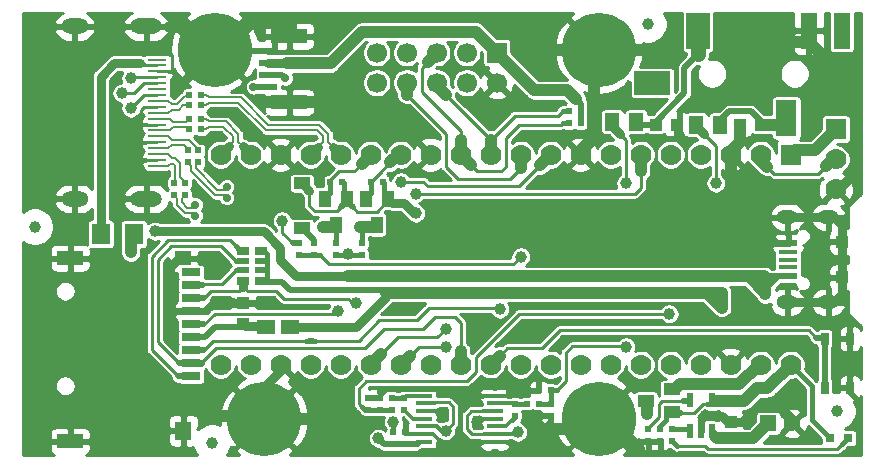
<source format=gbr>
G04 #@! TF.GenerationSoftware,KiCad,Pcbnew,5.1.0-rc2-unknown-036be7d~80~ubuntu16.04.1*
G04 #@! TF.CreationDate,2023-11-01T16:14:12+02:00*
G04 #@! TF.ProjectId,RP2040-PICO-PC_rev_D,52503230-3430-42d5-9049-434f2d50435f,D*
G04 #@! TF.SameCoordinates,Original*
G04 #@! TF.FileFunction,Copper,L1,Top*
G04 #@! TF.FilePolarity,Positive*
%FSLAX46Y46*%
G04 Gerber Fmt 4.6, Leading zero omitted, Abs format (unit mm)*
G04 Created by KiCad (PCBNEW 5.1.0-rc2-unknown-036be7d~80~ubuntu16.04.1) date 2023-11-01 16:14:12*
%MOMM*%
%LPD*%
G04 APERTURE LIST*
%ADD10R,1.400000X3.099999*%
%ADD11R,3.099999X2.000000*%
%ADD12R,1.800000X3.099999*%
%ADD13R,2.000000X3.099999*%
%ADD14R,1.400000X1.000000*%
%ADD15R,1.600000X0.700000*%
%ADD16R,1.400000X1.200000*%
%ADD17R,1.400000X1.600000*%
%ADD18R,2.200000X1.200000*%
%ADD19R,0.550000X0.500000*%
%ADD20C,1.700000*%
%ADD21R,1.700000X1.700000*%
%ADD22R,1.000000X1.400000*%
%ADD23R,0.550000X1.200000*%
%ADD24C,1.778000*%
%ADD25R,1.778000X1.778000*%
%ADD26R,1.270000X1.524000*%
%ADD27R,0.500000X0.550000*%
%ADD28C,1.200000*%
%ADD29C,6.300000*%
%ADD30C,1.000000*%
%ADD31C,1.400000*%
%ADD32R,1.400000X1.400000*%
%ADD33R,1.016000X1.016000*%
%ADD34R,1.600000X1.800000*%
%ADD35R,0.800000X0.800000*%
%ADD36R,1.400000X0.325000*%
%ADD37R,1.524000X1.270000*%
%ADD38R,1.016000X0.508000*%
%ADD39R,1.016000X0.762000*%
%ADD40R,0.650000X1.050000*%
%ADD41R,1.550000X0.600000*%
%ADD42R,3.100000X1.200000*%
%ADD43O,2.700000X1.300000*%
%ADD44O,2.300000X1.300000*%
%ADD45R,1.600000X0.250000*%
%ADD46R,1.650000X0.500000*%
%ADD47R,1.650000X0.325000*%
%ADD48R,1.000000X1.100000*%
%ADD49O,1.800000X1.200000*%
%ADD50C,0.700000*%
%ADD51C,0.304800*%
%ADD52C,0.508000*%
%ADD53C,0.762000*%
%ADD54C,0.254000*%
%ADD55C,1.016000*%
%ADD56C,0.609600*%
%ADD57C,0.406400*%
%ADD58C,0.203200*%
%ADD59C,1.270000*%
G04 APERTURE END LIST*
D10*
X185683000Y-103030000D03*
D11*
X172433000Y-107480000D03*
D12*
X183783000Y-110430000D03*
D13*
X176283000Y-103030000D03*
D10*
X188483000Y-103030000D03*
D14*
X174081440Y-135315960D03*
X174081440Y-133413500D03*
X171871640Y-134368540D03*
D15*
X133365000Y-132298000D03*
X133365000Y-131198000D03*
X133365000Y-130098000D03*
X133365000Y-128998000D03*
X133365000Y-127898000D03*
X133365000Y-126798000D03*
X133365000Y-125698000D03*
X133365000Y-124598000D03*
X133365000Y-123498000D03*
D16*
X132735000Y-122298000D03*
D17*
X132735000Y-136898000D03*
D18*
X123135000Y-122298000D03*
X123135000Y-137798000D03*
D19*
X133096000Y-113157000D03*
X133096000Y-114173000D03*
X142494000Y-121031000D03*
X142494000Y-122047000D03*
D20*
X149098000Y-107442000D03*
X149098000Y-104902000D03*
X151638000Y-107442000D03*
X151638000Y-104902000D03*
X154178000Y-107442000D03*
X154178000Y-104902000D03*
X156718000Y-107442000D03*
X156718000Y-104902000D03*
X159258000Y-107442000D03*
D21*
X159258000Y-104902000D03*
D22*
X146618960Y-117256560D03*
X144716500Y-117256560D03*
X145671540Y-119466360D03*
D19*
X150368000Y-134112000D03*
X150368000Y-135128000D03*
X151384000Y-135128000D03*
X151384000Y-134112000D03*
D23*
X175580000Y-136936000D03*
X176530000Y-136936000D03*
X177480000Y-136936000D03*
X175580000Y-134336000D03*
X177480000Y-134336000D03*
D24*
X187960000Y-116459000D03*
X187960000Y-113919000D03*
D25*
X187960000Y-111379000D03*
D26*
X176149000Y-110998000D03*
X178181000Y-110998000D03*
X169037000Y-110744000D03*
X171069000Y-110744000D03*
D27*
X149606000Y-115824000D03*
X148590000Y-115824000D03*
X146177000Y-115824000D03*
X145161000Y-115824000D03*
D19*
X143764000Y-122047000D03*
X143764000Y-121031000D03*
D22*
X150047960Y-117256560D03*
X148145500Y-117256560D03*
X149100540Y-119466360D03*
D19*
X147828000Y-121031000D03*
X147828000Y-122047000D03*
X145669000Y-121031000D03*
X145669000Y-122047000D03*
D28*
X165481000Y-104648000D03*
X170307000Y-104648000D03*
X169545000Y-106299000D03*
X166243000Y-106426000D03*
X169545000Y-102997000D03*
X166243000Y-102997000D03*
X167894000Y-107061000D03*
X167894000Y-102235000D03*
D29*
X167894000Y-104648000D03*
D30*
X135128000Y-137922000D03*
D31*
X184261760Y-136288780D03*
D32*
X182232300Y-136291320D03*
D19*
X132842000Y-115951000D03*
X132842000Y-116967000D03*
D27*
X133223000Y-111379000D03*
X134239000Y-111379000D03*
X133223000Y-108458000D03*
X134239000Y-108458000D03*
D19*
X131953000Y-115951000D03*
X131953000Y-116967000D03*
D27*
X133223000Y-110490000D03*
X134239000Y-110490000D03*
D19*
X133985000Y-113157000D03*
X133985000Y-114173000D03*
D27*
X133223000Y-109347000D03*
X134239000Y-109347000D03*
D30*
X188087000Y-135255000D03*
X120142000Y-119634000D03*
D33*
X137795000Y-127889000D03*
X137795000Y-126111000D03*
D34*
X125727000Y-120269000D03*
X128527000Y-120269000D03*
D33*
X179070000Y-134366000D03*
X179070000Y-136144000D03*
D35*
X188976000Y-137541000D03*
X187452000Y-137541000D03*
D19*
X172085000Y-137795000D03*
X172085000Y-136779000D03*
X174117000Y-137795000D03*
X174117000Y-136779000D03*
X173101000Y-136779000D03*
X173101000Y-137795000D03*
X163830000Y-134620000D03*
X163830000Y-135636000D03*
X151511000Y-137033000D03*
X151511000Y-138049000D03*
X149352000Y-135128000D03*
X149352000Y-134112000D03*
D33*
X172720000Y-110998000D03*
X174498000Y-110998000D03*
D27*
X163830000Y-133477000D03*
X162814000Y-133477000D03*
X161798000Y-134620000D03*
X162814000Y-134620000D03*
D19*
X148336000Y-135128000D03*
X148336000Y-134112000D03*
D33*
X181610000Y-110998000D03*
X179832000Y-110998000D03*
D19*
X160782000Y-135636000D03*
X160782000Y-134620000D03*
X150495000Y-137033000D03*
X150495000Y-138049000D03*
D27*
X165354000Y-109855000D03*
X166370000Y-109855000D03*
X166370000Y-110871000D03*
X165354000Y-110871000D03*
D36*
X153083000Y-137840000D03*
X153083000Y-137190000D03*
X153083000Y-136540000D03*
X153083000Y-135890000D03*
X153083000Y-135240000D03*
X153083000Y-134590000D03*
X153083000Y-133940000D03*
X159083000Y-133940000D03*
X159083000Y-134590000D03*
X159083000Y-135240000D03*
X159083000Y-135890000D03*
X159083000Y-136540000D03*
X159083000Y-137190000D03*
X159083000Y-137890000D03*
D28*
X132969000Y-104648000D03*
X137795000Y-104648000D03*
X137033000Y-106299000D03*
X133731000Y-106426000D03*
X137033000Y-102997000D03*
X133731000Y-102997000D03*
X135382000Y-107061000D03*
X135382000Y-102235000D03*
D29*
X135382000Y-104648000D03*
D28*
X137160000Y-135890000D03*
X141986000Y-135890000D03*
X141224000Y-137541000D03*
X137922000Y-137668000D03*
X141224000Y-134239000D03*
X137922000Y-134239000D03*
X139573000Y-138303000D03*
X139573000Y-133477000D03*
D29*
X139573000Y-135890000D03*
D28*
X165481000Y-135890000D03*
X170307000Y-135890000D03*
X169545000Y-137541000D03*
X166243000Y-137668000D03*
X169545000Y-134239000D03*
X166243000Y-134239000D03*
X167894000Y-138303000D03*
X167894000Y-133477000D03*
D29*
X167894000Y-135890000D03*
D14*
X142748000Y-115956000D03*
X142748000Y-119756000D03*
D37*
X141732000Y-128143000D03*
X139700000Y-128143000D03*
D19*
X143510000Y-128270000D03*
X143510000Y-129286000D03*
D38*
X139319000Y-122555000D03*
X139319000Y-123317000D03*
X137795000Y-122555000D03*
X137795000Y-123317000D03*
D39*
X139319000Y-121666000D03*
X137795000Y-121666000D03*
X139319000Y-124206000D03*
X137795000Y-124206000D03*
D40*
X189162000Y-129116000D03*
X189162000Y-133266000D03*
X187012000Y-129116000D03*
X187012000Y-133266000D03*
D24*
X173990000Y-131318000D03*
X179070000Y-131318000D03*
X143510000Y-131318000D03*
X158750000Y-131318000D03*
X158750000Y-113538000D03*
X143510000Y-113538000D03*
X156210000Y-131318000D03*
X179070000Y-113538000D03*
X146050000Y-113538000D03*
X171450000Y-113538000D03*
X176530000Y-113538000D03*
X184150000Y-131318000D03*
X151130000Y-113538000D03*
X135890000Y-113538000D03*
X171450000Y-131318000D03*
X173990000Y-113538000D03*
X153670000Y-113538000D03*
X140970000Y-113538000D03*
X138430000Y-113538000D03*
X163830000Y-131318000D03*
X138430000Y-131318000D03*
X176530000Y-131318000D03*
X151130000Y-131318000D03*
X146050000Y-131318000D03*
X148590000Y-131318000D03*
X140970000Y-131318000D03*
D25*
X184150000Y-113538000D03*
D24*
X181610000Y-113538000D03*
X168910000Y-113538000D03*
X156210000Y-113538000D03*
X135890000Y-131318000D03*
X153670000Y-131318000D03*
X148590000Y-113538000D03*
X181610000Y-131318000D03*
X161290000Y-131318000D03*
X161290000Y-113538000D03*
X163830000Y-113538000D03*
X166370000Y-131318000D03*
X166370000Y-113538000D03*
X168910000Y-131318000D03*
D41*
X139926000Y-107799000D03*
X139926000Y-106799000D03*
D42*
X141701000Y-109099000D03*
D41*
X139926000Y-104799000D03*
D42*
X141701000Y-103499000D03*
D41*
X139926000Y-105799000D03*
D30*
X172085000Y-102489000D03*
D43*
X129568000Y-102682000D03*
X129568000Y-117282000D03*
D44*
X123518000Y-117282000D03*
D45*
X130518000Y-114482000D03*
X130518000Y-113982000D03*
X130518000Y-113482000D03*
X130518000Y-112982000D03*
X130518000Y-112482000D03*
X130518000Y-111982000D03*
X130518000Y-111482000D03*
X130518000Y-110982000D03*
X130518000Y-110482000D03*
X130518000Y-109982000D03*
X130518000Y-109482000D03*
X130518000Y-108982000D03*
X130518000Y-108482000D03*
X130518000Y-107982000D03*
X130518000Y-107482000D03*
X130518000Y-106982000D03*
X130518000Y-106482000D03*
X130518000Y-105982000D03*
X130518000Y-105482000D03*
D44*
X123518000Y-102682000D03*
D46*
X183921000Y-123815500D03*
D47*
X183921000Y-123078000D03*
X183921000Y-122428000D03*
X183921000Y-121778000D03*
D46*
X183921000Y-121040500D03*
D48*
X188471000Y-123928000D03*
X188471000Y-120928000D03*
D49*
X187321000Y-126028000D03*
X183851000Y-126028000D03*
X183851000Y-118828000D03*
X187321000Y-118828000D03*
D30*
X157607000Y-136144000D03*
X171323000Y-138430000D03*
X176276000Y-126873000D03*
X162433000Y-129032000D03*
X157353000Y-129159000D03*
X143891000Y-109093000D03*
X158496000Y-120269000D03*
X165862000Y-121920000D03*
X126746000Y-132969000D03*
X128016000Y-137922000D03*
X122174000Y-128778000D03*
X123190000Y-110109000D03*
X123190000Y-114427000D03*
X155956000Y-133604000D03*
X148463000Y-110109000D03*
X156246340Y-138020393D03*
X174752000Y-112014000D03*
X182753000Y-104013000D03*
X184023000Y-104013000D03*
X182245000Y-121031000D03*
X182245000Y-119634000D03*
X189230000Y-131191000D03*
X176911000Y-135636000D03*
X144907000Y-136652000D03*
X162052000Y-138303000D03*
X160020000Y-132969000D03*
X154559000Y-135382000D03*
X131572000Y-125730000D03*
X127889000Y-114808000D03*
X128651000Y-112522000D03*
X127762000Y-110998000D03*
X151638000Y-126492000D03*
X156337000Y-120269000D03*
X151130000Y-110109000D03*
X176530000Y-120650000D03*
X153924000Y-121920000D03*
X153924000Y-120396000D03*
X132207000Y-107442000D03*
X131572000Y-128016000D03*
X137668000Y-118364000D03*
X120523000Y-112141000D03*
X120523000Y-107188000D03*
X123317000Y-105029000D03*
X120142000Y-123444000D03*
X127000000Y-123698000D03*
X120396000Y-133985000D03*
X120142000Y-138303000D03*
X131064000Y-134366000D03*
X146939000Y-138176000D03*
X187071000Y-122174000D03*
X189230000Y-105918000D03*
X144653000Y-104394000D03*
X163195000Y-102235000D03*
X178308000Y-101981000D03*
X180594000Y-106680000D03*
X186944000Y-107569000D03*
X163830000Y-121920000D03*
X173990000Y-116332000D03*
X164719000Y-115697000D03*
X180848000Y-116078000D03*
X169291000Y-118491000D03*
X149098000Y-121920000D03*
X149733000Y-120904000D03*
X189230000Y-108839000D03*
X141859000Y-102362000D03*
X140589000Y-102362000D03*
X139573000Y-109093000D03*
X146685000Y-106172000D03*
X136779000Y-126111000D03*
X181991000Y-123952000D03*
X181991000Y-125349000D03*
X146685000Y-121920000D03*
X146685000Y-123825000D03*
X130302000Y-120015000D03*
X171958000Y-135509000D03*
X178308000Y-125222000D03*
X149860000Y-125222000D03*
X149225000Y-137541000D03*
X178308000Y-126492000D03*
X152400000Y-118491000D03*
X164846000Y-108077000D03*
X165989000Y-108839000D03*
X150495000Y-136144000D03*
D50*
X133731000Y-117760000D03*
X136398000Y-116236000D03*
X133731000Y-118714000D03*
X136398000Y-117190000D03*
D30*
X154940000Y-128270000D03*
X154940000Y-129794000D03*
D50*
X138660000Y-107799000D03*
D30*
X170180000Y-115951000D03*
X170180000Y-129794000D03*
X177800000Y-115951000D03*
X173863000Y-127000000D03*
D50*
X141351000Y-107061000D03*
D30*
X161290000Y-122174000D03*
X152400000Y-116840000D03*
X147320000Y-126111000D03*
X151130000Y-115824000D03*
X145796000Y-126746000D03*
X159512000Y-126619000D03*
X154940000Y-136906000D03*
X161036000Y-137033000D03*
X127508000Y-108331000D03*
X144526000Y-119634000D03*
X128270000Y-107061000D03*
X147701000Y-119634000D03*
X128270000Y-109601000D03*
X141097000Y-119126000D03*
X128270000Y-121793000D03*
D51*
X157861000Y-135890000D02*
X157607000Y-136144000D01*
X159083000Y-135890000D02*
X157861000Y-135890000D01*
D52*
X167386000Y-136398000D02*
X167894000Y-135890000D01*
D53*
X139192000Y-135509000D02*
X139573000Y-135890000D01*
D51*
X159083000Y-137890000D02*
X158083000Y-137890000D01*
D54*
X153670000Y-131508500D02*
X153670000Y-131318000D01*
D55*
X166370000Y-113157000D02*
X167499607Y-112027393D01*
X167499607Y-105042393D02*
X167894000Y-104648000D01*
X167499607Y-112027393D02*
X167499607Y-105042393D01*
X166370000Y-113538000D02*
X166370000Y-113157000D01*
X179070000Y-113538000D02*
X179070000Y-115189000D01*
X179832000Y-112479364D02*
X179832000Y-110998000D01*
X179070000Y-113241364D02*
X179832000Y-112479364D01*
X179070000Y-113538000D02*
X179070000Y-113241364D01*
D54*
X174752000Y-112014000D02*
X175260000Y-112522000D01*
X175260000Y-112522000D02*
X175260000Y-115316000D01*
X172720000Y-112623740D02*
X172720000Y-115189000D01*
X173329740Y-112014000D02*
X172720000Y-112623740D01*
X174752000Y-112014000D02*
X173329740Y-112014000D01*
D55*
X184023000Y-104013000D02*
X182753000Y-104013000D01*
X188214000Y-116459000D02*
X187960000Y-116459000D01*
D52*
X174752000Y-109892044D02*
X175459636Y-109184408D01*
X174752000Y-110744000D02*
X174752000Y-109892044D01*
X174498000Y-110998000D02*
X174752000Y-110744000D01*
D53*
X174625000Y-111887000D02*
X174752000Y-112014000D01*
X174625000Y-111125000D02*
X174625000Y-111887000D01*
X174498000Y-110998000D02*
X174625000Y-111125000D01*
X183851000Y-126028000D02*
X185718000Y-126028000D01*
X187321000Y-126028000D02*
X185718000Y-126028000D01*
X187789000Y-126028000D02*
X187321000Y-126028000D01*
X188471000Y-125346000D02*
X187789000Y-126028000D01*
X188471000Y-123928000D02*
X188471000Y-125346000D01*
X188471000Y-123928000D02*
X188471000Y-122431000D01*
X188471000Y-120928000D02*
X188471000Y-122431000D01*
X187321000Y-118828000D02*
X185591000Y-118828000D01*
X183851000Y-118828000D02*
X185591000Y-118828000D01*
X188471000Y-119510000D02*
X187789000Y-118828000D01*
X187789000Y-118828000D02*
X187321000Y-118828000D01*
X188471000Y-120928000D02*
X188471000Y-119510000D01*
D52*
X182254500Y-121040500D02*
X182245000Y-121031000D01*
X183921000Y-121040500D02*
X182254500Y-121040500D01*
X182245000Y-120269000D02*
X182245000Y-119634000D01*
X183016500Y-121040500D02*
X182245000Y-120269000D01*
X183921000Y-121040500D02*
X183016500Y-121040500D01*
X183921000Y-121040500D02*
X183651500Y-121040500D01*
X189162000Y-131259000D02*
X189230000Y-131191000D01*
X189162000Y-133266000D02*
X189162000Y-131259000D01*
X189162000Y-131123000D02*
X189230000Y-131191000D01*
X189162000Y-129116000D02*
X189162000Y-131123000D01*
D56*
X176530000Y-136017000D02*
X176911000Y-135636000D01*
X176530000Y-136936000D02*
X176530000Y-136017000D01*
D53*
X181432200Y-134747000D02*
X183134000Y-134747000D01*
X180035200Y-136144000D02*
X181432200Y-134747000D01*
X179070000Y-136144000D02*
X180035200Y-136144000D01*
X184261760Y-135874760D02*
X183134000Y-134747000D01*
X184261760Y-136288780D02*
X184261760Y-135874760D01*
D55*
X168783000Y-135890000D02*
X171323000Y-138430000D01*
X167894000Y-135890000D02*
X168783000Y-135890000D01*
D53*
X178308000Y-135636000D02*
X176911000Y-135636000D01*
X178816000Y-136144000D02*
X178308000Y-135636000D01*
X179070000Y-136144000D02*
X178816000Y-136144000D01*
D52*
X189162000Y-133266000D02*
X189162000Y-133663000D01*
X189162000Y-133663000D02*
X189865000Y-134366000D01*
X162052000Y-138303000D02*
X160528000Y-138303000D01*
X163830000Y-135636000D02*
X163830000Y-136144000D01*
X163830000Y-136144000D02*
X163449000Y-136525000D01*
X163449000Y-136525000D02*
X162179000Y-136525000D01*
X162179000Y-138176000D02*
X162052000Y-138303000D01*
X162179000Y-136525000D02*
X162179000Y-138176000D01*
D55*
X157226000Y-133604000D02*
X155956000Y-133604000D01*
X160020000Y-132969000D02*
X157861000Y-132969000D01*
X157861000Y-132969000D02*
X157226000Y-133604000D01*
D51*
X154559000Y-135382000D02*
X154417000Y-135240000D01*
X154417000Y-135240000D02*
X153083000Y-135240000D01*
X159083000Y-133940000D02*
X157943000Y-133940000D01*
X160188769Y-133137769D02*
X160020000Y-132969000D01*
X160188769Y-133940000D02*
X160188769Y-133137769D01*
X159083000Y-133940000D02*
X160188769Y-133940000D01*
D54*
X156156344Y-137930397D02*
X156246340Y-138020393D01*
X156156344Y-133804344D02*
X156156344Y-137930397D01*
X155956000Y-133604000D02*
X156156344Y-133804344D01*
X160115000Y-137890000D02*
X160528000Y-138303000D01*
D51*
X159083000Y-137890000D02*
X160115000Y-137890000D01*
D55*
X167894000Y-135890000D02*
X167005000Y-136779000D01*
X167005000Y-136779000D02*
X163830000Y-136779000D01*
D51*
X153879791Y-137190000D02*
X154373491Y-137683700D01*
X153083000Y-137190000D02*
X153879791Y-137190000D01*
X153083000Y-137190000D02*
X151668000Y-137190000D01*
D54*
X151668000Y-137190000D02*
X151511000Y-137033000D01*
D57*
X148336000Y-134112000D02*
X149352000Y-134112000D01*
X149860000Y-133350000D02*
X155702000Y-133350000D01*
X155702000Y-133350000D02*
X155956000Y-133604000D01*
X149352000Y-133858000D02*
X149860000Y-133350000D01*
X149352000Y-134112000D02*
X149352000Y-133858000D01*
D54*
X128524000Y-114808000D02*
X127889000Y-114808000D01*
X129350000Y-113982000D02*
X128524000Y-114808000D01*
X130518000Y-113982000D02*
X129350000Y-113982000D01*
X128691000Y-112482000D02*
X128651000Y-112522000D01*
X130518000Y-112482000D02*
X128691000Y-112482000D01*
X127778000Y-110982000D02*
X127762000Y-110998000D01*
X130518000Y-110982000D02*
X127778000Y-110982000D01*
D52*
X179070000Y-116586000D02*
X179070000Y-115189000D01*
X176530000Y-119126000D02*
X179070000Y-116586000D01*
X176530000Y-120650000D02*
X176530000Y-119126000D01*
D55*
X174752000Y-122428000D02*
X166370000Y-122428000D01*
X166370000Y-122428000D02*
X165862000Y-121920000D01*
X165862000Y-121285000D02*
X165862000Y-121920000D01*
X164846000Y-120269000D02*
X165862000Y-121285000D01*
X153924000Y-121920000D02*
X155575000Y-120269000D01*
X155575000Y-120269000D02*
X164846000Y-120269000D01*
X167894000Y-104648000D02*
X163322000Y-104648000D01*
X167894000Y-104648000D02*
X173101000Y-104648000D01*
D54*
X167894000Y-135890000D02*
X171069000Y-132715000D01*
X171069000Y-132715000D02*
X172466000Y-132715000D01*
X172466000Y-132715000D02*
X172720000Y-132461000D01*
X172720000Y-132461000D02*
X172720000Y-130302000D01*
D52*
X133365000Y-126798000D02*
X131751000Y-126798000D01*
X131572000Y-126619000D02*
X131572000Y-125730000D01*
X131751000Y-126798000D02*
X131572000Y-126619000D01*
D54*
X130518000Y-109482000D02*
X129405000Y-109482000D01*
X129405000Y-109482000D02*
X129159000Y-109728000D01*
X129159000Y-109728000D02*
X129159000Y-110299500D01*
X132207000Y-106997500D02*
X132207000Y-107442000D01*
X131691500Y-106482000D02*
X132207000Y-106997500D01*
X130518000Y-106482000D02*
X131691500Y-106482000D01*
X131744060Y-106429440D02*
X131744060Y-105137560D01*
X131744060Y-105137560D02*
X131381500Y-104775000D01*
X131691500Y-106482000D02*
X131744060Y-106429440D01*
D53*
X132735000Y-122298000D02*
X132337000Y-122298000D01*
X131572000Y-123063000D02*
X131572000Y-125730000D01*
X132337000Y-122298000D02*
X131572000Y-123063000D01*
D55*
X139573000Y-135890000D02*
X144526000Y-135890000D01*
X139573000Y-135890000D02*
X139319000Y-135636000D01*
X139319000Y-135636000D02*
X134874000Y-135636000D01*
X182245000Y-121031000D02*
X176149000Y-121031000D01*
X176149000Y-121031000D02*
X174752000Y-122428000D01*
X176530000Y-120650000D02*
X176149000Y-121031000D01*
X149098000Y-121920000D02*
X153924000Y-121920000D01*
X132715000Y-102997000D02*
X133731000Y-102997000D01*
X132461000Y-102743000D02*
X132715000Y-102997000D01*
X131572000Y-102743000D02*
X132461000Y-102743000D01*
X185674000Y-104013000D02*
X184023000Y-104013000D01*
X185674000Y-103039000D02*
X185674000Y-104013000D01*
X185683000Y-103030000D02*
X185674000Y-103039000D01*
X186944000Y-105283000D02*
X185674000Y-104013000D01*
X186944000Y-107569000D02*
X186944000Y-105283000D01*
D53*
X189611000Y-115062000D02*
X188214000Y-116459000D01*
X189611000Y-109220000D02*
X189611000Y-115062000D01*
X189230000Y-108839000D02*
X188214000Y-108839000D01*
X188214000Y-108839000D02*
X186944000Y-107569000D01*
X189230000Y-108839000D02*
X189611000Y-109220000D01*
D55*
X138430000Y-102362000D02*
X136144000Y-104648000D01*
X140589000Y-102362000D02*
X138430000Y-102362000D01*
X136144000Y-104648000D02*
X135382000Y-104648000D01*
X141859000Y-102362000D02*
X140589000Y-102362000D01*
X141859000Y-103341000D02*
X141859000Y-102362000D01*
X141701000Y-103499000D02*
X141859000Y-103341000D01*
X140589000Y-102743000D02*
X140589000Y-102362000D01*
X141345000Y-103499000D02*
X140589000Y-102743000D01*
X141701000Y-103499000D02*
X141345000Y-103499000D01*
X143885000Y-109099000D02*
X143891000Y-109093000D01*
X141701000Y-109099000D02*
X143885000Y-109099000D01*
X139579000Y-109099000D02*
X139573000Y-109093000D01*
X141701000Y-109099000D02*
X139579000Y-109099000D01*
D52*
X139926000Y-104799000D02*
X137946000Y-104799000D01*
X140438000Y-104799000D02*
X139926000Y-104799000D01*
X141701000Y-103499000D02*
X141441000Y-103759000D01*
X141441000Y-103759000D02*
X140462000Y-103759000D01*
X140462000Y-103759000D02*
X140462000Y-104775000D01*
X140462000Y-104775000D02*
X140438000Y-104799000D01*
X140208000Y-126111000D02*
X137795000Y-126111000D01*
D53*
X137795000Y-126111000D02*
X136779000Y-126111000D01*
D52*
X134568000Y-126798000D02*
X135255000Y-126111000D01*
X135255000Y-126111000D02*
X136779000Y-126111000D01*
X133365000Y-126798000D02*
X134568000Y-126798000D01*
D54*
X137668000Y-118364000D02*
X137668000Y-115697000D01*
X137668000Y-115697000D02*
X136906000Y-114935000D01*
X134620000Y-114300000D02*
X134620000Y-112395000D01*
X136906000Y-114935000D02*
X135255000Y-114935000D01*
X135255000Y-114935000D02*
X134620000Y-114300000D01*
D53*
X140970000Y-131790293D02*
X139573000Y-133187293D01*
X139573000Y-133187293D02*
X139573000Y-133477000D01*
X140970000Y-131318000D02*
X140970000Y-131790293D01*
X133731000Y-106426000D02*
X133604000Y-106426000D01*
X133604000Y-106426000D02*
X132842000Y-107188000D01*
D52*
X182127500Y-123815500D02*
X181991000Y-123952000D01*
X183921000Y-123815500D02*
X182127500Y-123815500D01*
D55*
X181991000Y-125349000D02*
X181991000Y-123952000D01*
D52*
X183067300Y-123815500D02*
X181991000Y-124891800D01*
X183921000Y-123815500D02*
X183067300Y-123815500D01*
D55*
X179070000Y-134366000D02*
X177723800Y-134366000D01*
D52*
X177480000Y-134336000D02*
X177693800Y-134336000D01*
X177693800Y-134336000D02*
X177723800Y-134366000D01*
X177480000Y-134336000D02*
X177480000Y-134559000D01*
X177480000Y-134559000D02*
X177419000Y-134620000D01*
D57*
X177419000Y-134620000D02*
X177038000Y-134620000D01*
D54*
X176698302Y-134620000D02*
X175936302Y-135382000D01*
X177038000Y-134620000D02*
X176698302Y-134620000D01*
D55*
X180213000Y-134366000D02*
X179070000Y-134366000D01*
X181277665Y-133301335D02*
X180213000Y-134366000D01*
X182166665Y-133301335D02*
X181277665Y-133301335D01*
X184150000Y-131318000D02*
X182166665Y-133301335D01*
D57*
X173609000Y-136017000D02*
X173101000Y-136525000D01*
X173101000Y-136525000D02*
X173101000Y-136779000D01*
X185928000Y-133096000D02*
X185928000Y-136017000D01*
X185928000Y-136017000D02*
X187452000Y-137541000D01*
X184150000Y-131318000D02*
X185928000Y-133096000D01*
D55*
X181864000Y-123825000D02*
X181991000Y-123952000D01*
X180594000Y-123825000D02*
X181864000Y-123825000D01*
X181991000Y-125349000D02*
X181991000Y-125222000D01*
X181991000Y-125222000D02*
X180594000Y-123825000D01*
X146685000Y-123825000D02*
X180594000Y-123825000D01*
D57*
X146558000Y-122047000D02*
X146685000Y-121920000D01*
X145669000Y-122047000D02*
X146558000Y-122047000D01*
X146812000Y-122047000D02*
X146685000Y-121920000D01*
X147828000Y-122047000D02*
X146812000Y-122047000D01*
X174081440Y-135315960D02*
X173929040Y-135315960D01*
X173609000Y-135636000D02*
X173609000Y-136017000D01*
X173929040Y-135315960D02*
X173609000Y-135636000D01*
X174081440Y-135315960D02*
X174147480Y-135382000D01*
D52*
X174147480Y-135382000D02*
X174879000Y-135382000D01*
D54*
X174879000Y-135382000D02*
X175936302Y-135382000D01*
D53*
X142291019Y-123825000D02*
X146685000Y-123825000D01*
X140943286Y-122477267D02*
X142291019Y-123825000D01*
X140943286Y-121405045D02*
X140943286Y-122477267D01*
X130302000Y-120015000D02*
X139553241Y-120015000D01*
X139553241Y-120015000D02*
X140943286Y-121405045D01*
D55*
X182232300Y-136291320D02*
X180982620Y-137541000D01*
X180982620Y-137541000D02*
X177927000Y-137541000D01*
D52*
X177927000Y-137383000D02*
X177927000Y-137541000D01*
X177480000Y-136936000D02*
X177927000Y-137383000D01*
X177480000Y-137470115D02*
X177807425Y-137797540D01*
X177807425Y-137797540D02*
X179580540Y-137797540D01*
X177480000Y-136936000D02*
X177480000Y-137470115D01*
D55*
X171958000Y-134454900D02*
X171958000Y-135509000D01*
X171871640Y-134368540D02*
X171958000Y-134454900D01*
D57*
X175580000Y-136936000D02*
X175423000Y-136779000D01*
X175423000Y-136779000D02*
X174117000Y-136779000D01*
X174117000Y-137795000D02*
X174498000Y-138176000D01*
X188976000Y-137541000D02*
X188468000Y-138049000D01*
D54*
X176911000Y-138176000D02*
X174498000Y-138176000D01*
X177165000Y-138430000D02*
X176911000Y-138176000D01*
X188087000Y-138430000D02*
X177165000Y-138430000D01*
X188468000Y-138049000D02*
X188087000Y-138430000D01*
D52*
X166370000Y-110871000D02*
X166370000Y-109855000D01*
D55*
X178308000Y-125222000D02*
X177419000Y-125222000D01*
X177419000Y-125222000D02*
X149860000Y-125222000D01*
D52*
X151511000Y-138049000D02*
X150495000Y-138049000D01*
X149225000Y-137541000D02*
X149733000Y-138049000D01*
X149733000Y-138049000D02*
X150495000Y-138049000D01*
X152400000Y-138049000D02*
X152501600Y-137947400D01*
X151511000Y-138049000D02*
X152400000Y-138049000D01*
D54*
X152501600Y-138120120D02*
X152501600Y-137947400D01*
X152781720Y-137840000D02*
X152501600Y-138120120D01*
X153083000Y-137840000D02*
X152781720Y-137840000D01*
D55*
X178308000Y-126492000D02*
X178308000Y-126492000D01*
X178308000Y-126492000D02*
X178308000Y-125222000D01*
X178308000Y-126492000D02*
X177038000Y-125222000D01*
X177038000Y-125222000D02*
X177419000Y-125603000D01*
X177419000Y-125603000D02*
X177419000Y-125222000D01*
D52*
X165989000Y-108839000D02*
X166370000Y-109220000D01*
X166370000Y-109220000D02*
X166370000Y-109855000D01*
D55*
X165989000Y-108839000D02*
X165227000Y-108077000D01*
X165227000Y-108077000D02*
X164846000Y-108077000D01*
X164831039Y-108091961D02*
X162447961Y-108091961D01*
X162447961Y-108091961D02*
X159258000Y-104902000D01*
X164846000Y-108077000D02*
X164831039Y-108091961D01*
D53*
X152274419Y-118491000D02*
X152400000Y-118491000D01*
X151385419Y-117602000D02*
X152274419Y-118491000D01*
X150393400Y-117602000D02*
X151385419Y-117602000D01*
X150047960Y-117256560D02*
X150393400Y-117602000D01*
D57*
X150047960Y-117256560D02*
X149733000Y-116941600D01*
X149733000Y-116941600D02*
X149733000Y-115951000D01*
X146618960Y-117256560D02*
X146304000Y-116941600D01*
X146304000Y-116941600D02*
X146304000Y-115951000D01*
X146304000Y-115951000D02*
X146177000Y-115824000D01*
D54*
X150047960Y-117406049D02*
X150047960Y-117256560D01*
X149090009Y-118364000D02*
X150047960Y-117406049D01*
X147447000Y-118364000D02*
X149090009Y-118364000D01*
D53*
X142748000Y-115956000D02*
X142753000Y-115956000D01*
X142753000Y-115956000D02*
X143383000Y-116586000D01*
D54*
X143383000Y-117856000D02*
X143383000Y-116586000D01*
X145696405Y-118336595D02*
X143863595Y-118336595D01*
X143863595Y-118336595D02*
X143383000Y-117856000D01*
X143510000Y-128270000D02*
X143510000Y-128143000D01*
D53*
X143510000Y-128143000D02*
X141732000Y-128143000D01*
D57*
X139319000Y-123317000D02*
X139827000Y-123317000D01*
X139827000Y-123317000D02*
X139827000Y-124206000D01*
D52*
X139319000Y-124206000D02*
X139827000Y-124206000D01*
D57*
X139319000Y-122555000D02*
X139827000Y-122555000D01*
X139827000Y-122555000D02*
X139827000Y-123317000D01*
X139827000Y-121920000D02*
X139827000Y-122555000D01*
X139573000Y-121666000D02*
X139827000Y-121920000D01*
X139319000Y-121666000D02*
X139573000Y-121666000D01*
D55*
X147850663Y-103124000D02*
X157480000Y-103124000D01*
X145183663Y-105791000D02*
X147850663Y-103124000D01*
X157480000Y-103124000D02*
X159258000Y-104902000D01*
X141478000Y-105791000D02*
X145183663Y-105791000D01*
D53*
X141470000Y-105799000D02*
X141478000Y-105791000D01*
X139926000Y-105799000D02*
X141470000Y-105799000D01*
D52*
X149593894Y-124955894D02*
X149860000Y-125222000D01*
X139827000Y-124206000D02*
X139827000Y-124333000D01*
X139827000Y-124333000D02*
X141097000Y-124333000D01*
X141097000Y-124333000D02*
X141719894Y-124955894D01*
X141719894Y-124955894D02*
X149593894Y-124955894D01*
D53*
X147299570Y-128143000D02*
X143510000Y-128143000D01*
X149860000Y-125582570D02*
X147299570Y-128143000D01*
X149860000Y-125222000D02*
X149860000Y-125582570D01*
D52*
X146618960Y-117256560D02*
X146618960Y-117414040D01*
X146618960Y-117414040D02*
X146050000Y-117983000D01*
D54*
X146050000Y-117983000D02*
X145696405Y-118336595D01*
D52*
X146618960Y-117535960D02*
X147066000Y-117983000D01*
X146618960Y-117256560D02*
X146618960Y-117535960D01*
D54*
X147066000Y-117983000D02*
X147447000Y-118364000D01*
D52*
X187012000Y-133266000D02*
X187012000Y-131504000D01*
X187012000Y-129116000D02*
X187012000Y-131504000D01*
X186928000Y-129032000D02*
X186309000Y-129032000D01*
X187012000Y-129116000D02*
X186928000Y-129032000D01*
D57*
X150495000Y-136144000D02*
X150495000Y-136906000D01*
D54*
X186309000Y-129032000D02*
X185674000Y-128397000D01*
X185674000Y-128397000D02*
X164592000Y-128397000D01*
X164592000Y-128397000D02*
X163068000Y-129921000D01*
X163068000Y-129921000D02*
X160147000Y-129921000D01*
D55*
X158750000Y-131318000D02*
X159512000Y-130556000D01*
D54*
X160147000Y-129921000D02*
X159512000Y-130556000D01*
D52*
X181610000Y-131318000D02*
X181610000Y-131191000D01*
D55*
X181457600Y-131318000D02*
X181610000Y-131318000D01*
X174752000Y-132969000D02*
X179806600Y-132969000D01*
X179806600Y-132969000D02*
X181457600Y-131318000D01*
X174081440Y-133413500D02*
X174307500Y-133413500D01*
X174307500Y-133413500D02*
X174752000Y-132969000D01*
D54*
X129223000Y-105982000D02*
X129032000Y-105791000D01*
X130518000Y-105982000D02*
X129223000Y-105982000D01*
X129286000Y-105791000D02*
X129477000Y-105982000D01*
X129032000Y-105791000D02*
X129286000Y-105791000D01*
D53*
X126873000Y-105791000D02*
X129032000Y-105791000D01*
X125730000Y-106934000D02*
X126873000Y-105791000D01*
X125730000Y-120266000D02*
X125730000Y-106934000D01*
X125727000Y-120269000D02*
X125730000Y-120266000D01*
D58*
X131953000Y-115951000D02*
X131978400Y-115925600D01*
X131978400Y-115925600D02*
X131978400Y-114445490D01*
X131978400Y-114445490D02*
X131819710Y-114286800D01*
X131396200Y-114482000D02*
X130518000Y-114482000D01*
X131591400Y-114286800D02*
X131396200Y-114482000D01*
X131819710Y-114286800D02*
X131591400Y-114286800D01*
X131743800Y-113829600D02*
X131396200Y-113482000D01*
X131983690Y-113829600D02*
X131743800Y-113829600D01*
X131396200Y-113482000D02*
X130518000Y-113482000D01*
X132842000Y-115951000D02*
X132842000Y-115849400D01*
X132435600Y-114281510D02*
X131983690Y-113829600D01*
X132842000Y-115849400D02*
X132435600Y-115443000D01*
X132435600Y-115443000D02*
X132435600Y-114281510D01*
X131464001Y-112982000D02*
X130518000Y-112982000D01*
X133096000Y-113157000D02*
X133096000Y-113037503D01*
X133096000Y-113037503D02*
X132769097Y-112710600D01*
X132769097Y-112710600D02*
X131735401Y-112710600D01*
X131735401Y-112710600D02*
X131464001Y-112982000D01*
X133985000Y-113157000D02*
X133985000Y-113076284D01*
X131464001Y-111982000D02*
X130518000Y-111982000D01*
X133985000Y-113076284D02*
X133162116Y-112253400D01*
X131735401Y-112253400D02*
X131464001Y-111982000D01*
X133162116Y-112253400D02*
X131735401Y-112253400D01*
X131862401Y-111210600D02*
X131591001Y-111482000D01*
X133054600Y-111210600D02*
X131862401Y-111210600D01*
X131591001Y-111482000D02*
X130518000Y-111482000D01*
X133223000Y-111379000D02*
X133054600Y-111210600D01*
X131591001Y-110482000D02*
X130518000Y-110482000D01*
X132959600Y-110753400D02*
X131862401Y-110753400D01*
X131862401Y-110753400D02*
X131591001Y-110482000D01*
X133223000Y-110490000D02*
X132959600Y-110753400D01*
X131464001Y-109982000D02*
X130518000Y-109982000D01*
X133223000Y-109347000D02*
X132726579Y-109347000D01*
X132362979Y-109710600D02*
X131735401Y-109710600D01*
X131735401Y-109710600D02*
X131464001Y-109982000D01*
X132726579Y-109347000D02*
X132362979Y-109710600D01*
X131464001Y-108982000D02*
X130518000Y-108982000D01*
X133223000Y-108458000D02*
X133096000Y-108585000D01*
X133096000Y-108585000D02*
X132842000Y-108585000D01*
X131735401Y-109253400D02*
X131464001Y-108982000D01*
X132173600Y-109253400D02*
X131735401Y-109253400D01*
X132842000Y-108585000D02*
X132173600Y-109253400D01*
X132626100Y-117207900D02*
X132626100Y-117570810D01*
X132842000Y-116992000D02*
X132626100Y-117207900D01*
X132842000Y-116967000D02*
X132842000Y-116992000D01*
X133063690Y-118008400D02*
X133482600Y-118008400D01*
X132626100Y-117570810D02*
X133063690Y-118008400D01*
X133482600Y-118008400D02*
X133731000Y-117760000D01*
X136149600Y-116484400D02*
X136398000Y-116236000D01*
X135603690Y-116484400D02*
X136149600Y-116484400D01*
X133985000Y-114173000D02*
X133985000Y-114198000D01*
X133985000Y-114198000D02*
X133811526Y-114371474D01*
X133811526Y-114371474D02*
X133811526Y-114692236D01*
X133811526Y-114692236D02*
X135603690Y-116484400D01*
X137388600Y-112496600D02*
X137388600Y-111792310D01*
X134651501Y-110490000D02*
X134867401Y-110705900D01*
X134239000Y-110490000D02*
X134651501Y-110490000D01*
X136302190Y-110705900D02*
X137388600Y-111792310D01*
X134867401Y-110705900D02*
X136302190Y-110705900D01*
D53*
X138430000Y-113538000D02*
X137731500Y-112839500D01*
D58*
X137731500Y-112839500D02*
X137388600Y-112496600D01*
X145008600Y-112496600D02*
X145008600Y-111792310D01*
X145008600Y-111792310D02*
X144239690Y-111023400D01*
X144239690Y-111023400D02*
X139921690Y-111023400D01*
X134651501Y-108458000D02*
X134867401Y-108673900D01*
X134239000Y-108458000D02*
X134651501Y-108458000D01*
X134867401Y-108673900D02*
X137572190Y-108673900D01*
X137572190Y-108673900D02*
X139921690Y-111023400D01*
D53*
X146050000Y-113538000D02*
X145415000Y-112903000D01*
D58*
X145415000Y-112903000D02*
X145008600Y-112496600D01*
X131953000Y-116967000D02*
X131953000Y-116992000D01*
X131953000Y-116992000D02*
X132168900Y-117207900D01*
X132168900Y-117207900D02*
X132168900Y-117760190D01*
X133482600Y-118465600D02*
X133731000Y-118714000D01*
X132168900Y-117760190D02*
X132874310Y-118465600D01*
X132874310Y-118465600D02*
X133482600Y-118465600D01*
X136149600Y-116941600D02*
X136398000Y-117190000D01*
X135414310Y-116941600D02*
X136149600Y-116941600D01*
X133096000Y-114173000D02*
X133096000Y-114198000D01*
X133096000Y-114198000D02*
X133386501Y-114488501D01*
X133386501Y-114488501D02*
X133386501Y-114913791D01*
X133386501Y-114913791D02*
X135414310Y-116941600D01*
X136931400Y-112496600D02*
X136931400Y-111981690D01*
X134651501Y-111379000D02*
X134867401Y-111163100D01*
X134239000Y-111379000D02*
X134651501Y-111379000D01*
X136112810Y-111163100D02*
X136931400Y-111981690D01*
X134867401Y-111163100D02*
X136112810Y-111163100D01*
D53*
X135890000Y-113538000D02*
X136588500Y-112839500D01*
D58*
X136588500Y-112839500D02*
X136931400Y-112496600D01*
X144551400Y-112496600D02*
X144551400Y-111981690D01*
X144551400Y-111981690D02*
X144050310Y-111480600D01*
X144050310Y-111480600D02*
X139732310Y-111480600D01*
X134651501Y-109347000D02*
X134867401Y-109131100D01*
X134239000Y-109347000D02*
X134651501Y-109347000D01*
X137382810Y-109131100D02*
X139732310Y-111480600D01*
X134867401Y-109131100D02*
X137382810Y-109131100D01*
D53*
X143510000Y-113538000D02*
X144145000Y-112903000D01*
D58*
X144145000Y-112903000D02*
X144551400Y-112496600D01*
D54*
X172085000Y-136652000D02*
X172085000Y-136779000D01*
X175006000Y-134366000D02*
X173228000Y-134366000D01*
X173228000Y-134366000D02*
X172974000Y-134620000D01*
X172974000Y-135763000D02*
X172085000Y-136652000D01*
X172974000Y-134620000D02*
X172974000Y-135763000D01*
D52*
X175550000Y-134366000D02*
X175006000Y-134366000D01*
X175580000Y-134336000D02*
X175550000Y-134366000D01*
D53*
X176381000Y-102743000D02*
X176537000Y-102899000D01*
D52*
X171069000Y-110744000D02*
X171323000Y-110998000D01*
X171323000Y-110998000D02*
X172720000Y-110998000D01*
D59*
X176283000Y-103030000D02*
X176283000Y-105022000D01*
D52*
X175133000Y-106172000D02*
X176283000Y-105022000D01*
X175133000Y-108331000D02*
X175133000Y-106172000D01*
X172720000Y-110744000D02*
X175133000Y-108331000D01*
X172720000Y-110998000D02*
X172720000Y-110744000D01*
X178181000Y-110998000D02*
X178181000Y-110617000D01*
X181610000Y-110719280D02*
X181610000Y-110998000D01*
X180745720Y-109855000D02*
X181610000Y-110719280D01*
X178181000Y-110617000D02*
X178943000Y-109855000D01*
X178943000Y-109855000D02*
X180745720Y-109855000D01*
D55*
X183783000Y-110430000D02*
X183215000Y-110998000D01*
X183215000Y-110998000D02*
X181610000Y-110998000D01*
D51*
X153083000Y-135890000D02*
X152146000Y-135890000D01*
D54*
X152146000Y-135890000D02*
X151384000Y-135128000D01*
D51*
X159083000Y-136540000D02*
X160005000Y-136540000D01*
X160005000Y-136540000D02*
X160528000Y-136017000D01*
D57*
X160528000Y-136017000D02*
X160782000Y-135763000D01*
X160782000Y-135763000D02*
X160782000Y-135636000D01*
D55*
X148590000Y-131318000D02*
X149479000Y-130429000D01*
D54*
X154203400Y-129006600D02*
X154940000Y-128270000D01*
X150901400Y-129006600D02*
X154203400Y-129006600D01*
X149479000Y-130429000D02*
X150901400Y-129006600D01*
D55*
X151130000Y-131318000D02*
X151892000Y-130556000D01*
D54*
X154940000Y-129794000D02*
X152654000Y-129794000D01*
X152654000Y-129794000D02*
X151892000Y-130556000D01*
X173990000Y-113538000D02*
X174371000Y-113538000D01*
D52*
X138660000Y-107799000D02*
X139926000Y-107799000D01*
D55*
X184531000Y-113157000D02*
X184150000Y-113538000D01*
X186189454Y-113157000D02*
X184531000Y-113157000D01*
X187960000Y-111386454D02*
X186189454Y-113157000D01*
X187960000Y-111379000D02*
X187960000Y-111386454D01*
X187960000Y-113665000D02*
X187134500Y-114490500D01*
D53*
X181610000Y-113792000D02*
X181610000Y-113538000D01*
D55*
X181610000Y-113538000D02*
X181610000Y-114046000D01*
X181610000Y-114046000D02*
X182118000Y-114554000D01*
D54*
X186436000Y-115189000D02*
X187134500Y-114490500D01*
X182753000Y-115189000D02*
X186436000Y-115189000D01*
X182118000Y-114554000D02*
X182753000Y-115189000D01*
D53*
X169037000Y-110744000D02*
X169037000Y-111125000D01*
X169037000Y-111125000D02*
X169672000Y-111760000D01*
D54*
X170180000Y-112268000D02*
X169672000Y-111760000D01*
X170180000Y-115951000D02*
X170180000Y-112268000D01*
D57*
X162814000Y-134620000D02*
X163830000Y-134620000D01*
X163830000Y-134620000D02*
X163830000Y-133477000D01*
X163830000Y-133477000D02*
X164338000Y-133477000D01*
D54*
X165100000Y-132715000D02*
X164338000Y-133477000D01*
X170147378Y-129761378D02*
X165640622Y-129761378D01*
X165640622Y-129761378D02*
X165100000Y-130302000D01*
X170180000Y-129794000D02*
X170147378Y-129761378D01*
X165100000Y-130302000D02*
X165100000Y-132715000D01*
D53*
X176276000Y-111252000D02*
X176276000Y-110617000D01*
X176784000Y-111760000D02*
X176276000Y-111252000D01*
D54*
X177800000Y-112776000D02*
X176784000Y-111760000D01*
X177800000Y-115951000D02*
X177800000Y-112776000D01*
D57*
X150368000Y-135128000D02*
X149352000Y-135128000D01*
X149352000Y-135128000D02*
X148336000Y-135128000D01*
X148336000Y-135128000D02*
X148082000Y-135128000D01*
X148082000Y-135128000D02*
X147828000Y-134874000D01*
D54*
X147574000Y-134620000D02*
X147828000Y-134874000D01*
X147574000Y-133350000D02*
X147574000Y-134620000D01*
X148209000Y-132715000D02*
X147574000Y-133350000D01*
X156718000Y-132715000D02*
X148209000Y-132715000D01*
X173863000Y-127000000D02*
X161163000Y-127000000D01*
X161163000Y-127000000D02*
X157480000Y-130683000D01*
X157480000Y-130683000D02*
X157480000Y-131953000D01*
X157480000Y-131953000D02*
X156718000Y-132715000D01*
D57*
X161798000Y-134620000D02*
X160782000Y-134620000D01*
D51*
X159083000Y-134590000D02*
X160752000Y-134590000D01*
D54*
X160752000Y-134590000D02*
X160782000Y-134620000D01*
D51*
X153083000Y-133940000D02*
X151556000Y-133940000D01*
X151556000Y-133940000D02*
X151384000Y-134112000D01*
D57*
X150368000Y-134112000D02*
X151384000Y-134112000D01*
D52*
X141089000Y-106799000D02*
X141351000Y-107061000D01*
X139926000Y-106799000D02*
X141089000Y-106799000D01*
D54*
X145034000Y-122809000D02*
X144272000Y-122047000D01*
X160655000Y-122809000D02*
X145034000Y-122809000D01*
X161290000Y-122174000D02*
X160655000Y-122809000D01*
D57*
X143764000Y-122047000D02*
X144272000Y-122047000D01*
X143764000Y-122047000D02*
X142494000Y-122047000D01*
D52*
X133365000Y-124598000D02*
X134355000Y-124598000D01*
D57*
X137795000Y-123317000D02*
X137160000Y-123317000D01*
D54*
X134445521Y-124507479D02*
X134355000Y-124598000D01*
X135969521Y-124507479D02*
X134445521Y-124507479D01*
X137160000Y-123317000D02*
X135969521Y-124507479D01*
X152400000Y-116840000D02*
X170942000Y-116840000D01*
X170942000Y-116840000D02*
X171450000Y-116332000D01*
D55*
X171450000Y-113538000D02*
X171450000Y-114935000D01*
D54*
X171450000Y-116332000D02*
X171450000Y-114935000D01*
D52*
X133365000Y-125698000D02*
X134461000Y-125698000D01*
D53*
X137795000Y-124206000D02*
X137795000Y-124714000D01*
D54*
X137795000Y-124714000D02*
X137414000Y-125095000D01*
X135064000Y-125095000D02*
X134461000Y-125698000D01*
X137414000Y-125095000D02*
X135064000Y-125095000D01*
X147066000Y-126111000D02*
X147320000Y-126111000D01*
X146685000Y-125730000D02*
X147066000Y-126111000D01*
X140589000Y-125095000D02*
X141224000Y-125730000D01*
X141224000Y-125730000D02*
X146685000Y-125730000D01*
X137795000Y-124714000D02*
X138176000Y-125095000D01*
X138176000Y-125095000D02*
X140589000Y-125095000D01*
D55*
X163830000Y-113538000D02*
X162941000Y-114427000D01*
D52*
X134484000Y-127898000D02*
X133365000Y-127898000D01*
D54*
X161163000Y-116205000D02*
X162941000Y-114427000D01*
X153416000Y-116205000D02*
X161163000Y-116205000D01*
X153035000Y-115824000D02*
X153416000Y-116205000D01*
X151130000Y-115824000D02*
X153035000Y-115824000D01*
X135382000Y-127000000D02*
X134484000Y-127898000D01*
X145288000Y-127000000D02*
X135382000Y-127000000D01*
X145542000Y-126746000D02*
X145288000Y-127000000D01*
X145796000Y-126746000D02*
X145542000Y-126746000D01*
D55*
X151638000Y-107442000D02*
X151638000Y-108458000D01*
D54*
X151638000Y-108458000D02*
X154940000Y-111760000D01*
X160401000Y-115570000D02*
X161290000Y-114681000D01*
X154940000Y-111760000D02*
X154940000Y-114554000D01*
X155956000Y-115570000D02*
X160401000Y-115570000D01*
X154940000Y-114554000D02*
X155956000Y-115570000D01*
D55*
X161290000Y-113538000D02*
X161290000Y-114681000D01*
D52*
X133365000Y-130098000D02*
X134443000Y-130098000D01*
D54*
X159385000Y-126492000D02*
X159512000Y-126619000D01*
X153543000Y-126492000D02*
X159385000Y-126492000D01*
X152475106Y-127559894D02*
X153543000Y-126492000D01*
X134443000Y-130098000D02*
X135255000Y-129286000D01*
X147574000Y-129286000D02*
X149300106Y-127559894D01*
X149300106Y-127559894D02*
X152475106Y-127559894D01*
D57*
X143510000Y-129286000D02*
X143129000Y-129286000D01*
X143510000Y-129286000D02*
X143891000Y-129286000D01*
D54*
X143129000Y-129286000D02*
X135255000Y-129286000D01*
X143891000Y-129286000D02*
X147574000Y-129286000D01*
D55*
X156210000Y-131318000D02*
X156210000Y-130175000D01*
D56*
X133365000Y-131198000D02*
X134205582Y-131198000D01*
D57*
X137795000Y-122555000D02*
X137160000Y-122555000D01*
D52*
X133365000Y-131198000D02*
X132341000Y-131198000D01*
D54*
X130556000Y-129413000D02*
X132341000Y-131198000D01*
X130556000Y-122428000D02*
X130556000Y-129413000D01*
X137160000Y-122555000D02*
X135880373Y-121275373D01*
X135880373Y-121275373D02*
X131708627Y-121275373D01*
X131708627Y-121275373D02*
X130556000Y-122428000D01*
X156210000Y-127762000D02*
X156210000Y-130175000D01*
X155702000Y-127254000D02*
X156210000Y-127762000D01*
X153035000Y-128270000D02*
X154051000Y-127254000D01*
X134205582Y-131198000D02*
X135482582Y-129921000D01*
X154051000Y-127254000D02*
X155702000Y-127254000D01*
X135482582Y-129921000D02*
X148082000Y-129921000D01*
X148082000Y-129921000D02*
X149733000Y-128270000D01*
X149733000Y-128270000D02*
X153035000Y-128270000D01*
D52*
X133365000Y-132298000D02*
X132298000Y-132298000D01*
D57*
X137541000Y-121666000D02*
X137160000Y-121285000D01*
X137795000Y-121666000D02*
X137541000Y-121666000D01*
D54*
X137160000Y-121285000D02*
X136635198Y-120760198D01*
X136635198Y-120760198D02*
X131461802Y-120760198D01*
X130048000Y-130048000D02*
X132298000Y-132298000D01*
X130048000Y-122174000D02*
X130048000Y-130048000D01*
X131461802Y-120760198D02*
X130048000Y-122174000D01*
D55*
X156210000Y-113538000D02*
X156210000Y-112268000D01*
X154178000Y-104902000D02*
X153416000Y-105664000D01*
D54*
X152908000Y-108239272D02*
X156210000Y-111541272D01*
X152908000Y-106172000D02*
X152908000Y-108239272D01*
X156210000Y-111541272D02*
X156210000Y-112268000D01*
X153416000Y-105664000D02*
X152908000Y-106172000D01*
D55*
X157098999Y-114426999D02*
X156210000Y-113538000D01*
D57*
X165354000Y-110871000D02*
X164846000Y-110871000D01*
D54*
X157607000Y-114935000D02*
X157098999Y-114426999D01*
X159639000Y-114935000D02*
X157607000Y-114935000D01*
X160020000Y-114554000D02*
X159639000Y-114935000D01*
X164846000Y-110871000D02*
X164719000Y-110998000D01*
X164719000Y-110998000D02*
X161163000Y-110998000D01*
X161163000Y-110998000D02*
X160020000Y-112141000D01*
X160020000Y-112141000D02*
X160020000Y-114554000D01*
D55*
X158750000Y-113538000D02*
X158750000Y-112268000D01*
D54*
X155956000Y-109474000D02*
X158750000Y-112268000D01*
D55*
X154178000Y-107442000D02*
X154178000Y-107696000D01*
X154178000Y-107696000D02*
X154940000Y-108458000D01*
D54*
X154940000Y-108458000D02*
X155956000Y-109474000D01*
X160782000Y-110236000D02*
X158750000Y-112268000D01*
X164465000Y-110236000D02*
X160782000Y-110236000D01*
X164846000Y-109855000D02*
X164465000Y-110236000D01*
D57*
X165354000Y-109855000D02*
X164846000Y-109855000D01*
D51*
X153083000Y-134590000D02*
X153954000Y-134590000D01*
X154559000Y-136906000D02*
X154940000Y-136906000D01*
X154193000Y-136540000D02*
X154559000Y-136906000D01*
X153083000Y-136540000D02*
X154193000Y-136540000D01*
D54*
X155575000Y-136271000D02*
X154940000Y-136906000D01*
X154051000Y-134493000D02*
X155194000Y-134493000D01*
X153954000Y-134590000D02*
X154051000Y-134493000D01*
X155194000Y-134493000D02*
X155575000Y-134874000D01*
X155575000Y-134874000D02*
X155575000Y-136271000D01*
D51*
X159083000Y-135240000D02*
X158100000Y-135240000D01*
X159083000Y-137190000D02*
X158145000Y-137190000D01*
D54*
X157114000Y-135240000D02*
X158100000Y-135240000D01*
X157129000Y-137190000D02*
X156718000Y-136779000D01*
X158145000Y-137190000D02*
X157129000Y-137190000D01*
X156718000Y-136779000D02*
X156718000Y-135636000D01*
X156718000Y-135636000D02*
X157114000Y-135240000D01*
D51*
X160879000Y-137190000D02*
X161036000Y-137033000D01*
X159083000Y-137190000D02*
X160879000Y-137190000D01*
D52*
X188737000Y-102899000D02*
X188737000Y-103363000D01*
D55*
X148590000Y-113538000D02*
X147828000Y-114300000D01*
D54*
X145923000Y-114935000D02*
X147193000Y-114935000D01*
X147193000Y-114935000D02*
X147828000Y-114300000D01*
X145161000Y-115697000D02*
X145923000Y-114935000D01*
X145161000Y-115824000D02*
X145161000Y-115697000D01*
D57*
X144716500Y-117256560D02*
X145161000Y-116812060D01*
X145161000Y-116812060D02*
X145161000Y-115824000D01*
D54*
X129373000Y-107482000D02*
X128524000Y-108331000D01*
X128524000Y-108331000D02*
X127508000Y-108331000D01*
X130518000Y-107482000D02*
X129373000Y-107482000D01*
D55*
X145503900Y-119634000D02*
X144526000Y-119634000D01*
X145671540Y-119466360D02*
X145503900Y-119634000D01*
D57*
X145671540Y-119466360D02*
X145671540Y-121028460D01*
X145671540Y-121028460D02*
X145669000Y-121031000D01*
D54*
X148590000Y-115824000D02*
X149352000Y-115062000D01*
D55*
X151130000Y-113538000D02*
X150876000Y-113538000D01*
X150876000Y-113538000D02*
X150241000Y-114173000D01*
D54*
X150241000Y-114173000D02*
X149352000Y-115062000D01*
D57*
X148145500Y-117256560D02*
X148590000Y-116812060D01*
X148590000Y-116812060D02*
X148590000Y-115824000D01*
D54*
X128349000Y-106982000D02*
X130518000Y-106982000D01*
X128270000Y-107061000D02*
X128349000Y-106982000D01*
D55*
X148932900Y-119634000D02*
X147701000Y-119634000D01*
X149100540Y-119466360D02*
X148932900Y-119634000D01*
D57*
X147828000Y-119761000D02*
X147701000Y-119634000D01*
X147828000Y-121031000D02*
X147828000Y-119761000D01*
D54*
X128270000Y-109601000D02*
X129389000Y-108482000D01*
X129389000Y-108482000D02*
X130518000Y-108482000D01*
D52*
X141986000Y-121031000D02*
X142494000Y-121031000D01*
D54*
X141097000Y-120142000D02*
X141986000Y-121031000D01*
X141097000Y-119126000D02*
X141097000Y-120142000D01*
D52*
X134527000Y-128998000D02*
X133365000Y-128998000D01*
X135382000Y-128143000D02*
X134527000Y-128998000D01*
X137541000Y-128143000D02*
X135382000Y-128143000D01*
X137795000Y-127889000D02*
X137541000Y-128143000D01*
D53*
X137919282Y-128013282D02*
X137795000Y-127889000D01*
X139570282Y-128013282D02*
X137919282Y-128013282D01*
X139700000Y-128143000D02*
X139570282Y-128013282D01*
D52*
X142748000Y-119756000D02*
X143764000Y-120772000D01*
X143764000Y-120772000D02*
X143764000Y-121031000D01*
D55*
X128270000Y-120526000D02*
X128270000Y-121793000D01*
X128527000Y-120269000D02*
X128270000Y-120526000D01*
D54*
G36*
X122408919Y-101543415D02*
G01*
X122198495Y-101684118D01*
X122019564Y-101863170D01*
X121879003Y-102073689D01*
X121782213Y-102307585D01*
X121774901Y-102356529D01*
X121898933Y-102555000D01*
X123391000Y-102555000D01*
X123391000Y-102535000D01*
X123645000Y-102535000D01*
X123645000Y-102555000D01*
X125137067Y-102555000D01*
X125261099Y-102356529D01*
X125253787Y-102307585D01*
X125156997Y-102073689D01*
X125016436Y-101863170D01*
X124837505Y-101684118D01*
X124627081Y-101543415D01*
X124541663Y-101508000D01*
X128344337Y-101508000D01*
X128258919Y-101543415D01*
X128048495Y-101684118D01*
X127869564Y-101863170D01*
X127729003Y-102073689D01*
X127632213Y-102307585D01*
X127624901Y-102356529D01*
X127748933Y-102555000D01*
X129441000Y-102555000D01*
X129441000Y-102535000D01*
X129695000Y-102535000D01*
X129695000Y-102555000D01*
X131387067Y-102555000D01*
X131511099Y-102356529D01*
X131503787Y-102307585D01*
X131406997Y-102073689D01*
X131266436Y-101863170D01*
X131087505Y-101684118D01*
X130877081Y-101543415D01*
X130791663Y-101508000D01*
X133243239Y-101508000D01*
X132896271Y-101982666D01*
X135382000Y-104468395D01*
X137867729Y-101982666D01*
X137520761Y-101508000D01*
X165755239Y-101508000D01*
X165408271Y-101982666D01*
X167894000Y-104468395D01*
X167908143Y-104454253D01*
X168087748Y-104633858D01*
X168073605Y-104648000D01*
X168087748Y-104662143D01*
X167908143Y-104841748D01*
X167894000Y-104827605D01*
X167879858Y-104841748D01*
X167700253Y-104662143D01*
X167714395Y-104648000D01*
X165228666Y-102162271D01*
X164744121Y-102516460D01*
X164388802Y-103171927D01*
X164168186Y-103884120D01*
X164090751Y-104625668D01*
X164159473Y-105368074D01*
X164371710Y-106082809D01*
X164719308Y-106742404D01*
X164744121Y-106779540D01*
X165228664Y-107133728D01*
X165174392Y-107188000D01*
X164889659Y-107188000D01*
X164845999Y-107183700D01*
X164802339Y-107188000D01*
X164802333Y-107188000D01*
X164671726Y-107200864D01*
X164664813Y-107202961D01*
X162816197Y-107202961D01*
X160490843Y-104877608D01*
X160490843Y-104052000D01*
X160483487Y-103977311D01*
X160461701Y-103905492D01*
X160426322Y-103839304D01*
X160378711Y-103781289D01*
X160320696Y-103733678D01*
X160254508Y-103698299D01*
X160182689Y-103676513D01*
X160108000Y-103669157D01*
X159282393Y-103669157D01*
X158139499Y-102526264D01*
X158111659Y-102492341D01*
X157976291Y-102381247D01*
X157821851Y-102298697D01*
X157654274Y-102247864D01*
X157523667Y-102235000D01*
X157523660Y-102235000D01*
X157480000Y-102230700D01*
X157436340Y-102235000D01*
X147894331Y-102235000D01*
X147850663Y-102230699D01*
X147676388Y-102247864D01*
X147633322Y-102260928D01*
X147508812Y-102298697D01*
X147354372Y-102381247D01*
X147354370Y-102381248D01*
X147354371Y-102381248D01*
X147254988Y-102462810D01*
X147219004Y-102492341D01*
X147191169Y-102526258D01*
X144815428Y-104902000D01*
X141434333Y-104902000D01*
X141303726Y-104914864D01*
X141198142Y-104946892D01*
X141177250Y-104926000D01*
X140053000Y-104926000D01*
X140053000Y-104946000D01*
X139799000Y-104946000D01*
X139799000Y-104926000D01*
X139779000Y-104926000D01*
X139779000Y-104672000D01*
X139799000Y-104672000D01*
X139799000Y-104652000D01*
X139835653Y-104652000D01*
X139850215Y-104661730D01*
X139965777Y-104709597D01*
X140088458Y-104734000D01*
X141415250Y-104734000D01*
X141574000Y-104575250D01*
X141574000Y-103626000D01*
X141828000Y-103626000D01*
X141828000Y-104575250D01*
X141986750Y-104734000D01*
X143313542Y-104734000D01*
X143436223Y-104709597D01*
X143551785Y-104661730D01*
X143655789Y-104592237D01*
X143744237Y-104503789D01*
X143813730Y-104399785D01*
X143861597Y-104284223D01*
X143886000Y-104161542D01*
X143886000Y-103784750D01*
X143727250Y-103626000D01*
X141828000Y-103626000D01*
X141574000Y-103626000D01*
X139674750Y-103626000D01*
X139516000Y-103784750D01*
X139516000Y-103864000D01*
X139097544Y-103864000D01*
X138904290Y-103213191D01*
X138705757Y-102836458D01*
X139516000Y-102836458D01*
X139516000Y-103213250D01*
X139674750Y-103372000D01*
X141574000Y-103372000D01*
X141574000Y-102422750D01*
X141828000Y-102422750D01*
X141828000Y-103372000D01*
X143727250Y-103372000D01*
X143886000Y-103213250D01*
X143886000Y-102836458D01*
X143861597Y-102713777D01*
X143813730Y-102598215D01*
X143744237Y-102494211D01*
X143655789Y-102405763D01*
X143551785Y-102336270D01*
X143436223Y-102288403D01*
X143313542Y-102264000D01*
X141986750Y-102264000D01*
X141828000Y-102422750D01*
X141574000Y-102422750D01*
X141415250Y-102264000D01*
X140088458Y-102264000D01*
X139965777Y-102288403D01*
X139850215Y-102336270D01*
X139746211Y-102405763D01*
X139657763Y-102494211D01*
X139588270Y-102598215D01*
X139540403Y-102713777D01*
X139516000Y-102836458D01*
X138705757Y-102836458D01*
X138556692Y-102553596D01*
X138531879Y-102516460D01*
X138047334Y-102162271D01*
X135561605Y-104648000D01*
X138047334Y-107133729D01*
X138531879Y-106779540D01*
X138809250Y-106267866D01*
X138825892Y-106299000D01*
X138797299Y-106352492D01*
X138775513Y-106424311D01*
X138768157Y-106499000D01*
X138768157Y-107075193D01*
X138731997Y-107068000D01*
X138588003Y-107068000D01*
X138446775Y-107096092D01*
X138313742Y-107151196D01*
X138194015Y-107231195D01*
X138092195Y-107333015D01*
X138012196Y-107452742D01*
X137957092Y-107585775D01*
X137929000Y-107727003D01*
X137929000Y-107870997D01*
X137957092Y-108012225D01*
X138012196Y-108145258D01*
X138092195Y-108264985D01*
X138194015Y-108366805D01*
X138313742Y-108446804D01*
X138446775Y-108501908D01*
X138588003Y-108530000D01*
X138731997Y-108530000D01*
X138873225Y-108501908D01*
X138999047Y-108449791D01*
X139004492Y-108452701D01*
X139076311Y-108474487D01*
X139151000Y-108481843D01*
X139516000Y-108481843D01*
X139516000Y-108813250D01*
X139674750Y-108972000D01*
X141574000Y-108972000D01*
X141574000Y-108022750D01*
X141828000Y-108022750D01*
X141828000Y-108972000D01*
X143727250Y-108972000D01*
X143886000Y-108813250D01*
X143886000Y-108436458D01*
X143861597Y-108313777D01*
X143813730Y-108198215D01*
X143744237Y-108094211D01*
X143655789Y-108005763D01*
X143551785Y-107936270D01*
X143436223Y-107888403D01*
X143313542Y-107864000D01*
X141986750Y-107864000D01*
X141828000Y-108022750D01*
X141574000Y-108022750D01*
X141415250Y-107864000D01*
X141083843Y-107864000D01*
X141083843Y-107741569D01*
X141137775Y-107763908D01*
X141279003Y-107792000D01*
X141422997Y-107792000D01*
X141564225Y-107763908D01*
X141697258Y-107708804D01*
X141816985Y-107628805D01*
X141918805Y-107526985D01*
X141998804Y-107407258D01*
X142034633Y-107320757D01*
X147867000Y-107320757D01*
X147867000Y-107563243D01*
X147914307Y-107801069D01*
X148007102Y-108025097D01*
X148141820Y-108226717D01*
X148313283Y-108398180D01*
X148514903Y-108532898D01*
X148738931Y-108625693D01*
X148976757Y-108673000D01*
X149219243Y-108673000D01*
X149457069Y-108625693D01*
X149681097Y-108532898D01*
X149882717Y-108398180D01*
X150054180Y-108226717D01*
X150188898Y-108025097D01*
X150281693Y-107801069D01*
X150329000Y-107563243D01*
X150329000Y-107320757D01*
X150281693Y-107082931D01*
X150188898Y-106858903D01*
X150054180Y-106657283D01*
X149882717Y-106485820D01*
X149681097Y-106351102D01*
X149457069Y-106258307D01*
X149219243Y-106211000D01*
X148976757Y-106211000D01*
X148738931Y-106258307D01*
X148514903Y-106351102D01*
X148313283Y-106485820D01*
X148141820Y-106657283D01*
X148007102Y-106858903D01*
X147914307Y-107082931D01*
X147867000Y-107320757D01*
X142034633Y-107320757D01*
X142053908Y-107274225D01*
X142082000Y-107132997D01*
X142082000Y-106989003D01*
X142053908Y-106847775D01*
X141998804Y-106714742D01*
X141975590Y-106680000D01*
X145140003Y-106680000D01*
X145183663Y-106684300D01*
X145227323Y-106680000D01*
X145227330Y-106680000D01*
X145357937Y-106667136D01*
X145525514Y-106616303D01*
X145679954Y-106533753D01*
X145815322Y-106422659D01*
X145843162Y-106388736D01*
X148218899Y-104013000D01*
X148246103Y-104013000D01*
X148141820Y-104117283D01*
X148007102Y-104318903D01*
X147914307Y-104542931D01*
X147867000Y-104780757D01*
X147867000Y-105023243D01*
X147914307Y-105261069D01*
X148007102Y-105485097D01*
X148141820Y-105686717D01*
X148313283Y-105858180D01*
X148514903Y-105992898D01*
X148738931Y-106085693D01*
X148976757Y-106133000D01*
X149219243Y-106133000D01*
X149457069Y-106085693D01*
X149681097Y-105992898D01*
X149882717Y-105858180D01*
X150054180Y-105686717D01*
X150188898Y-105485097D01*
X150281693Y-105261069D01*
X150329000Y-105023243D01*
X150329000Y-104780757D01*
X150281693Y-104542931D01*
X150188898Y-104318903D01*
X150054180Y-104117283D01*
X149949897Y-104013000D01*
X150786103Y-104013000D01*
X150681820Y-104117283D01*
X150547102Y-104318903D01*
X150454307Y-104542931D01*
X150407000Y-104780757D01*
X150407000Y-105023243D01*
X150454307Y-105261069D01*
X150547102Y-105485097D01*
X150681820Y-105686717D01*
X150853283Y-105858180D01*
X151054903Y-105992898D01*
X151278931Y-106085693D01*
X151516757Y-106133000D01*
X151759243Y-106133000D01*
X151997069Y-106085693D01*
X152221097Y-105992898D01*
X152422717Y-105858180D01*
X152531146Y-105749751D01*
X152538240Y-105821789D01*
X152483571Y-105888405D01*
X152436399Y-105976658D01*
X152407351Y-106072416D01*
X152401427Y-106132570D01*
X152397543Y-106172000D01*
X152400000Y-106196944D01*
X152400000Y-106470641D01*
X152221097Y-106351102D01*
X151997069Y-106258307D01*
X151759243Y-106211000D01*
X151516757Y-106211000D01*
X151278931Y-106258307D01*
X151054903Y-106351102D01*
X150853283Y-106485820D01*
X150681820Y-106657283D01*
X150547102Y-106858903D01*
X150454307Y-107082931D01*
X150407000Y-107320757D01*
X150407000Y-107563243D01*
X150454307Y-107801069D01*
X150547102Y-108025097D01*
X150681820Y-108226717D01*
X150749001Y-108293898D01*
X150749001Y-108501667D01*
X150761865Y-108632274D01*
X150812698Y-108799851D01*
X150895248Y-108954291D01*
X151006342Y-109089659D01*
X151141710Y-109200753D01*
X151296150Y-109283303D01*
X151463727Y-109334136D01*
X151638000Y-109351301D01*
X151797200Y-109335621D01*
X154432000Y-111970421D01*
X154432000Y-112213236D01*
X154193582Y-112098914D01*
X153902770Y-112024420D01*
X153603012Y-112008092D01*
X153305829Y-112050557D01*
X153022641Y-112150184D01*
X152875727Y-112228711D01*
X152793374Y-112481769D01*
X153670000Y-113358395D01*
X153684143Y-113344253D01*
X153863748Y-113523858D01*
X153849605Y-113538000D01*
X153863748Y-113552143D01*
X153684143Y-113731748D01*
X153670000Y-113717605D01*
X152793374Y-114594231D01*
X152875727Y-114847289D01*
X153146418Y-114977086D01*
X153437230Y-115051580D01*
X153736988Y-115067908D01*
X154034171Y-115025443D01*
X154317359Y-114925816D01*
X154464273Y-114847289D01*
X154485647Y-114781610D01*
X154515571Y-114837595D01*
X154561461Y-114893512D01*
X154579053Y-114914948D01*
X154598430Y-114930850D01*
X155364579Y-115697000D01*
X153626421Y-115697000D01*
X153411854Y-115482434D01*
X153395948Y-115463052D01*
X153318595Y-115399571D01*
X153230343Y-115352399D01*
X153134585Y-115323351D01*
X153059947Y-115316000D01*
X153059944Y-115316000D01*
X153035000Y-115313543D01*
X153010056Y-115316000D01*
X151850135Y-115316000D01*
X151814318Y-115262395D01*
X151691605Y-115139682D01*
X151547310Y-115043268D01*
X151386978Y-114976856D01*
X151216771Y-114943000D01*
X151043229Y-114943000D01*
X150873022Y-114976856D01*
X150712690Y-115043268D01*
X150568395Y-115139682D01*
X150445682Y-115262395D01*
X150349268Y-115406690D01*
X150282856Y-115567022D01*
X150257720Y-115693389D01*
X150238843Y-115658072D01*
X150238843Y-115549000D01*
X150231487Y-115474311D01*
X150209701Y-115402492D01*
X150174322Y-115336304D01*
X150126711Y-115278289D01*
X150068696Y-115230678D01*
X150002508Y-115195299D01*
X149952339Y-115180081D01*
X150081799Y-115050621D01*
X150241000Y-115066300D01*
X150415274Y-115049136D01*
X150582852Y-114998302D01*
X150737291Y-114915752D01*
X150838740Y-114832495D01*
X150886741Y-114784494D01*
X151004916Y-114808000D01*
X151255084Y-114808000D01*
X151500445Y-114759195D01*
X151731571Y-114663459D01*
X151939578Y-114524473D01*
X152116473Y-114347578D01*
X152255459Y-114139571D01*
X152261200Y-114125712D01*
X152282184Y-114185359D01*
X152360711Y-114332273D01*
X152613769Y-114414626D01*
X153490395Y-113538000D01*
X152613769Y-112661374D01*
X152360711Y-112743727D01*
X152261415Y-112950808D01*
X152255459Y-112936429D01*
X152116473Y-112728422D01*
X151939578Y-112551527D01*
X151731571Y-112412541D01*
X151500445Y-112316805D01*
X151255084Y-112268000D01*
X151004916Y-112268000D01*
X150759555Y-112316805D01*
X150528429Y-112412541D01*
X150320422Y-112551527D01*
X150143527Y-112728422D01*
X150004541Y-112936429D01*
X149908805Y-113167555D01*
X149888840Y-113267924D01*
X149840729Y-113316035D01*
X149811195Y-113167555D01*
X149715459Y-112936429D01*
X149576473Y-112728422D01*
X149399578Y-112551527D01*
X149191571Y-112412541D01*
X148960445Y-112316805D01*
X148715084Y-112268000D01*
X148464916Y-112268000D01*
X148219555Y-112316805D01*
X147988429Y-112412541D01*
X147780422Y-112551527D01*
X147603527Y-112728422D01*
X147464541Y-112936429D01*
X147368805Y-113167555D01*
X147320000Y-113412916D01*
X147271195Y-113167555D01*
X147175459Y-112936429D01*
X147036473Y-112728422D01*
X146859578Y-112551527D01*
X146651571Y-112412541D01*
X146420445Y-112316805D01*
X146175084Y-112268000D01*
X145924916Y-112268000D01*
X145858495Y-112281212D01*
X145840392Y-112266355D01*
X145708015Y-112195599D01*
X145564378Y-112152027D01*
X145491200Y-112144819D01*
X145491200Y-111816017D01*
X145493535Y-111792310D01*
X145484217Y-111697703D01*
X145456622Y-111606733D01*
X145441521Y-111578481D01*
X145411809Y-111522895D01*
X145371359Y-111473606D01*
X145366613Y-111467823D01*
X145366612Y-111467822D01*
X145351501Y-111449409D01*
X145333087Y-111434297D01*
X144597707Y-110698918D01*
X144582591Y-110680499D01*
X144509105Y-110620191D01*
X144425267Y-110575378D01*
X144334296Y-110547783D01*
X144263397Y-110540800D01*
X144263395Y-110540800D01*
X144239690Y-110538465D01*
X144215985Y-110540800D01*
X140121590Y-110540800D01*
X139827024Y-110246235D01*
X139850215Y-110261730D01*
X139965777Y-110309597D01*
X140088458Y-110334000D01*
X141415250Y-110334000D01*
X141574000Y-110175250D01*
X141574000Y-109226000D01*
X141828000Y-109226000D01*
X141828000Y-110175250D01*
X141986750Y-110334000D01*
X143313542Y-110334000D01*
X143436223Y-110309597D01*
X143551785Y-110261730D01*
X143655789Y-110192237D01*
X143744237Y-110103789D01*
X143813730Y-109999785D01*
X143861597Y-109884223D01*
X143886000Y-109761542D01*
X143886000Y-109384750D01*
X143727250Y-109226000D01*
X141828000Y-109226000D01*
X141574000Y-109226000D01*
X139674750Y-109226000D01*
X139516000Y-109384750D01*
X139516000Y-109761542D01*
X139540403Y-109884223D01*
X139588270Y-109999785D01*
X139603766Y-110022976D01*
X137930207Y-108349418D01*
X137915091Y-108330999D01*
X137841605Y-108270691D01*
X137757767Y-108225878D01*
X137666796Y-108198283D01*
X137595897Y-108191300D01*
X137595895Y-108191300D01*
X137572190Y-108188965D01*
X137548485Y-108191300D01*
X136746055Y-108191300D01*
X136816809Y-108170290D01*
X137476404Y-107822692D01*
X137513540Y-107797879D01*
X137867729Y-107313334D01*
X135382000Y-104827605D01*
X132896271Y-107313334D01*
X133250460Y-107797879D01*
X133254662Y-107800157D01*
X132973000Y-107800157D01*
X132898311Y-107807513D01*
X132826492Y-107829299D01*
X132760304Y-107864678D01*
X132702289Y-107912289D01*
X132654678Y-107970304D01*
X132619299Y-108036492D01*
X132597513Y-108108311D01*
X132591259Y-108171809D01*
X132572585Y-108181791D01*
X132499099Y-108242099D01*
X132483983Y-108260518D01*
X131973701Y-108770800D01*
X131935300Y-108770800D01*
X131822018Y-108657518D01*
X131806902Y-108639099D01*
X131733416Y-108578791D01*
X131700843Y-108561380D01*
X131700843Y-108357000D01*
X131693487Y-108282311D01*
X131678225Y-108232000D01*
X131693487Y-108181689D01*
X131700843Y-108107000D01*
X131700843Y-107857000D01*
X131693487Y-107782311D01*
X131678225Y-107732000D01*
X131693487Y-107681689D01*
X131700843Y-107607000D01*
X131700843Y-107357000D01*
X131693487Y-107282311D01*
X131678225Y-107232000D01*
X131693487Y-107181689D01*
X131700010Y-107115457D01*
X131722789Y-107100237D01*
X131811237Y-107011789D01*
X131880730Y-106907785D01*
X131928597Y-106792223D01*
X131947407Y-106697657D01*
X131953000Y-106703250D01*
X131953000Y-106669542D01*
X131947407Y-106697657D01*
X131794250Y-106544500D01*
X131537790Y-106544500D01*
X131530696Y-106538678D01*
X131464508Y-106503299D01*
X131394294Y-106482000D01*
X131464508Y-106460701D01*
X131530696Y-106425322D01*
X131537790Y-106419500D01*
X131794250Y-106419500D01*
X131947407Y-106266343D01*
X131953000Y-106294458D01*
X131953000Y-106260750D01*
X131947407Y-106266343D01*
X131941937Y-106238841D01*
X132207308Y-106742404D01*
X132232121Y-106779540D01*
X132716666Y-107133729D01*
X132776415Y-107073980D01*
X132881236Y-107096159D01*
X133551395Y-106426000D01*
X133537253Y-106411858D01*
X133716858Y-106232253D01*
X133731000Y-106246395D01*
X134401159Y-105576236D01*
X134378980Y-105471415D01*
X135202395Y-104648000D01*
X132716666Y-102162271D01*
X132232121Y-102516460D01*
X131876802Y-103171927D01*
X131656186Y-103884120D01*
X131578751Y-104625668D01*
X131625544Y-105131170D01*
X131588711Y-105086289D01*
X131530696Y-105038678D01*
X131464508Y-105003299D01*
X131392689Y-104981513D01*
X131318000Y-104974157D01*
X129718000Y-104974157D01*
X129643311Y-104981513D01*
X129571492Y-105003299D01*
X129505304Y-105038678D01*
X129447289Y-105086289D01*
X129411542Y-105129848D01*
X129325015Y-105083598D01*
X129181378Y-105040026D01*
X129069426Y-105029000D01*
X126910422Y-105029000D01*
X126872999Y-105025314D01*
X126835576Y-105029000D01*
X126835574Y-105029000D01*
X126723622Y-105040026D01*
X126579985Y-105083598D01*
X126447608Y-105154355D01*
X126331578Y-105249578D01*
X126307721Y-105278648D01*
X125217649Y-106368721D01*
X125188579Y-106392578D01*
X125164722Y-106421648D01*
X125164721Y-106421649D01*
X125093355Y-106508608D01*
X125022599Y-106640985D01*
X124979027Y-106784622D01*
X124964314Y-106934000D01*
X124968001Y-106971433D01*
X124968000Y-116414702D01*
X124837505Y-116284118D01*
X124627081Y-116143415D01*
X124393251Y-116046467D01*
X124145000Y-115997000D01*
X123645000Y-115997000D01*
X123645000Y-117155000D01*
X123665000Y-117155000D01*
X123665000Y-117409000D01*
X123645000Y-117409000D01*
X123645000Y-118567000D01*
X124145000Y-118567000D01*
X124393251Y-118517533D01*
X124627081Y-118420585D01*
X124837505Y-118279882D01*
X124968000Y-118149299D01*
X124968000Y-118986157D01*
X124927000Y-118986157D01*
X124852311Y-118993513D01*
X124780492Y-119015299D01*
X124714304Y-119050678D01*
X124656289Y-119098289D01*
X124608678Y-119156304D01*
X124573299Y-119222492D01*
X124551513Y-119294311D01*
X124544157Y-119369000D01*
X124544157Y-121140864D01*
X124535785Y-121135270D01*
X124420223Y-121087403D01*
X124297542Y-121063000D01*
X123420750Y-121063000D01*
X123262000Y-121221750D01*
X123262000Y-122171000D01*
X124711250Y-122171000D01*
X124870000Y-122012250D01*
X124870000Y-121635458D01*
X124851878Y-121544356D01*
X124852311Y-121544487D01*
X124927000Y-121551843D01*
X126527000Y-121551843D01*
X126601689Y-121544487D01*
X126673508Y-121522701D01*
X126739696Y-121487322D01*
X126797711Y-121439711D01*
X126845322Y-121381696D01*
X126880701Y-121315508D01*
X126902487Y-121243689D01*
X126909843Y-121169000D01*
X126909843Y-119369000D01*
X126902487Y-119294311D01*
X126880701Y-119222492D01*
X126845322Y-119156304D01*
X126797711Y-119098289D01*
X126739696Y-119050678D01*
X126673508Y-119015299D01*
X126601689Y-118993513D01*
X126527000Y-118986157D01*
X126492000Y-118986157D01*
X126492000Y-117607471D01*
X127624901Y-117607471D01*
X127632213Y-117656415D01*
X127729003Y-117890311D01*
X127869564Y-118100830D01*
X128048495Y-118279882D01*
X128258919Y-118420585D01*
X128492749Y-118517533D01*
X128741000Y-118567000D01*
X129441000Y-118567000D01*
X129441000Y-117409000D01*
X127748933Y-117409000D01*
X127624901Y-117607471D01*
X126492000Y-117607471D01*
X126492000Y-116956529D01*
X127624901Y-116956529D01*
X127748933Y-117155000D01*
X129441000Y-117155000D01*
X129441000Y-115997000D01*
X128741000Y-115997000D01*
X128492749Y-116046467D01*
X128258919Y-116143415D01*
X128048495Y-116284118D01*
X127869564Y-116463170D01*
X127729003Y-116673689D01*
X127632213Y-116907585D01*
X127624901Y-116956529D01*
X126492000Y-116956529D01*
X126492000Y-114203250D01*
X129083000Y-114203250D01*
X129088593Y-114197657D01*
X129083000Y-114169542D01*
X129083000Y-114203250D01*
X126492000Y-114203250D01*
X126492000Y-113794458D01*
X129083000Y-113794458D01*
X129088593Y-113766343D01*
X129083000Y-113760750D01*
X129083000Y-113794458D01*
X126492000Y-113794458D01*
X126492000Y-112703250D01*
X129083000Y-112703250D01*
X129088593Y-112697657D01*
X129083000Y-112669542D01*
X129083000Y-112703250D01*
X126492000Y-112703250D01*
X126492000Y-112294458D01*
X129083000Y-112294458D01*
X129088593Y-112266343D01*
X129083000Y-112260750D01*
X129083000Y-112294458D01*
X126492000Y-112294458D01*
X126492000Y-111203250D01*
X129083000Y-111203250D01*
X129088593Y-111197657D01*
X129083000Y-111169542D01*
X129083000Y-111203250D01*
X126492000Y-111203250D01*
X126492000Y-110794458D01*
X129083000Y-110794458D01*
X129088593Y-110766343D01*
X129083000Y-110760750D01*
X129083000Y-110794458D01*
X126492000Y-110794458D01*
X126492000Y-107249630D01*
X127188631Y-106553000D01*
X127549865Y-106553000D01*
X127489268Y-106643690D01*
X127422856Y-106804022D01*
X127389000Y-106974229D01*
X127389000Y-107147771D01*
X127422856Y-107317978D01*
X127477542Y-107450000D01*
X127421229Y-107450000D01*
X127251022Y-107483856D01*
X127090690Y-107550268D01*
X126946395Y-107646682D01*
X126823682Y-107769395D01*
X126727268Y-107913690D01*
X126660856Y-108074022D01*
X126627000Y-108244229D01*
X126627000Y-108417771D01*
X126660856Y-108587978D01*
X126727268Y-108748310D01*
X126823682Y-108892605D01*
X126946395Y-109015318D01*
X127090690Y-109111732D01*
X127251022Y-109178144D01*
X127421229Y-109212000D01*
X127477542Y-109212000D01*
X127422856Y-109344022D01*
X127389000Y-109514229D01*
X127389000Y-109687771D01*
X127422856Y-109857978D01*
X127489268Y-110018310D01*
X127585682Y-110162605D01*
X127708395Y-110285318D01*
X127852690Y-110381732D01*
X128013022Y-110448144D01*
X128183229Y-110482000D01*
X128356771Y-110482000D01*
X128526978Y-110448144D01*
X128687310Y-110381732D01*
X128831605Y-110285318D01*
X128954318Y-110162605D01*
X128990135Y-110109000D01*
X129326326Y-110109000D01*
X129335990Y-110115457D01*
X129342513Y-110181689D01*
X129357775Y-110232000D01*
X129342513Y-110282311D01*
X129335990Y-110348543D01*
X129313211Y-110363763D01*
X129224763Y-110452211D01*
X129155270Y-110556215D01*
X129107403Y-110671777D01*
X129088593Y-110766343D01*
X129241750Y-110919500D01*
X129498210Y-110919500D01*
X129505304Y-110925322D01*
X129571492Y-110960701D01*
X129641706Y-110982000D01*
X129571492Y-111003299D01*
X129505304Y-111038678D01*
X129498210Y-111044500D01*
X129241750Y-111044500D01*
X129088593Y-111197657D01*
X129107403Y-111292223D01*
X129155270Y-111407785D01*
X129224763Y-111511789D01*
X129313211Y-111600237D01*
X129335990Y-111615457D01*
X129342513Y-111681689D01*
X129357775Y-111732000D01*
X129342513Y-111782311D01*
X129335990Y-111848543D01*
X129313211Y-111863763D01*
X129224763Y-111952211D01*
X129155270Y-112056215D01*
X129107403Y-112171777D01*
X129088593Y-112266343D01*
X129241750Y-112419500D01*
X129498210Y-112419500D01*
X129505304Y-112425322D01*
X129571492Y-112460701D01*
X129641706Y-112482000D01*
X129571492Y-112503299D01*
X129505304Y-112538678D01*
X129498210Y-112544500D01*
X129241750Y-112544500D01*
X129088593Y-112697657D01*
X129107403Y-112792223D01*
X129155270Y-112907785D01*
X129224763Y-113011789D01*
X129313211Y-113100237D01*
X129335990Y-113115457D01*
X129342513Y-113181689D01*
X129357775Y-113232000D01*
X129342513Y-113282311D01*
X129335990Y-113348543D01*
X129313211Y-113363763D01*
X129224763Y-113452211D01*
X129155270Y-113556215D01*
X129107403Y-113671777D01*
X129088593Y-113766343D01*
X129241750Y-113919500D01*
X129498210Y-113919500D01*
X129505304Y-113925322D01*
X129571492Y-113960701D01*
X129641706Y-113982000D01*
X129571492Y-114003299D01*
X129505304Y-114038678D01*
X129498210Y-114044500D01*
X129241750Y-114044500D01*
X129088593Y-114197657D01*
X129107403Y-114292223D01*
X129155270Y-114407785D01*
X129224763Y-114511789D01*
X129313211Y-114600237D01*
X129335990Y-114615457D01*
X129342513Y-114681689D01*
X129364299Y-114753508D01*
X129399678Y-114819696D01*
X129447289Y-114877711D01*
X129505304Y-114925322D01*
X129571492Y-114960701D01*
X129643311Y-114982487D01*
X129718000Y-114989843D01*
X131318000Y-114989843D01*
X131392689Y-114982487D01*
X131464508Y-114960701D01*
X131465641Y-114960096D01*
X131490806Y-114957617D01*
X131495801Y-114956102D01*
X131495800Y-115366377D01*
X131465304Y-115382678D01*
X131407289Y-115430289D01*
X131359678Y-115488304D01*
X131324299Y-115554492D01*
X131302513Y-115626311D01*
X131295157Y-115701000D01*
X131295157Y-116201000D01*
X131302513Y-116275689D01*
X131324299Y-116347508D01*
X131359678Y-116413696D01*
X131396858Y-116459000D01*
X131359678Y-116504304D01*
X131330432Y-116559018D01*
X131266436Y-116463170D01*
X131087505Y-116284118D01*
X130877081Y-116143415D01*
X130643251Y-116046467D01*
X130395000Y-115997000D01*
X129695000Y-115997000D01*
X129695000Y-117155000D01*
X129715000Y-117155000D01*
X129715000Y-117409000D01*
X129695000Y-117409000D01*
X129695000Y-118567000D01*
X130395000Y-118567000D01*
X130643251Y-118517533D01*
X130877081Y-118420585D01*
X131087505Y-118279882D01*
X131266436Y-118100830D01*
X131406997Y-117890311D01*
X131503787Y-117656415D01*
X131511099Y-117607471D01*
X131466365Y-117535889D01*
X131531492Y-117570701D01*
X131603311Y-117592487D01*
X131678000Y-117599843D01*
X131686301Y-117599843D01*
X131686301Y-117736476D01*
X131683965Y-117760190D01*
X131693284Y-117854796D01*
X131720878Y-117945766D01*
X131765692Y-118029605D01*
X131792599Y-118062391D01*
X131826000Y-118103091D01*
X131844413Y-118118202D01*
X132516293Y-118790082D01*
X132531409Y-118808501D01*
X132604895Y-118868809D01*
X132688733Y-118913622D01*
X132779704Y-118941217D01*
X132850603Y-118948200D01*
X132850612Y-118948200D01*
X132874309Y-118950534D01*
X132898006Y-118948200D01*
X133036780Y-118948200D01*
X133083196Y-119060258D01*
X133163195Y-119179985D01*
X133236210Y-119253000D01*
X130747345Y-119253000D01*
X130719310Y-119234268D01*
X130558978Y-119167856D01*
X130388771Y-119134000D01*
X130215229Y-119134000D01*
X130045022Y-119167856D01*
X129884690Y-119234268D01*
X129740395Y-119330682D01*
X129709147Y-119361930D01*
X129702487Y-119294311D01*
X129680701Y-119222492D01*
X129645322Y-119156304D01*
X129597711Y-119098289D01*
X129539696Y-119050678D01*
X129473508Y-119015299D01*
X129401689Y-118993513D01*
X129327000Y-118986157D01*
X127727000Y-118986157D01*
X127652311Y-118993513D01*
X127580492Y-119015299D01*
X127514304Y-119050678D01*
X127456289Y-119098289D01*
X127408678Y-119156304D01*
X127373299Y-119222492D01*
X127351513Y-119294311D01*
X127344157Y-119369000D01*
X127344157Y-121169000D01*
X127351513Y-121243689D01*
X127373299Y-121315508D01*
X127381001Y-121329916D01*
X127381001Y-121836667D01*
X127393865Y-121967274D01*
X127444698Y-122134851D01*
X127527248Y-122289291D01*
X127638342Y-122424659D01*
X127773710Y-122535753D01*
X127928150Y-122618303D01*
X128095727Y-122669136D01*
X128270000Y-122686301D01*
X128444274Y-122669136D01*
X128611851Y-122618303D01*
X128766291Y-122535753D01*
X128901659Y-122424659D01*
X129012753Y-122289291D01*
X129095303Y-122134851D01*
X129146136Y-121967274D01*
X129159000Y-121836667D01*
X129159000Y-121551843D01*
X129327000Y-121551843D01*
X129401689Y-121544487D01*
X129473508Y-121522701D01*
X129539696Y-121487322D01*
X129597711Y-121439711D01*
X129645322Y-121381696D01*
X129680701Y-121315508D01*
X129702487Y-121243689D01*
X129709843Y-121169000D01*
X129709843Y-120668766D01*
X129740395Y-120699318D01*
X129884690Y-120795732D01*
X130045022Y-120862144D01*
X130215229Y-120896000D01*
X130388771Y-120896000D01*
X130558978Y-120862144D01*
X130699742Y-120803837D01*
X129706435Y-121797145D01*
X129687052Y-121813052D01*
X129623571Y-121890405D01*
X129576399Y-121978658D01*
X129547351Y-122074416D01*
X129540434Y-122144645D01*
X129537543Y-122174000D01*
X129540000Y-122198944D01*
X129540001Y-130023046D01*
X129537543Y-130048000D01*
X129543321Y-130106657D01*
X129547352Y-130147585D01*
X129564646Y-130204595D01*
X129576400Y-130243343D01*
X129623571Y-130331595D01*
X129643276Y-130355605D01*
X129687053Y-130408948D01*
X129706430Y-130424850D01*
X131668706Y-132387126D01*
X131672188Y-132422482D01*
X131708498Y-132542180D01*
X131767463Y-132652494D01*
X131846815Y-132749185D01*
X131943506Y-132828537D01*
X132053820Y-132887502D01*
X132173518Y-132923812D01*
X132266808Y-132933000D01*
X132311700Y-132933000D01*
X132352304Y-132966322D01*
X132418492Y-133001701D01*
X132490311Y-133023487D01*
X132565000Y-133030843D01*
X134165000Y-133030843D01*
X134239689Y-133023487D01*
X134311508Y-133001701D01*
X134377696Y-132966322D01*
X134435711Y-132918711D01*
X134483322Y-132860696D01*
X134518701Y-132794508D01*
X134540487Y-132722689D01*
X134547843Y-132648000D01*
X134547843Y-131948000D01*
X134540487Y-131873311D01*
X134520466Y-131807311D01*
X134588435Y-131770981D01*
X134673930Y-131700817D01*
X134764541Y-131919571D01*
X134903527Y-132127578D01*
X135080422Y-132304473D01*
X135288429Y-132443459D01*
X135519555Y-132539195D01*
X135764916Y-132588000D01*
X136015084Y-132588000D01*
X136260445Y-132539195D01*
X136491571Y-132443459D01*
X136699578Y-132304473D01*
X136876473Y-132127578D01*
X137015459Y-131919571D01*
X137111195Y-131688445D01*
X137160000Y-131443084D01*
X137208805Y-131688445D01*
X137304541Y-131919571D01*
X137443527Y-132127578D01*
X137620422Y-132304473D01*
X137828429Y-132443459D01*
X137921386Y-132481963D01*
X137478596Y-132715308D01*
X137441460Y-132740121D01*
X137087271Y-133224666D01*
X139573000Y-135710395D01*
X142058729Y-133224666D01*
X141704540Y-132740121D01*
X141629392Y-132699384D01*
X141764273Y-132627289D01*
X141846626Y-132374231D01*
X140970000Y-131497605D01*
X140955858Y-131511748D01*
X140776253Y-131332143D01*
X140790395Y-131318000D01*
X140776253Y-131303858D01*
X140955858Y-131124253D01*
X140970000Y-131138395D01*
X140984143Y-131124253D01*
X141163748Y-131303858D01*
X141149605Y-131318000D01*
X142026231Y-132194626D01*
X142279289Y-132112273D01*
X142378585Y-131905192D01*
X142384541Y-131919571D01*
X142523527Y-132127578D01*
X142700422Y-132304473D01*
X142908429Y-132443459D01*
X143139555Y-132539195D01*
X143384916Y-132588000D01*
X143635084Y-132588000D01*
X143880445Y-132539195D01*
X144111571Y-132443459D01*
X144319578Y-132304473D01*
X144496473Y-132127578D01*
X144635459Y-131919571D01*
X144731195Y-131688445D01*
X144780000Y-131443084D01*
X144828805Y-131688445D01*
X144924541Y-131919571D01*
X145063527Y-132127578D01*
X145240422Y-132304473D01*
X145448429Y-132443459D01*
X145679555Y-132539195D01*
X145924916Y-132588000D01*
X146175084Y-132588000D01*
X146420445Y-132539195D01*
X146651571Y-132443459D01*
X146859578Y-132304473D01*
X147036473Y-132127578D01*
X147175459Y-131919571D01*
X147271195Y-131688445D01*
X147320000Y-131443084D01*
X147368805Y-131688445D01*
X147464541Y-131919571D01*
X147603527Y-132127578D01*
X147780422Y-132304473D01*
X147851001Y-132351632D01*
X147848052Y-132354052D01*
X147832145Y-132373435D01*
X147232435Y-132973145D01*
X147213052Y-132989052D01*
X147149571Y-133066405D01*
X147102399Y-133154658D01*
X147073351Y-133250416D01*
X147068336Y-133301335D01*
X147063543Y-133350000D01*
X147066000Y-133374945D01*
X147066001Y-134595046D01*
X147063543Y-134620000D01*
X147072169Y-134707570D01*
X147073352Y-134719585D01*
X147085453Y-134759477D01*
X147102400Y-134815343D01*
X147149571Y-134903595D01*
X147197150Y-134961570D01*
X147213053Y-134980948D01*
X147232430Y-134996850D01*
X147264512Y-135028932D01*
X147285659Y-135098644D01*
X147339907Y-135200133D01*
X147394620Y-135266803D01*
X147648614Y-135520796D01*
X147666910Y-135543090D01*
X147755866Y-135616094D01*
X147769503Y-135623383D01*
X147790289Y-135648711D01*
X147848304Y-135696322D01*
X147914492Y-135731701D01*
X147986311Y-135753487D01*
X148061000Y-135760843D01*
X148611000Y-135760843D01*
X148685689Y-135753487D01*
X148757508Y-135731701D01*
X148793991Y-135712200D01*
X148894009Y-135712200D01*
X148930492Y-135731701D01*
X149002311Y-135753487D01*
X149077000Y-135760843D01*
X149627000Y-135760843D01*
X149701689Y-135753487D01*
X149703381Y-135752974D01*
X149647856Y-135887022D01*
X149614000Y-136057229D01*
X149614000Y-136230771D01*
X149647856Y-136400978D01*
X149714268Y-136561310D01*
X149810682Y-136705605D01*
X149841722Y-136736645D01*
X149837157Y-136783000D01*
X149837157Y-136907234D01*
X149786605Y-136856682D01*
X149642310Y-136760268D01*
X149481978Y-136693856D01*
X149311771Y-136660000D01*
X149138229Y-136660000D01*
X148968022Y-136693856D01*
X148807690Y-136760268D01*
X148663395Y-136856682D01*
X148540682Y-136979395D01*
X148444268Y-137123690D01*
X148377856Y-137284022D01*
X148344000Y-137454229D01*
X148344000Y-137627771D01*
X148377856Y-137797978D01*
X148444268Y-137958310D01*
X148540682Y-138102605D01*
X148663395Y-138225318D01*
X148807690Y-138321732D01*
X148968022Y-138388144D01*
X149138229Y-138422000D01*
X149207974Y-138422000D01*
X149261934Y-138475960D01*
X149281815Y-138500185D01*
X149306039Y-138520065D01*
X149306042Y-138520068D01*
X149378505Y-138579537D01*
X149400589Y-138591341D01*
X149488820Y-138638502D01*
X149608518Y-138674812D01*
X149701808Y-138684000D01*
X149701818Y-138684000D01*
X149732999Y-138687071D01*
X149764180Y-138684000D01*
X152368819Y-138684000D01*
X152400000Y-138687071D01*
X152431181Y-138684000D01*
X152431192Y-138684000D01*
X152524482Y-138674812D01*
X152644180Y-138638502D01*
X152754494Y-138579537D01*
X152851185Y-138500185D01*
X152871074Y-138475950D01*
X152917024Y-138430000D01*
X154051000Y-138430000D01*
X154075889Y-138427537D01*
X154099707Y-138420289D01*
X154121653Y-138408533D01*
X154140884Y-138392721D01*
X154156661Y-138373462D01*
X154168377Y-138351494D01*
X154175582Y-138327664D01*
X154178000Y-138302885D01*
X154177844Y-138130000D01*
X157748000Y-138130000D01*
X157750482Y-138127518D01*
X157748000Y-138115042D01*
X157748000Y-138130000D01*
X154177844Y-138130000D01*
X154177592Y-137852550D01*
X154187789Y-137845737D01*
X154276237Y-137757289D01*
X154345730Y-137653285D01*
X154373740Y-137585663D01*
X154378395Y-137590318D01*
X154522690Y-137686732D01*
X154683022Y-137753144D01*
X154853229Y-137787000D01*
X155026771Y-137787000D01*
X155196978Y-137753144D01*
X155357310Y-137686732D01*
X155501605Y-137590318D01*
X155624318Y-137467605D01*
X155720732Y-137323310D01*
X155787144Y-137162978D01*
X155821000Y-136992771D01*
X155821000Y-136819229D01*
X155808423Y-136755997D01*
X155916565Y-136647855D01*
X155935948Y-136631948D01*
X155999429Y-136554595D01*
X156046601Y-136466343D01*
X156075649Y-136370585D01*
X156083000Y-136295947D01*
X156083000Y-136295944D01*
X156085457Y-136271000D01*
X156083000Y-136246056D01*
X156083000Y-134898943D01*
X156085457Y-134873999D01*
X156081872Y-134837601D01*
X156075649Y-134774415D01*
X156046601Y-134678657D01*
X156015248Y-134620000D01*
X155999429Y-134590404D01*
X155951850Y-134532429D01*
X155935948Y-134513052D01*
X155916570Y-134497149D01*
X155599421Y-134180000D01*
X157748000Y-134180000D01*
X157750482Y-134177518D01*
X157748000Y-134165042D01*
X157748000Y-134180000D01*
X155599421Y-134180000D01*
X155570854Y-134151434D01*
X155554948Y-134132052D01*
X155477595Y-134068571D01*
X155389343Y-134021399D01*
X155293585Y-133992351D01*
X155218947Y-133985000D01*
X155218944Y-133985000D01*
X155194000Y-133982543D01*
X155169056Y-133985000D01*
X154174088Y-133985000D01*
X154173844Y-133714958D01*
X157748000Y-133714958D01*
X157750482Y-133702482D01*
X157748000Y-133700000D01*
X157748000Y-133714958D01*
X154173844Y-133714958D01*
X154173743Y-133603885D01*
X154171303Y-133579224D01*
X154164076Y-133555399D01*
X154152340Y-133533443D01*
X154136546Y-133514197D01*
X154117300Y-133498403D01*
X154095344Y-133486667D01*
X154071519Y-133479440D01*
X154046743Y-133477000D01*
X154017412Y-133477000D01*
X153995696Y-133459178D01*
X153929508Y-133423799D01*
X153857689Y-133402013D01*
X153783000Y-133394657D01*
X152383000Y-133394657D01*
X152308311Y-133402013D01*
X152293190Y-133406600D01*
X151582194Y-133406600D01*
X151556000Y-133404020D01*
X151529806Y-133406600D01*
X151529805Y-133406600D01*
X151451435Y-133414319D01*
X151350889Y-133444819D01*
X151286647Y-133479157D01*
X151109000Y-133479157D01*
X151034311Y-133486513D01*
X150962492Y-133508299D01*
X150926009Y-133527800D01*
X150825991Y-133527800D01*
X150789508Y-133508299D01*
X150717689Y-133486513D01*
X150643000Y-133479157D01*
X150134901Y-133479157D01*
X150120237Y-133457211D01*
X150031789Y-133368763D01*
X149927785Y-133299270D01*
X149812223Y-133251403D01*
X149689542Y-133227000D01*
X149637750Y-133227000D01*
X149479000Y-133385750D01*
X149479000Y-133987000D01*
X149499000Y-133987000D01*
X149499000Y-134237000D01*
X149479000Y-134237000D01*
X149479000Y-134259000D01*
X149225000Y-134259000D01*
X149225000Y-134237000D01*
X148463000Y-134237000D01*
X148463000Y-134259000D01*
X148209000Y-134259000D01*
X148209000Y-134237000D01*
X148189000Y-134237000D01*
X148189000Y-133987000D01*
X148209000Y-133987000D01*
X148209000Y-133965000D01*
X148463000Y-133965000D01*
X148463000Y-133987000D01*
X149225000Y-133987000D01*
X149225000Y-133849250D01*
X149246000Y-133828250D01*
X149246000Y-133799458D01*
X149225000Y-133693885D01*
X149225000Y-133385750D01*
X149066250Y-133227000D01*
X149014458Y-133227000D01*
X148891777Y-133251403D01*
X148844000Y-133271193D01*
X148796223Y-133251403D01*
X148673542Y-133227000D01*
X148621750Y-133227000D01*
X148463002Y-133385748D01*
X148463002Y-133227000D01*
X148415420Y-133227000D01*
X148419420Y-133223000D01*
X156693056Y-133223000D01*
X156718000Y-133225457D01*
X156742944Y-133223000D01*
X156742947Y-133223000D01*
X156817585Y-133215649D01*
X156913343Y-133186601D01*
X157001540Y-133139458D01*
X161929000Y-133139458D01*
X161929000Y-133191250D01*
X162087750Y-133350000D01*
X162689000Y-133350000D01*
X162689000Y-132725750D01*
X162530250Y-132567000D01*
X162501458Y-132567000D01*
X162378777Y-132591403D01*
X162263215Y-132639270D01*
X162159211Y-132708763D01*
X162070763Y-132797211D01*
X162001270Y-132901215D01*
X161953403Y-133016777D01*
X161929000Y-133139458D01*
X157001540Y-133139458D01*
X157001595Y-133139429D01*
X157078948Y-133075948D01*
X157094855Y-133056565D01*
X157821565Y-132329855D01*
X157840948Y-132313948D01*
X157890057Y-132254108D01*
X157940422Y-132304473D01*
X158148429Y-132443459D01*
X158379555Y-132539195D01*
X158624916Y-132588000D01*
X158875084Y-132588000D01*
X159120445Y-132539195D01*
X159351571Y-132443459D01*
X159559578Y-132304473D01*
X159736473Y-132127578D01*
X159875459Y-131919571D01*
X159971195Y-131688445D01*
X160020000Y-131443084D01*
X160068805Y-131688445D01*
X160164541Y-131919571D01*
X160303527Y-132127578D01*
X160480422Y-132304473D01*
X160688429Y-132443459D01*
X160919555Y-132539195D01*
X161164916Y-132588000D01*
X161415084Y-132588000D01*
X161660445Y-132539195D01*
X161891571Y-132443459D01*
X162099578Y-132304473D01*
X162276473Y-132127578D01*
X162415459Y-131919571D01*
X162511195Y-131688445D01*
X162560000Y-131443084D01*
X162608805Y-131688445D01*
X162704541Y-131919571D01*
X162843527Y-132127578D01*
X163020422Y-132304473D01*
X163228429Y-132443459D01*
X163459555Y-132539195D01*
X163704916Y-132588000D01*
X163955084Y-132588000D01*
X164200445Y-132539195D01*
X164431571Y-132443459D01*
X164592001Y-132336263D01*
X164592001Y-132504579D01*
X164240697Y-132855883D01*
X164226508Y-132848299D01*
X164154689Y-132826513D01*
X164080000Y-132819157D01*
X163580000Y-132819157D01*
X163572401Y-132819905D01*
X163557237Y-132797211D01*
X163468789Y-132708763D01*
X163364785Y-132639270D01*
X163249223Y-132591403D01*
X163126542Y-132567000D01*
X163097750Y-132567000D01*
X162939000Y-132725750D01*
X162939000Y-133350000D01*
X162961000Y-133350000D01*
X162961000Y-133604000D01*
X162939000Y-133604000D01*
X162939000Y-133624000D01*
X162689000Y-133624000D01*
X162689000Y-133604000D01*
X162087750Y-133604000D01*
X161929000Y-133762750D01*
X161929000Y-133814542D01*
X161953403Y-133937223D01*
X161963731Y-133962157D01*
X161548000Y-133962157D01*
X161473311Y-133969513D01*
X161401492Y-133991299D01*
X161335304Y-134026678D01*
X161324189Y-134035800D01*
X161239991Y-134035800D01*
X161203508Y-134016299D01*
X161131689Y-133994513D01*
X161057000Y-133987157D01*
X160507000Y-133987157D01*
X160432311Y-133994513D01*
X160360492Y-134016299D01*
X160294304Y-134051678D01*
X160291763Y-134053763D01*
X160259250Y-134021250D01*
X160147000Y-134021250D01*
X160147000Y-133858750D01*
X160259250Y-133858750D01*
X160415518Y-133702482D01*
X160418000Y-133714958D01*
X160418000Y-133700000D01*
X160415518Y-133702482D01*
X160393597Y-133592277D01*
X160345730Y-133476715D01*
X160276237Y-133372711D01*
X160187789Y-133284263D01*
X160083785Y-133214770D01*
X159968223Y-133166903D01*
X159845542Y-133142500D01*
X159368750Y-133142500D01*
X159210000Y-133301250D01*
X159210000Y-133350000D01*
X158956000Y-133350000D01*
X158956000Y-133301250D01*
X158797250Y-133142500D01*
X158320458Y-133142500D01*
X158197777Y-133166903D01*
X158082215Y-133214770D01*
X157978211Y-133284263D01*
X157889763Y-133372711D01*
X157820270Y-133476715D01*
X157772403Y-133592277D01*
X157750482Y-133702482D01*
X157906750Y-133858750D01*
X158115000Y-133858750D01*
X158115000Y-134021250D01*
X157906750Y-134021250D01*
X157750482Y-134177518D01*
X157772403Y-134287723D01*
X157820270Y-134403285D01*
X157889763Y-134507289D01*
X157978211Y-134595737D01*
X158000157Y-134610401D01*
X158000157Y-134713854D01*
X157995435Y-134714319D01*
X157937148Y-134732000D01*
X157138944Y-134732000D01*
X157114000Y-134729543D01*
X157089056Y-134732000D01*
X157089053Y-134732000D01*
X157014415Y-134739351D01*
X156918657Y-134768399D01*
X156830405Y-134815571D01*
X156753052Y-134879052D01*
X156737145Y-134898435D01*
X156376430Y-135259150D01*
X156357053Y-135275052D01*
X156341151Y-135294429D01*
X156341150Y-135294430D01*
X156293571Y-135352405D01*
X156256250Y-135422229D01*
X156246400Y-135440657D01*
X156217700Y-135535270D01*
X156217352Y-135536416D01*
X156207543Y-135636000D01*
X156210001Y-135660954D01*
X156210000Y-136754055D01*
X156207543Y-136779000D01*
X156210000Y-136803944D01*
X156210000Y-136803946D01*
X156217351Y-136878584D01*
X156246399Y-136974342D01*
X156293571Y-137062595D01*
X156357052Y-137139948D01*
X156376435Y-137155855D01*
X156752145Y-137531565D01*
X156768052Y-137550948D01*
X156845405Y-137614429D01*
X156933657Y-137661601D01*
X157029415Y-137690649D01*
X157104053Y-137698000D01*
X157104056Y-137698000D01*
X157129000Y-137700457D01*
X157153944Y-137698000D01*
X157796000Y-137698000D01*
X157906750Y-137808750D01*
X158115000Y-137808750D01*
X158115000Y-137971250D01*
X157906750Y-137971250D01*
X157750482Y-138127518D01*
X157772403Y-138237723D01*
X157820270Y-138353285D01*
X157889763Y-138457289D01*
X157978211Y-138545737D01*
X158082215Y-138615230D01*
X158197777Y-138663097D01*
X158320458Y-138687500D01*
X158797250Y-138687500D01*
X158927750Y-138557000D01*
X159238250Y-138557000D01*
X159368750Y-138687500D01*
X159845542Y-138687500D01*
X159968223Y-138663097D01*
X160083785Y-138615230D01*
X160187789Y-138545737D01*
X160276237Y-138457289D01*
X160345730Y-138353285D01*
X160393597Y-138237723D01*
X160415518Y-138127518D01*
X160418000Y-138130000D01*
X160418000Y-138115042D01*
X160415518Y-138127518D01*
X160259250Y-137971250D01*
X160020000Y-137971250D01*
X160020000Y-137808750D01*
X160259250Y-137808750D01*
X160344600Y-137723400D01*
X160483497Y-137723400D01*
X160618690Y-137813732D01*
X160779022Y-137880144D01*
X160949229Y-137914000D01*
X161122771Y-137914000D01*
X161292978Y-137880144D01*
X161453310Y-137813732D01*
X161597605Y-137717318D01*
X161720318Y-137594605D01*
X161816732Y-137450310D01*
X161883144Y-137289978D01*
X161917000Y-137119771D01*
X161917000Y-136946229D01*
X161883144Y-136776022D01*
X161816732Y-136615690D01*
X161720318Y-136471395D01*
X161597605Y-136348682D01*
X161453310Y-136252268D01*
X161292978Y-136185856D01*
X161292350Y-136185731D01*
X161327711Y-136156711D01*
X161375322Y-136098696D01*
X161410701Y-136032508D01*
X161432487Y-135960689D01*
X161436519Y-135919750D01*
X162920000Y-135919750D01*
X162920000Y-135948542D01*
X162944403Y-136071223D01*
X162992270Y-136186785D01*
X163061763Y-136290789D01*
X163150211Y-136379237D01*
X163254215Y-136448730D01*
X163369777Y-136496597D01*
X163492458Y-136521000D01*
X163544250Y-136521000D01*
X163703000Y-136362250D01*
X163703000Y-135761000D01*
X163078750Y-135761000D01*
X162920000Y-135919750D01*
X161436519Y-135919750D01*
X161439843Y-135886000D01*
X161439843Y-135386000D01*
X161432487Y-135311311D01*
X161414711Y-135252711D01*
X161473311Y-135270487D01*
X161548000Y-135277843D01*
X162048000Y-135277843D01*
X162122689Y-135270487D01*
X162194508Y-135248701D01*
X162260696Y-135213322D01*
X162306000Y-135176142D01*
X162351304Y-135213322D01*
X162417492Y-135248701D01*
X162489311Y-135270487D01*
X162564000Y-135277843D01*
X162929073Y-135277843D01*
X162920000Y-135323458D01*
X162920000Y-135352250D01*
X163078750Y-135511000D01*
X163703000Y-135511000D01*
X163703000Y-135489000D01*
X163957000Y-135489000D01*
X163957000Y-135511000D01*
X163977000Y-135511000D01*
X163977000Y-135761000D01*
X163957000Y-135761000D01*
X163957000Y-136362250D01*
X164115750Y-136521000D01*
X164151228Y-136521000D01*
X164159473Y-136610074D01*
X164371710Y-137324809D01*
X164719308Y-137984404D01*
X164744121Y-138021540D01*
X165228666Y-138375729D01*
X165288415Y-138315980D01*
X165393236Y-138338159D01*
X166063395Y-137668000D01*
X166049253Y-137653858D01*
X166228858Y-137474253D01*
X166243000Y-137488395D01*
X166913159Y-136818236D01*
X166890980Y-136713415D01*
X167714395Y-135890000D01*
X167700253Y-135875858D01*
X167879858Y-135696253D01*
X167894000Y-135710395D01*
X170379729Y-133224666D01*
X170025540Y-132740121D01*
X169492699Y-132451276D01*
X169511571Y-132443459D01*
X169719578Y-132304473D01*
X169896473Y-132127578D01*
X170035459Y-131919571D01*
X170131195Y-131688445D01*
X170180000Y-131443084D01*
X170228805Y-131688445D01*
X170324541Y-131919571D01*
X170463527Y-132127578D01*
X170640422Y-132304473D01*
X170848429Y-132443459D01*
X171079555Y-132539195D01*
X171324916Y-132588000D01*
X171575084Y-132588000D01*
X171820445Y-132539195D01*
X172051571Y-132443459D01*
X172259578Y-132304473D01*
X172436473Y-132127578D01*
X172575459Y-131919571D01*
X172671195Y-131688445D01*
X172720000Y-131443084D01*
X172768805Y-131688445D01*
X172864541Y-131919571D01*
X173003527Y-132127578D01*
X173180422Y-132304473D01*
X173388429Y-132443459D01*
X173598943Y-132530657D01*
X173381440Y-132530657D01*
X173306751Y-132538013D01*
X173234932Y-132559799D01*
X173168744Y-132595178D01*
X173110729Y-132642789D01*
X173063118Y-132700804D01*
X173027739Y-132766992D01*
X173005953Y-132838811D01*
X172998597Y-132913500D01*
X172998597Y-133912605D01*
X172954483Y-133936184D01*
X172954483Y-133868540D01*
X172947127Y-133793851D01*
X172925341Y-133722032D01*
X172889962Y-133655844D01*
X172842351Y-133597829D01*
X172784336Y-133550218D01*
X172718148Y-133514839D01*
X172646329Y-133493053D01*
X172571640Y-133485697D01*
X171977815Y-133485697D01*
X171871640Y-133475240D01*
X171765465Y-133485697D01*
X171171640Y-133485697D01*
X171096951Y-133493053D01*
X171025132Y-133514839D01*
X170958944Y-133550218D01*
X170900929Y-133597829D01*
X170872133Y-133632918D01*
X170559334Y-133404271D01*
X168073605Y-135890000D01*
X170559334Y-138375729D01*
X170965613Y-138078750D01*
X171175000Y-138078750D01*
X171175000Y-138107542D01*
X171199403Y-138230223D01*
X171247270Y-138345785D01*
X171316763Y-138449789D01*
X171405211Y-138538237D01*
X171509215Y-138607730D01*
X171624777Y-138655597D01*
X171747458Y-138680000D01*
X171799250Y-138680000D01*
X171958000Y-138521250D01*
X171958000Y-138078750D01*
X172191000Y-138078750D01*
X172191000Y-138107542D01*
X172212000Y-138213115D01*
X172212000Y-138521250D01*
X172370750Y-138680000D01*
X172422542Y-138680000D01*
X172545223Y-138655597D01*
X172593000Y-138635807D01*
X172640777Y-138655597D01*
X172763458Y-138680000D01*
X172815250Y-138680000D01*
X172974000Y-138521250D01*
X172974000Y-138213115D01*
X172995000Y-138107542D01*
X172995000Y-138078750D01*
X172974000Y-138057750D01*
X172974000Y-137920000D01*
X172212000Y-137920000D01*
X172212000Y-138057750D01*
X172191000Y-138078750D01*
X171958000Y-138078750D01*
X171958000Y-137920000D01*
X171333750Y-137920000D01*
X171175000Y-138078750D01*
X170965613Y-138078750D01*
X171043879Y-138021540D01*
X171269353Y-137605603D01*
X171333750Y-137670000D01*
X171958000Y-137670000D01*
X171958000Y-137648000D01*
X172212000Y-137648000D01*
X172212000Y-137670000D01*
X172974000Y-137670000D01*
X172974000Y-137648000D01*
X173228000Y-137648000D01*
X173228000Y-137670000D01*
X173248000Y-137670000D01*
X173248000Y-137920000D01*
X173228000Y-137920000D01*
X173228000Y-138521250D01*
X173386750Y-138680000D01*
X173438542Y-138680000D01*
X173561223Y-138655597D01*
X173676785Y-138607730D01*
X173780789Y-138538237D01*
X173869237Y-138449789D01*
X173883901Y-138427843D01*
X173923661Y-138427843D01*
X174105197Y-138609379D01*
X174171865Y-138664093D01*
X174273354Y-138718340D01*
X174383476Y-138751745D01*
X174497999Y-138763025D01*
X174612522Y-138751745D01*
X174722644Y-138718340D01*
X174786890Y-138684000D01*
X176700580Y-138684000D01*
X176788145Y-138771565D01*
X176804052Y-138790948D01*
X176866549Y-138842237D01*
X176881405Y-138854429D01*
X176905663Y-138867395D01*
X176969657Y-138901601D01*
X177065415Y-138930649D01*
X177140053Y-138938000D01*
X177140055Y-138938000D01*
X177164999Y-138940457D01*
X177189943Y-138938000D01*
X188062056Y-138938000D01*
X188087000Y-138940457D01*
X188111944Y-138938000D01*
X188111947Y-138938000D01*
X188186585Y-138930649D01*
X188282343Y-138901601D01*
X188370595Y-138854429D01*
X188447948Y-138790948D01*
X188463854Y-138771566D01*
X188622933Y-138612488D01*
X188692644Y-138591341D01*
X188794133Y-138537093D01*
X188860803Y-138482380D01*
X189019340Y-138323843D01*
X189376000Y-138323843D01*
X189450689Y-138316487D01*
X189522508Y-138294701D01*
X189588696Y-138259322D01*
X189646711Y-138211711D01*
X189694322Y-138153696D01*
X189729701Y-138087508D01*
X189751487Y-138015689D01*
X189758843Y-137941000D01*
X189758843Y-137141000D01*
X189751487Y-137066311D01*
X189729701Y-136994492D01*
X189694322Y-136928304D01*
X189646711Y-136870289D01*
X189588696Y-136822678D01*
X189522508Y-136787299D01*
X189450689Y-136765513D01*
X189376000Y-136758157D01*
X188751424Y-136758157D01*
X188865252Y-136711008D01*
X189134352Y-136531202D01*
X189363202Y-136302352D01*
X189543008Y-136033252D01*
X189666861Y-135734245D01*
X189730000Y-135416821D01*
X189730000Y-135093179D01*
X189666861Y-134775755D01*
X189543008Y-134476748D01*
X189509099Y-134426000D01*
X189549542Y-134426000D01*
X189672223Y-134401597D01*
X189787785Y-134353730D01*
X189891789Y-134284237D01*
X189980237Y-134195789D01*
X190049730Y-134091785D01*
X190092000Y-133989734D01*
X190092000Y-138992000D01*
X170060538Y-138992000D01*
X170379729Y-138555334D01*
X167894000Y-136069605D01*
X165408271Y-138555334D01*
X165727462Y-138992000D01*
X141739538Y-138992000D01*
X142058729Y-138555334D01*
X139573000Y-136069605D01*
X137087271Y-138555334D01*
X137406462Y-138992000D01*
X136381554Y-138992000D01*
X136404202Y-138969352D01*
X136584008Y-138700252D01*
X136707861Y-138401245D01*
X136737656Y-138251456D01*
X136907666Y-138375729D01*
X136967415Y-138315980D01*
X137072236Y-138338159D01*
X137742395Y-137668000D01*
X137728253Y-137653858D01*
X137907858Y-137474253D01*
X137922000Y-137488395D01*
X138592159Y-136818236D01*
X138569980Y-136713415D01*
X139393395Y-135890000D01*
X139752605Y-135890000D01*
X142238334Y-138375729D01*
X142722879Y-138021540D01*
X143078198Y-137366073D01*
X143298814Y-136653880D01*
X143376249Y-135912332D01*
X143307527Y-135169926D01*
X143095290Y-134455191D01*
X142747692Y-133795596D01*
X142722879Y-133758460D01*
X142238334Y-133404271D01*
X139752605Y-135890000D01*
X139393395Y-135890000D01*
X136907666Y-133404271D01*
X136423121Y-133758460D01*
X136067802Y-134413927D01*
X135847186Y-135126120D01*
X135769751Y-135867668D01*
X135821902Y-136431053D01*
X135607245Y-136342139D01*
X135289821Y-136279000D01*
X134966179Y-136279000D01*
X134648755Y-136342139D01*
X134349748Y-136465992D01*
X134080648Y-136645798D01*
X133955448Y-136770998D01*
X133911252Y-136770998D01*
X134070000Y-136612250D01*
X134070000Y-136035458D01*
X134045597Y-135912777D01*
X133997730Y-135797215D01*
X133928237Y-135693211D01*
X133839789Y-135604763D01*
X133735785Y-135535270D01*
X133620223Y-135487403D01*
X133497542Y-135463000D01*
X133020750Y-135463000D01*
X132862000Y-135621750D01*
X132862000Y-136771000D01*
X132882000Y-136771000D01*
X132882000Y-137025000D01*
X132862000Y-137025000D01*
X132862000Y-138174250D01*
X133020750Y-138333000D01*
X133497542Y-138333000D01*
X133533155Y-138325916D01*
X133548139Y-138401245D01*
X133671992Y-138700252D01*
X133851798Y-138969352D01*
X133874446Y-138992000D01*
X124460292Y-138992000D01*
X124535785Y-138960730D01*
X124639789Y-138891237D01*
X124728237Y-138802789D01*
X124797730Y-138698785D01*
X124845597Y-138583223D01*
X124870000Y-138460542D01*
X124870000Y-138083750D01*
X124711250Y-137925000D01*
X123262000Y-137925000D01*
X123262000Y-137945000D01*
X123008000Y-137945000D01*
X123008000Y-137925000D01*
X121558750Y-137925000D01*
X121400000Y-138083750D01*
X121400000Y-138460542D01*
X121424403Y-138583223D01*
X121472270Y-138698785D01*
X121541763Y-138802789D01*
X121630211Y-138891237D01*
X121734215Y-138960730D01*
X121809708Y-138992000D01*
X119108000Y-138992000D01*
X119108000Y-137135458D01*
X121400000Y-137135458D01*
X121400000Y-137512250D01*
X121558750Y-137671000D01*
X123008000Y-137671000D01*
X123008000Y-136721750D01*
X123262000Y-136721750D01*
X123262000Y-137671000D01*
X124711250Y-137671000D01*
X124870000Y-137512250D01*
X124870000Y-137183750D01*
X131400000Y-137183750D01*
X131400000Y-137760542D01*
X131424403Y-137883223D01*
X131472270Y-137998785D01*
X131541763Y-138102789D01*
X131630211Y-138191237D01*
X131734215Y-138260730D01*
X131849777Y-138308597D01*
X131972458Y-138333000D01*
X132449250Y-138333000D01*
X132608000Y-138174250D01*
X132608000Y-137025000D01*
X131558750Y-137025000D01*
X131400000Y-137183750D01*
X124870000Y-137183750D01*
X124870000Y-137135458D01*
X124845597Y-137012777D01*
X124797730Y-136897215D01*
X124728237Y-136793211D01*
X124639789Y-136704763D01*
X124535785Y-136635270D01*
X124420223Y-136587403D01*
X124297542Y-136563000D01*
X123420750Y-136563000D01*
X123262000Y-136721750D01*
X123008000Y-136721750D01*
X122849250Y-136563000D01*
X121972458Y-136563000D01*
X121849777Y-136587403D01*
X121734215Y-136635270D01*
X121630211Y-136704763D01*
X121541763Y-136793211D01*
X121472270Y-136897215D01*
X121424403Y-137012777D01*
X121400000Y-137135458D01*
X119108000Y-137135458D01*
X119108000Y-136035458D01*
X131400000Y-136035458D01*
X131400000Y-136612250D01*
X131558750Y-136771000D01*
X132608000Y-136771000D01*
X132608000Y-135621750D01*
X132449250Y-135463000D01*
X131972458Y-135463000D01*
X131849777Y-135487403D01*
X131734215Y-135535270D01*
X131630211Y-135604763D01*
X131541763Y-135693211D01*
X131472270Y-135797215D01*
X131424403Y-135912777D01*
X131400000Y-136035458D01*
X119108000Y-136035458D01*
X119108000Y-133009229D01*
X121851800Y-133009229D01*
X121851800Y-133182771D01*
X121885656Y-133352978D01*
X121952068Y-133513310D01*
X122048482Y-133657605D01*
X122171195Y-133780318D01*
X122315490Y-133876732D01*
X122475822Y-133943144D01*
X122646029Y-133977000D01*
X122819571Y-133977000D01*
X122989778Y-133943144D01*
X123150110Y-133876732D01*
X123294405Y-133780318D01*
X123417118Y-133657605D01*
X123513532Y-133513310D01*
X123579944Y-133352978D01*
X123613800Y-133182771D01*
X123613800Y-133009229D01*
X123579944Y-132839022D01*
X123513532Y-132678690D01*
X123417118Y-132534395D01*
X123294405Y-132411682D01*
X123150110Y-132315268D01*
X122989778Y-132248856D01*
X122819571Y-132215000D01*
X122646029Y-132215000D01*
X122475822Y-132248856D01*
X122315490Y-132315268D01*
X122171195Y-132411682D01*
X122048482Y-132534395D01*
X121952068Y-132678690D01*
X121885656Y-132839022D01*
X121851800Y-133009229D01*
X119108000Y-133009229D01*
X119108000Y-125008229D01*
X121851800Y-125008229D01*
X121851800Y-125181771D01*
X121885656Y-125351978D01*
X121952068Y-125512310D01*
X122048482Y-125656605D01*
X122171195Y-125779318D01*
X122315490Y-125875732D01*
X122475822Y-125942144D01*
X122646029Y-125976000D01*
X122819571Y-125976000D01*
X122989778Y-125942144D01*
X123150110Y-125875732D01*
X123294405Y-125779318D01*
X123417118Y-125656605D01*
X123513532Y-125512310D01*
X123579944Y-125351978D01*
X123613800Y-125181771D01*
X123613800Y-125008229D01*
X123579944Y-124838022D01*
X123513532Y-124677690D01*
X123417118Y-124533395D01*
X123294405Y-124410682D01*
X123150110Y-124314268D01*
X122989778Y-124247856D01*
X122819571Y-124214000D01*
X122646029Y-124214000D01*
X122475822Y-124247856D01*
X122315490Y-124314268D01*
X122171195Y-124410682D01*
X122048482Y-124533395D01*
X121952068Y-124677690D01*
X121885656Y-124838022D01*
X121851800Y-125008229D01*
X119108000Y-125008229D01*
X119108000Y-122583750D01*
X121400000Y-122583750D01*
X121400000Y-122960542D01*
X121424403Y-123083223D01*
X121472270Y-123198785D01*
X121541763Y-123302789D01*
X121630211Y-123391237D01*
X121734215Y-123460730D01*
X121849777Y-123508597D01*
X121972458Y-123533000D01*
X122849250Y-123533000D01*
X123008000Y-123374250D01*
X123008000Y-122425000D01*
X123262000Y-122425000D01*
X123262000Y-123374250D01*
X123420750Y-123533000D01*
X124297542Y-123533000D01*
X124420223Y-123508597D01*
X124535785Y-123460730D01*
X124639789Y-123391237D01*
X124728237Y-123302789D01*
X124797730Y-123198785D01*
X124845597Y-123083223D01*
X124870000Y-122960542D01*
X124870000Y-122583750D01*
X124711250Y-122425000D01*
X123262000Y-122425000D01*
X123008000Y-122425000D01*
X121558750Y-122425000D01*
X121400000Y-122583750D01*
X119108000Y-122583750D01*
X119108000Y-121635458D01*
X121400000Y-121635458D01*
X121400000Y-122012250D01*
X121558750Y-122171000D01*
X123008000Y-122171000D01*
X123008000Y-121221750D01*
X122849250Y-121063000D01*
X121972458Y-121063000D01*
X121849777Y-121087403D01*
X121734215Y-121135270D01*
X121630211Y-121204763D01*
X121541763Y-121293211D01*
X121472270Y-121397215D01*
X121424403Y-121512777D01*
X121400000Y-121635458D01*
X119108000Y-121635458D01*
X119108000Y-120919123D01*
X119363748Y-121090008D01*
X119662755Y-121213861D01*
X119980179Y-121277000D01*
X120303821Y-121277000D01*
X120621245Y-121213861D01*
X120920252Y-121090008D01*
X121189352Y-120910202D01*
X121418202Y-120681352D01*
X121598008Y-120412252D01*
X121721861Y-120113245D01*
X121785000Y-119795821D01*
X121785000Y-119472179D01*
X121721861Y-119154755D01*
X121598008Y-118855748D01*
X121418202Y-118586648D01*
X121189352Y-118357798D01*
X120920252Y-118177992D01*
X120621245Y-118054139D01*
X120303821Y-117991000D01*
X119980179Y-117991000D01*
X119662755Y-118054139D01*
X119363748Y-118177992D01*
X119108000Y-118348877D01*
X119108000Y-117607471D01*
X121774901Y-117607471D01*
X121782213Y-117656415D01*
X121879003Y-117890311D01*
X122019564Y-118100830D01*
X122198495Y-118279882D01*
X122408919Y-118420585D01*
X122642749Y-118517533D01*
X122891000Y-118567000D01*
X123391000Y-118567000D01*
X123391000Y-117409000D01*
X121898933Y-117409000D01*
X121774901Y-117607471D01*
X119108000Y-117607471D01*
X119108000Y-116956529D01*
X121774901Y-116956529D01*
X121898933Y-117155000D01*
X123391000Y-117155000D01*
X123391000Y-115997000D01*
X122891000Y-115997000D01*
X122642749Y-116046467D01*
X122408919Y-116143415D01*
X122198495Y-116284118D01*
X122019564Y-116463170D01*
X121879003Y-116673689D01*
X121782213Y-116907585D01*
X121774901Y-116956529D01*
X119108000Y-116956529D01*
X119108000Y-103007471D01*
X121774901Y-103007471D01*
X121782213Y-103056415D01*
X121879003Y-103290311D01*
X122019564Y-103500830D01*
X122198495Y-103679882D01*
X122408919Y-103820585D01*
X122642749Y-103917533D01*
X122891000Y-103967000D01*
X123391000Y-103967000D01*
X123391000Y-102809000D01*
X123645000Y-102809000D01*
X123645000Y-103967000D01*
X124145000Y-103967000D01*
X124393251Y-103917533D01*
X124627081Y-103820585D01*
X124837505Y-103679882D01*
X125016436Y-103500830D01*
X125156997Y-103290311D01*
X125253787Y-103056415D01*
X125261099Y-103007471D01*
X127624901Y-103007471D01*
X127632213Y-103056415D01*
X127729003Y-103290311D01*
X127869564Y-103500830D01*
X128048495Y-103679882D01*
X128258919Y-103820585D01*
X128492749Y-103917533D01*
X128741000Y-103967000D01*
X129441000Y-103967000D01*
X129441000Y-102809000D01*
X129695000Y-102809000D01*
X129695000Y-103967000D01*
X130395000Y-103967000D01*
X130643251Y-103917533D01*
X130877081Y-103820585D01*
X131087505Y-103679882D01*
X131266436Y-103500830D01*
X131406997Y-103290311D01*
X131503787Y-103056415D01*
X131511099Y-103007471D01*
X131387067Y-102809000D01*
X129695000Y-102809000D01*
X129441000Y-102809000D01*
X127748933Y-102809000D01*
X127624901Y-103007471D01*
X125261099Y-103007471D01*
X125137067Y-102809000D01*
X123645000Y-102809000D01*
X123391000Y-102809000D01*
X121898933Y-102809000D01*
X121774901Y-103007471D01*
X119108000Y-103007471D01*
X119108000Y-101508000D01*
X122494337Y-101508000D01*
X122408919Y-101543415D01*
X122408919Y-101543415D01*
G37*
X122408919Y-101543415D02*
X122198495Y-101684118D01*
X122019564Y-101863170D01*
X121879003Y-102073689D01*
X121782213Y-102307585D01*
X121774901Y-102356529D01*
X121898933Y-102555000D01*
X123391000Y-102555000D01*
X123391000Y-102535000D01*
X123645000Y-102535000D01*
X123645000Y-102555000D01*
X125137067Y-102555000D01*
X125261099Y-102356529D01*
X125253787Y-102307585D01*
X125156997Y-102073689D01*
X125016436Y-101863170D01*
X124837505Y-101684118D01*
X124627081Y-101543415D01*
X124541663Y-101508000D01*
X128344337Y-101508000D01*
X128258919Y-101543415D01*
X128048495Y-101684118D01*
X127869564Y-101863170D01*
X127729003Y-102073689D01*
X127632213Y-102307585D01*
X127624901Y-102356529D01*
X127748933Y-102555000D01*
X129441000Y-102555000D01*
X129441000Y-102535000D01*
X129695000Y-102535000D01*
X129695000Y-102555000D01*
X131387067Y-102555000D01*
X131511099Y-102356529D01*
X131503787Y-102307585D01*
X131406997Y-102073689D01*
X131266436Y-101863170D01*
X131087505Y-101684118D01*
X130877081Y-101543415D01*
X130791663Y-101508000D01*
X133243239Y-101508000D01*
X132896271Y-101982666D01*
X135382000Y-104468395D01*
X137867729Y-101982666D01*
X137520761Y-101508000D01*
X165755239Y-101508000D01*
X165408271Y-101982666D01*
X167894000Y-104468395D01*
X167908143Y-104454253D01*
X168087748Y-104633858D01*
X168073605Y-104648000D01*
X168087748Y-104662143D01*
X167908143Y-104841748D01*
X167894000Y-104827605D01*
X167879858Y-104841748D01*
X167700253Y-104662143D01*
X167714395Y-104648000D01*
X165228666Y-102162271D01*
X164744121Y-102516460D01*
X164388802Y-103171927D01*
X164168186Y-103884120D01*
X164090751Y-104625668D01*
X164159473Y-105368074D01*
X164371710Y-106082809D01*
X164719308Y-106742404D01*
X164744121Y-106779540D01*
X165228664Y-107133728D01*
X165174392Y-107188000D01*
X164889659Y-107188000D01*
X164845999Y-107183700D01*
X164802339Y-107188000D01*
X164802333Y-107188000D01*
X164671726Y-107200864D01*
X164664813Y-107202961D01*
X162816197Y-107202961D01*
X160490843Y-104877608D01*
X160490843Y-104052000D01*
X160483487Y-103977311D01*
X160461701Y-103905492D01*
X160426322Y-103839304D01*
X160378711Y-103781289D01*
X160320696Y-103733678D01*
X160254508Y-103698299D01*
X160182689Y-103676513D01*
X160108000Y-103669157D01*
X159282393Y-103669157D01*
X158139499Y-102526264D01*
X158111659Y-102492341D01*
X157976291Y-102381247D01*
X157821851Y-102298697D01*
X157654274Y-102247864D01*
X157523667Y-102235000D01*
X157523660Y-102235000D01*
X157480000Y-102230700D01*
X157436340Y-102235000D01*
X147894331Y-102235000D01*
X147850663Y-102230699D01*
X147676388Y-102247864D01*
X147633322Y-102260928D01*
X147508812Y-102298697D01*
X147354372Y-102381247D01*
X147354370Y-102381248D01*
X147354371Y-102381248D01*
X147254988Y-102462810D01*
X147219004Y-102492341D01*
X147191169Y-102526258D01*
X144815428Y-104902000D01*
X141434333Y-104902000D01*
X141303726Y-104914864D01*
X141198142Y-104946892D01*
X141177250Y-104926000D01*
X140053000Y-104926000D01*
X140053000Y-104946000D01*
X139799000Y-104946000D01*
X139799000Y-104926000D01*
X139779000Y-104926000D01*
X139779000Y-104672000D01*
X139799000Y-104672000D01*
X139799000Y-104652000D01*
X139835653Y-104652000D01*
X139850215Y-104661730D01*
X139965777Y-104709597D01*
X140088458Y-104734000D01*
X141415250Y-104734000D01*
X141574000Y-104575250D01*
X141574000Y-103626000D01*
X141828000Y-103626000D01*
X141828000Y-104575250D01*
X141986750Y-104734000D01*
X143313542Y-104734000D01*
X143436223Y-104709597D01*
X143551785Y-104661730D01*
X143655789Y-104592237D01*
X143744237Y-104503789D01*
X143813730Y-104399785D01*
X143861597Y-104284223D01*
X143886000Y-104161542D01*
X143886000Y-103784750D01*
X143727250Y-103626000D01*
X141828000Y-103626000D01*
X141574000Y-103626000D01*
X139674750Y-103626000D01*
X139516000Y-103784750D01*
X139516000Y-103864000D01*
X139097544Y-103864000D01*
X138904290Y-103213191D01*
X138705757Y-102836458D01*
X139516000Y-102836458D01*
X139516000Y-103213250D01*
X139674750Y-103372000D01*
X141574000Y-103372000D01*
X141574000Y-102422750D01*
X141828000Y-102422750D01*
X141828000Y-103372000D01*
X143727250Y-103372000D01*
X143886000Y-103213250D01*
X143886000Y-102836458D01*
X143861597Y-102713777D01*
X143813730Y-102598215D01*
X143744237Y-102494211D01*
X143655789Y-102405763D01*
X143551785Y-102336270D01*
X143436223Y-102288403D01*
X143313542Y-102264000D01*
X141986750Y-102264000D01*
X141828000Y-102422750D01*
X141574000Y-102422750D01*
X141415250Y-102264000D01*
X140088458Y-102264000D01*
X139965777Y-102288403D01*
X139850215Y-102336270D01*
X139746211Y-102405763D01*
X139657763Y-102494211D01*
X139588270Y-102598215D01*
X139540403Y-102713777D01*
X139516000Y-102836458D01*
X138705757Y-102836458D01*
X138556692Y-102553596D01*
X138531879Y-102516460D01*
X138047334Y-102162271D01*
X135561605Y-104648000D01*
X138047334Y-107133729D01*
X138531879Y-106779540D01*
X138809250Y-106267866D01*
X138825892Y-106299000D01*
X138797299Y-106352492D01*
X138775513Y-106424311D01*
X138768157Y-106499000D01*
X138768157Y-107075193D01*
X138731997Y-107068000D01*
X138588003Y-107068000D01*
X138446775Y-107096092D01*
X138313742Y-107151196D01*
X138194015Y-107231195D01*
X138092195Y-107333015D01*
X138012196Y-107452742D01*
X137957092Y-107585775D01*
X137929000Y-107727003D01*
X137929000Y-107870997D01*
X137957092Y-108012225D01*
X138012196Y-108145258D01*
X138092195Y-108264985D01*
X138194015Y-108366805D01*
X138313742Y-108446804D01*
X138446775Y-108501908D01*
X138588003Y-108530000D01*
X138731997Y-108530000D01*
X138873225Y-108501908D01*
X138999047Y-108449791D01*
X139004492Y-108452701D01*
X139076311Y-108474487D01*
X139151000Y-108481843D01*
X139516000Y-108481843D01*
X139516000Y-108813250D01*
X139674750Y-108972000D01*
X141574000Y-108972000D01*
X141574000Y-108022750D01*
X141828000Y-108022750D01*
X141828000Y-108972000D01*
X143727250Y-108972000D01*
X143886000Y-108813250D01*
X143886000Y-108436458D01*
X143861597Y-108313777D01*
X143813730Y-108198215D01*
X143744237Y-108094211D01*
X143655789Y-108005763D01*
X143551785Y-107936270D01*
X143436223Y-107888403D01*
X143313542Y-107864000D01*
X141986750Y-107864000D01*
X141828000Y-108022750D01*
X141574000Y-108022750D01*
X141415250Y-107864000D01*
X141083843Y-107864000D01*
X141083843Y-107741569D01*
X141137775Y-107763908D01*
X141279003Y-107792000D01*
X141422997Y-107792000D01*
X141564225Y-107763908D01*
X141697258Y-107708804D01*
X141816985Y-107628805D01*
X141918805Y-107526985D01*
X141998804Y-107407258D01*
X142034633Y-107320757D01*
X147867000Y-107320757D01*
X147867000Y-107563243D01*
X147914307Y-107801069D01*
X148007102Y-108025097D01*
X148141820Y-108226717D01*
X148313283Y-108398180D01*
X148514903Y-108532898D01*
X148738931Y-108625693D01*
X148976757Y-108673000D01*
X149219243Y-108673000D01*
X149457069Y-108625693D01*
X149681097Y-108532898D01*
X149882717Y-108398180D01*
X150054180Y-108226717D01*
X150188898Y-108025097D01*
X150281693Y-107801069D01*
X150329000Y-107563243D01*
X150329000Y-107320757D01*
X150281693Y-107082931D01*
X150188898Y-106858903D01*
X150054180Y-106657283D01*
X149882717Y-106485820D01*
X149681097Y-106351102D01*
X149457069Y-106258307D01*
X149219243Y-106211000D01*
X148976757Y-106211000D01*
X148738931Y-106258307D01*
X148514903Y-106351102D01*
X148313283Y-106485820D01*
X148141820Y-106657283D01*
X148007102Y-106858903D01*
X147914307Y-107082931D01*
X147867000Y-107320757D01*
X142034633Y-107320757D01*
X142053908Y-107274225D01*
X142082000Y-107132997D01*
X142082000Y-106989003D01*
X142053908Y-106847775D01*
X141998804Y-106714742D01*
X141975590Y-106680000D01*
X145140003Y-106680000D01*
X145183663Y-106684300D01*
X145227323Y-106680000D01*
X145227330Y-106680000D01*
X145357937Y-106667136D01*
X145525514Y-106616303D01*
X145679954Y-106533753D01*
X145815322Y-106422659D01*
X145843162Y-106388736D01*
X148218899Y-104013000D01*
X148246103Y-104013000D01*
X148141820Y-104117283D01*
X148007102Y-104318903D01*
X147914307Y-104542931D01*
X147867000Y-104780757D01*
X147867000Y-105023243D01*
X147914307Y-105261069D01*
X148007102Y-105485097D01*
X148141820Y-105686717D01*
X148313283Y-105858180D01*
X148514903Y-105992898D01*
X148738931Y-106085693D01*
X148976757Y-106133000D01*
X149219243Y-106133000D01*
X149457069Y-106085693D01*
X149681097Y-105992898D01*
X149882717Y-105858180D01*
X150054180Y-105686717D01*
X150188898Y-105485097D01*
X150281693Y-105261069D01*
X150329000Y-105023243D01*
X150329000Y-104780757D01*
X150281693Y-104542931D01*
X150188898Y-104318903D01*
X150054180Y-104117283D01*
X149949897Y-104013000D01*
X150786103Y-104013000D01*
X150681820Y-104117283D01*
X150547102Y-104318903D01*
X150454307Y-104542931D01*
X150407000Y-104780757D01*
X150407000Y-105023243D01*
X150454307Y-105261069D01*
X150547102Y-105485097D01*
X150681820Y-105686717D01*
X150853283Y-105858180D01*
X151054903Y-105992898D01*
X151278931Y-106085693D01*
X151516757Y-106133000D01*
X151759243Y-106133000D01*
X151997069Y-106085693D01*
X152221097Y-105992898D01*
X152422717Y-105858180D01*
X152531146Y-105749751D01*
X152538240Y-105821789D01*
X152483571Y-105888405D01*
X152436399Y-105976658D01*
X152407351Y-106072416D01*
X152401427Y-106132570D01*
X152397543Y-106172000D01*
X152400000Y-106196944D01*
X152400000Y-106470641D01*
X152221097Y-106351102D01*
X151997069Y-106258307D01*
X151759243Y-106211000D01*
X151516757Y-106211000D01*
X151278931Y-106258307D01*
X151054903Y-106351102D01*
X150853283Y-106485820D01*
X150681820Y-106657283D01*
X150547102Y-106858903D01*
X150454307Y-107082931D01*
X150407000Y-107320757D01*
X150407000Y-107563243D01*
X150454307Y-107801069D01*
X150547102Y-108025097D01*
X150681820Y-108226717D01*
X150749001Y-108293898D01*
X150749001Y-108501667D01*
X150761865Y-108632274D01*
X150812698Y-108799851D01*
X150895248Y-108954291D01*
X151006342Y-109089659D01*
X151141710Y-109200753D01*
X151296150Y-109283303D01*
X151463727Y-109334136D01*
X151638000Y-109351301D01*
X151797200Y-109335621D01*
X154432000Y-111970421D01*
X154432000Y-112213236D01*
X154193582Y-112098914D01*
X153902770Y-112024420D01*
X153603012Y-112008092D01*
X153305829Y-112050557D01*
X153022641Y-112150184D01*
X152875727Y-112228711D01*
X152793374Y-112481769D01*
X153670000Y-113358395D01*
X153684143Y-113344253D01*
X153863748Y-113523858D01*
X153849605Y-113538000D01*
X153863748Y-113552143D01*
X153684143Y-113731748D01*
X153670000Y-113717605D01*
X152793374Y-114594231D01*
X152875727Y-114847289D01*
X153146418Y-114977086D01*
X153437230Y-115051580D01*
X153736988Y-115067908D01*
X154034171Y-115025443D01*
X154317359Y-114925816D01*
X154464273Y-114847289D01*
X154485647Y-114781610D01*
X154515571Y-114837595D01*
X154561461Y-114893512D01*
X154579053Y-114914948D01*
X154598430Y-114930850D01*
X155364579Y-115697000D01*
X153626421Y-115697000D01*
X153411854Y-115482434D01*
X153395948Y-115463052D01*
X153318595Y-115399571D01*
X153230343Y-115352399D01*
X153134585Y-115323351D01*
X153059947Y-115316000D01*
X153059944Y-115316000D01*
X153035000Y-115313543D01*
X153010056Y-115316000D01*
X151850135Y-115316000D01*
X151814318Y-115262395D01*
X151691605Y-115139682D01*
X151547310Y-115043268D01*
X151386978Y-114976856D01*
X151216771Y-114943000D01*
X151043229Y-114943000D01*
X150873022Y-114976856D01*
X150712690Y-115043268D01*
X150568395Y-115139682D01*
X150445682Y-115262395D01*
X150349268Y-115406690D01*
X150282856Y-115567022D01*
X150257720Y-115693389D01*
X150238843Y-115658072D01*
X150238843Y-115549000D01*
X150231487Y-115474311D01*
X150209701Y-115402492D01*
X150174322Y-115336304D01*
X150126711Y-115278289D01*
X150068696Y-115230678D01*
X150002508Y-115195299D01*
X149952339Y-115180081D01*
X150081799Y-115050621D01*
X150241000Y-115066300D01*
X150415274Y-115049136D01*
X150582852Y-114998302D01*
X150737291Y-114915752D01*
X150838740Y-114832495D01*
X150886741Y-114784494D01*
X151004916Y-114808000D01*
X151255084Y-114808000D01*
X151500445Y-114759195D01*
X151731571Y-114663459D01*
X151939578Y-114524473D01*
X152116473Y-114347578D01*
X152255459Y-114139571D01*
X152261200Y-114125712D01*
X152282184Y-114185359D01*
X152360711Y-114332273D01*
X152613769Y-114414626D01*
X153490395Y-113538000D01*
X152613769Y-112661374D01*
X152360711Y-112743727D01*
X152261415Y-112950808D01*
X152255459Y-112936429D01*
X152116473Y-112728422D01*
X151939578Y-112551527D01*
X151731571Y-112412541D01*
X151500445Y-112316805D01*
X151255084Y-112268000D01*
X151004916Y-112268000D01*
X150759555Y-112316805D01*
X150528429Y-112412541D01*
X150320422Y-112551527D01*
X150143527Y-112728422D01*
X150004541Y-112936429D01*
X149908805Y-113167555D01*
X149888840Y-113267924D01*
X149840729Y-113316035D01*
X149811195Y-113167555D01*
X149715459Y-112936429D01*
X149576473Y-112728422D01*
X149399578Y-112551527D01*
X149191571Y-112412541D01*
X148960445Y-112316805D01*
X148715084Y-112268000D01*
X148464916Y-112268000D01*
X148219555Y-112316805D01*
X147988429Y-112412541D01*
X147780422Y-112551527D01*
X147603527Y-112728422D01*
X147464541Y-112936429D01*
X147368805Y-113167555D01*
X147320000Y-113412916D01*
X147271195Y-113167555D01*
X147175459Y-112936429D01*
X147036473Y-112728422D01*
X146859578Y-112551527D01*
X146651571Y-112412541D01*
X146420445Y-112316805D01*
X146175084Y-112268000D01*
X145924916Y-112268000D01*
X145858495Y-112281212D01*
X145840392Y-112266355D01*
X145708015Y-112195599D01*
X145564378Y-112152027D01*
X145491200Y-112144819D01*
X145491200Y-111816017D01*
X145493535Y-111792310D01*
X145484217Y-111697703D01*
X145456622Y-111606733D01*
X145441521Y-111578481D01*
X145411809Y-111522895D01*
X145371359Y-111473606D01*
X145366613Y-111467823D01*
X145366612Y-111467822D01*
X145351501Y-111449409D01*
X145333087Y-111434297D01*
X144597707Y-110698918D01*
X144582591Y-110680499D01*
X144509105Y-110620191D01*
X144425267Y-110575378D01*
X144334296Y-110547783D01*
X144263397Y-110540800D01*
X144263395Y-110540800D01*
X144239690Y-110538465D01*
X144215985Y-110540800D01*
X140121590Y-110540800D01*
X139827024Y-110246235D01*
X139850215Y-110261730D01*
X139965777Y-110309597D01*
X140088458Y-110334000D01*
X141415250Y-110334000D01*
X141574000Y-110175250D01*
X141574000Y-109226000D01*
X141828000Y-109226000D01*
X141828000Y-110175250D01*
X141986750Y-110334000D01*
X143313542Y-110334000D01*
X143436223Y-110309597D01*
X143551785Y-110261730D01*
X143655789Y-110192237D01*
X143744237Y-110103789D01*
X143813730Y-109999785D01*
X143861597Y-109884223D01*
X143886000Y-109761542D01*
X143886000Y-109384750D01*
X143727250Y-109226000D01*
X141828000Y-109226000D01*
X141574000Y-109226000D01*
X139674750Y-109226000D01*
X139516000Y-109384750D01*
X139516000Y-109761542D01*
X139540403Y-109884223D01*
X139588270Y-109999785D01*
X139603766Y-110022976D01*
X137930207Y-108349418D01*
X137915091Y-108330999D01*
X137841605Y-108270691D01*
X137757767Y-108225878D01*
X137666796Y-108198283D01*
X137595897Y-108191300D01*
X137595895Y-108191300D01*
X137572190Y-108188965D01*
X137548485Y-108191300D01*
X136746055Y-108191300D01*
X136816809Y-108170290D01*
X137476404Y-107822692D01*
X137513540Y-107797879D01*
X137867729Y-107313334D01*
X135382000Y-104827605D01*
X132896271Y-107313334D01*
X133250460Y-107797879D01*
X133254662Y-107800157D01*
X132973000Y-107800157D01*
X132898311Y-107807513D01*
X132826492Y-107829299D01*
X132760304Y-107864678D01*
X132702289Y-107912289D01*
X132654678Y-107970304D01*
X132619299Y-108036492D01*
X132597513Y-108108311D01*
X132591259Y-108171809D01*
X132572585Y-108181791D01*
X132499099Y-108242099D01*
X132483983Y-108260518D01*
X131973701Y-108770800D01*
X131935300Y-108770800D01*
X131822018Y-108657518D01*
X131806902Y-108639099D01*
X131733416Y-108578791D01*
X131700843Y-108561380D01*
X131700843Y-108357000D01*
X131693487Y-108282311D01*
X131678225Y-108232000D01*
X131693487Y-108181689D01*
X131700843Y-108107000D01*
X131700843Y-107857000D01*
X131693487Y-107782311D01*
X131678225Y-107732000D01*
X131693487Y-107681689D01*
X131700843Y-107607000D01*
X131700843Y-107357000D01*
X131693487Y-107282311D01*
X131678225Y-107232000D01*
X131693487Y-107181689D01*
X131700010Y-107115457D01*
X131722789Y-107100237D01*
X131811237Y-107011789D01*
X131880730Y-106907785D01*
X131928597Y-106792223D01*
X131947407Y-106697657D01*
X131953000Y-106703250D01*
X131953000Y-106669542D01*
X131947407Y-106697657D01*
X131794250Y-106544500D01*
X131537790Y-106544500D01*
X131530696Y-106538678D01*
X131464508Y-106503299D01*
X131394294Y-106482000D01*
X131464508Y-106460701D01*
X131530696Y-106425322D01*
X131537790Y-106419500D01*
X131794250Y-106419500D01*
X131947407Y-106266343D01*
X131953000Y-106294458D01*
X131953000Y-106260750D01*
X131947407Y-106266343D01*
X131941937Y-106238841D01*
X132207308Y-106742404D01*
X132232121Y-106779540D01*
X132716666Y-107133729D01*
X132776415Y-107073980D01*
X132881236Y-107096159D01*
X133551395Y-106426000D01*
X133537253Y-106411858D01*
X133716858Y-106232253D01*
X133731000Y-106246395D01*
X134401159Y-105576236D01*
X134378980Y-105471415D01*
X135202395Y-104648000D01*
X132716666Y-102162271D01*
X132232121Y-102516460D01*
X131876802Y-103171927D01*
X131656186Y-103884120D01*
X131578751Y-104625668D01*
X131625544Y-105131170D01*
X131588711Y-105086289D01*
X131530696Y-105038678D01*
X131464508Y-105003299D01*
X131392689Y-104981513D01*
X131318000Y-104974157D01*
X129718000Y-104974157D01*
X129643311Y-104981513D01*
X129571492Y-105003299D01*
X129505304Y-105038678D01*
X129447289Y-105086289D01*
X129411542Y-105129848D01*
X129325015Y-105083598D01*
X129181378Y-105040026D01*
X129069426Y-105029000D01*
X126910422Y-105029000D01*
X126872999Y-105025314D01*
X126835576Y-105029000D01*
X126835574Y-105029000D01*
X126723622Y-105040026D01*
X126579985Y-105083598D01*
X126447608Y-105154355D01*
X126331578Y-105249578D01*
X126307721Y-105278648D01*
X125217649Y-106368721D01*
X125188579Y-106392578D01*
X125164722Y-106421648D01*
X125164721Y-106421649D01*
X125093355Y-106508608D01*
X125022599Y-106640985D01*
X124979027Y-106784622D01*
X124964314Y-106934000D01*
X124968001Y-106971433D01*
X124968000Y-116414702D01*
X124837505Y-116284118D01*
X124627081Y-116143415D01*
X124393251Y-116046467D01*
X124145000Y-115997000D01*
X123645000Y-115997000D01*
X123645000Y-117155000D01*
X123665000Y-117155000D01*
X123665000Y-117409000D01*
X123645000Y-117409000D01*
X123645000Y-118567000D01*
X124145000Y-118567000D01*
X124393251Y-118517533D01*
X124627081Y-118420585D01*
X124837505Y-118279882D01*
X124968000Y-118149299D01*
X124968000Y-118986157D01*
X124927000Y-118986157D01*
X124852311Y-118993513D01*
X124780492Y-119015299D01*
X124714304Y-119050678D01*
X124656289Y-119098289D01*
X124608678Y-119156304D01*
X124573299Y-119222492D01*
X124551513Y-119294311D01*
X124544157Y-119369000D01*
X124544157Y-121140864D01*
X124535785Y-121135270D01*
X124420223Y-121087403D01*
X124297542Y-121063000D01*
X123420750Y-121063000D01*
X123262000Y-121221750D01*
X123262000Y-122171000D01*
X124711250Y-122171000D01*
X124870000Y-122012250D01*
X124870000Y-121635458D01*
X124851878Y-121544356D01*
X124852311Y-121544487D01*
X124927000Y-121551843D01*
X126527000Y-121551843D01*
X126601689Y-121544487D01*
X126673508Y-121522701D01*
X126739696Y-121487322D01*
X126797711Y-121439711D01*
X126845322Y-121381696D01*
X126880701Y-121315508D01*
X126902487Y-121243689D01*
X126909843Y-121169000D01*
X126909843Y-119369000D01*
X126902487Y-119294311D01*
X126880701Y-119222492D01*
X126845322Y-119156304D01*
X126797711Y-119098289D01*
X126739696Y-119050678D01*
X126673508Y-119015299D01*
X126601689Y-118993513D01*
X126527000Y-118986157D01*
X126492000Y-118986157D01*
X126492000Y-117607471D01*
X127624901Y-117607471D01*
X127632213Y-117656415D01*
X127729003Y-117890311D01*
X127869564Y-118100830D01*
X128048495Y-118279882D01*
X128258919Y-118420585D01*
X128492749Y-118517533D01*
X128741000Y-118567000D01*
X129441000Y-118567000D01*
X129441000Y-117409000D01*
X127748933Y-117409000D01*
X127624901Y-117607471D01*
X126492000Y-117607471D01*
X126492000Y-116956529D01*
X127624901Y-116956529D01*
X127748933Y-117155000D01*
X129441000Y-117155000D01*
X129441000Y-115997000D01*
X128741000Y-115997000D01*
X128492749Y-116046467D01*
X128258919Y-116143415D01*
X128048495Y-116284118D01*
X127869564Y-116463170D01*
X127729003Y-116673689D01*
X127632213Y-116907585D01*
X127624901Y-116956529D01*
X126492000Y-116956529D01*
X126492000Y-114203250D01*
X129083000Y-114203250D01*
X129088593Y-114197657D01*
X129083000Y-114169542D01*
X129083000Y-114203250D01*
X126492000Y-114203250D01*
X126492000Y-113794458D01*
X129083000Y-113794458D01*
X129088593Y-113766343D01*
X129083000Y-113760750D01*
X129083000Y-113794458D01*
X126492000Y-113794458D01*
X126492000Y-112703250D01*
X129083000Y-112703250D01*
X129088593Y-112697657D01*
X129083000Y-112669542D01*
X129083000Y-112703250D01*
X126492000Y-112703250D01*
X126492000Y-112294458D01*
X129083000Y-112294458D01*
X129088593Y-112266343D01*
X129083000Y-112260750D01*
X129083000Y-112294458D01*
X126492000Y-112294458D01*
X126492000Y-111203250D01*
X129083000Y-111203250D01*
X129088593Y-111197657D01*
X129083000Y-111169542D01*
X129083000Y-111203250D01*
X126492000Y-111203250D01*
X126492000Y-110794458D01*
X129083000Y-110794458D01*
X129088593Y-110766343D01*
X129083000Y-110760750D01*
X129083000Y-110794458D01*
X126492000Y-110794458D01*
X126492000Y-107249630D01*
X127188631Y-106553000D01*
X127549865Y-106553000D01*
X127489268Y-106643690D01*
X127422856Y-106804022D01*
X127389000Y-106974229D01*
X127389000Y-107147771D01*
X127422856Y-107317978D01*
X127477542Y-107450000D01*
X127421229Y-107450000D01*
X127251022Y-107483856D01*
X127090690Y-107550268D01*
X126946395Y-107646682D01*
X126823682Y-107769395D01*
X126727268Y-107913690D01*
X126660856Y-108074022D01*
X126627000Y-108244229D01*
X126627000Y-108417771D01*
X126660856Y-108587978D01*
X126727268Y-108748310D01*
X126823682Y-108892605D01*
X126946395Y-109015318D01*
X127090690Y-109111732D01*
X127251022Y-109178144D01*
X127421229Y-109212000D01*
X127477542Y-109212000D01*
X127422856Y-109344022D01*
X127389000Y-109514229D01*
X127389000Y-109687771D01*
X127422856Y-109857978D01*
X127489268Y-110018310D01*
X127585682Y-110162605D01*
X127708395Y-110285318D01*
X127852690Y-110381732D01*
X128013022Y-110448144D01*
X128183229Y-110482000D01*
X128356771Y-110482000D01*
X128526978Y-110448144D01*
X128687310Y-110381732D01*
X128831605Y-110285318D01*
X128954318Y-110162605D01*
X128990135Y-110109000D01*
X129326326Y-110109000D01*
X129335990Y-110115457D01*
X129342513Y-110181689D01*
X129357775Y-110232000D01*
X129342513Y-110282311D01*
X129335990Y-110348543D01*
X129313211Y-110363763D01*
X129224763Y-110452211D01*
X129155270Y-110556215D01*
X129107403Y-110671777D01*
X129088593Y-110766343D01*
X129241750Y-110919500D01*
X129498210Y-110919500D01*
X129505304Y-110925322D01*
X129571492Y-110960701D01*
X129641706Y-110982000D01*
X129571492Y-111003299D01*
X129505304Y-111038678D01*
X129498210Y-111044500D01*
X129241750Y-111044500D01*
X129088593Y-111197657D01*
X129107403Y-111292223D01*
X129155270Y-111407785D01*
X129224763Y-111511789D01*
X129313211Y-111600237D01*
X129335990Y-111615457D01*
X129342513Y-111681689D01*
X129357775Y-111732000D01*
X129342513Y-111782311D01*
X129335990Y-111848543D01*
X129313211Y-111863763D01*
X129224763Y-111952211D01*
X129155270Y-112056215D01*
X129107403Y-112171777D01*
X129088593Y-112266343D01*
X129241750Y-112419500D01*
X129498210Y-112419500D01*
X129505304Y-112425322D01*
X129571492Y-112460701D01*
X129641706Y-112482000D01*
X129571492Y-112503299D01*
X129505304Y-112538678D01*
X129498210Y-112544500D01*
X129241750Y-112544500D01*
X129088593Y-112697657D01*
X129107403Y-112792223D01*
X129155270Y-112907785D01*
X129224763Y-113011789D01*
X129313211Y-113100237D01*
X129335990Y-113115457D01*
X129342513Y-113181689D01*
X129357775Y-113232000D01*
X129342513Y-113282311D01*
X129335990Y-113348543D01*
X129313211Y-113363763D01*
X129224763Y-113452211D01*
X129155270Y-113556215D01*
X129107403Y-113671777D01*
X129088593Y-113766343D01*
X129241750Y-113919500D01*
X129498210Y-113919500D01*
X129505304Y-113925322D01*
X129571492Y-113960701D01*
X129641706Y-113982000D01*
X129571492Y-114003299D01*
X129505304Y-114038678D01*
X129498210Y-114044500D01*
X129241750Y-114044500D01*
X129088593Y-114197657D01*
X129107403Y-114292223D01*
X129155270Y-114407785D01*
X129224763Y-114511789D01*
X129313211Y-114600237D01*
X129335990Y-114615457D01*
X129342513Y-114681689D01*
X129364299Y-114753508D01*
X129399678Y-114819696D01*
X129447289Y-114877711D01*
X129505304Y-114925322D01*
X129571492Y-114960701D01*
X129643311Y-114982487D01*
X129718000Y-114989843D01*
X131318000Y-114989843D01*
X131392689Y-114982487D01*
X131464508Y-114960701D01*
X131465641Y-114960096D01*
X131490806Y-114957617D01*
X131495801Y-114956102D01*
X131495800Y-115366377D01*
X131465304Y-115382678D01*
X131407289Y-115430289D01*
X131359678Y-115488304D01*
X131324299Y-115554492D01*
X131302513Y-115626311D01*
X131295157Y-115701000D01*
X131295157Y-116201000D01*
X131302513Y-116275689D01*
X131324299Y-116347508D01*
X131359678Y-116413696D01*
X131396858Y-116459000D01*
X131359678Y-116504304D01*
X131330432Y-116559018D01*
X131266436Y-116463170D01*
X131087505Y-116284118D01*
X130877081Y-116143415D01*
X130643251Y-116046467D01*
X130395000Y-115997000D01*
X129695000Y-115997000D01*
X129695000Y-117155000D01*
X129715000Y-117155000D01*
X129715000Y-117409000D01*
X129695000Y-117409000D01*
X129695000Y-118567000D01*
X130395000Y-118567000D01*
X130643251Y-118517533D01*
X130877081Y-118420585D01*
X131087505Y-118279882D01*
X131266436Y-118100830D01*
X131406997Y-117890311D01*
X131503787Y-117656415D01*
X131511099Y-117607471D01*
X131466365Y-117535889D01*
X131531492Y-117570701D01*
X131603311Y-117592487D01*
X131678000Y-117599843D01*
X131686301Y-117599843D01*
X131686301Y-117736476D01*
X131683965Y-117760190D01*
X131693284Y-117854796D01*
X131720878Y-117945766D01*
X131765692Y-118029605D01*
X131792599Y-118062391D01*
X131826000Y-118103091D01*
X131844413Y-118118202D01*
X132516293Y-118790082D01*
X132531409Y-118808501D01*
X132604895Y-118868809D01*
X132688733Y-118913622D01*
X132779704Y-118941217D01*
X132850603Y-118948200D01*
X132850612Y-118948200D01*
X132874309Y-118950534D01*
X132898006Y-118948200D01*
X133036780Y-118948200D01*
X133083196Y-119060258D01*
X133163195Y-119179985D01*
X133236210Y-119253000D01*
X130747345Y-119253000D01*
X130719310Y-119234268D01*
X130558978Y-119167856D01*
X130388771Y-119134000D01*
X130215229Y-119134000D01*
X130045022Y-119167856D01*
X129884690Y-119234268D01*
X129740395Y-119330682D01*
X129709147Y-119361930D01*
X129702487Y-119294311D01*
X129680701Y-119222492D01*
X129645322Y-119156304D01*
X129597711Y-119098289D01*
X129539696Y-119050678D01*
X129473508Y-119015299D01*
X129401689Y-118993513D01*
X129327000Y-118986157D01*
X127727000Y-118986157D01*
X127652311Y-118993513D01*
X127580492Y-119015299D01*
X127514304Y-119050678D01*
X127456289Y-119098289D01*
X127408678Y-119156304D01*
X127373299Y-119222492D01*
X127351513Y-119294311D01*
X127344157Y-119369000D01*
X127344157Y-121169000D01*
X127351513Y-121243689D01*
X127373299Y-121315508D01*
X127381001Y-121329916D01*
X127381001Y-121836667D01*
X127393865Y-121967274D01*
X127444698Y-122134851D01*
X127527248Y-122289291D01*
X127638342Y-122424659D01*
X127773710Y-122535753D01*
X127928150Y-122618303D01*
X128095727Y-122669136D01*
X128270000Y-122686301D01*
X128444274Y-122669136D01*
X128611851Y-122618303D01*
X128766291Y-122535753D01*
X128901659Y-122424659D01*
X129012753Y-122289291D01*
X129095303Y-122134851D01*
X129146136Y-121967274D01*
X129159000Y-121836667D01*
X129159000Y-121551843D01*
X129327000Y-121551843D01*
X129401689Y-121544487D01*
X129473508Y-121522701D01*
X129539696Y-121487322D01*
X129597711Y-121439711D01*
X129645322Y-121381696D01*
X129680701Y-121315508D01*
X129702487Y-121243689D01*
X129709843Y-121169000D01*
X129709843Y-120668766D01*
X129740395Y-120699318D01*
X129884690Y-120795732D01*
X130045022Y-120862144D01*
X130215229Y-120896000D01*
X130388771Y-120896000D01*
X130558978Y-120862144D01*
X130699742Y-120803837D01*
X129706435Y-121797145D01*
X129687052Y-121813052D01*
X129623571Y-121890405D01*
X129576399Y-121978658D01*
X129547351Y-122074416D01*
X129540434Y-122144645D01*
X129537543Y-122174000D01*
X129540000Y-122198944D01*
X129540001Y-130023046D01*
X129537543Y-130048000D01*
X129543321Y-130106657D01*
X129547352Y-130147585D01*
X129564646Y-130204595D01*
X129576400Y-130243343D01*
X129623571Y-130331595D01*
X129643276Y-130355605D01*
X129687053Y-130408948D01*
X129706430Y-130424850D01*
X131668706Y-132387126D01*
X131672188Y-132422482D01*
X131708498Y-132542180D01*
X131767463Y-132652494D01*
X131846815Y-132749185D01*
X131943506Y-132828537D01*
X132053820Y-132887502D01*
X132173518Y-132923812D01*
X132266808Y-132933000D01*
X132311700Y-132933000D01*
X132352304Y-132966322D01*
X132418492Y-133001701D01*
X132490311Y-133023487D01*
X132565000Y-133030843D01*
X134165000Y-133030843D01*
X134239689Y-133023487D01*
X134311508Y-133001701D01*
X134377696Y-132966322D01*
X134435711Y-132918711D01*
X134483322Y-132860696D01*
X134518701Y-132794508D01*
X134540487Y-132722689D01*
X134547843Y-132648000D01*
X134547843Y-131948000D01*
X134540487Y-131873311D01*
X134520466Y-131807311D01*
X134588435Y-131770981D01*
X134673930Y-131700817D01*
X134764541Y-131919571D01*
X134903527Y-132127578D01*
X135080422Y-132304473D01*
X135288429Y-132443459D01*
X135519555Y-132539195D01*
X135764916Y-132588000D01*
X136015084Y-132588000D01*
X136260445Y-132539195D01*
X136491571Y-132443459D01*
X136699578Y-132304473D01*
X136876473Y-132127578D01*
X137015459Y-131919571D01*
X137111195Y-131688445D01*
X137160000Y-131443084D01*
X137208805Y-131688445D01*
X137304541Y-131919571D01*
X137443527Y-132127578D01*
X137620422Y-132304473D01*
X137828429Y-132443459D01*
X137921386Y-132481963D01*
X137478596Y-132715308D01*
X137441460Y-132740121D01*
X137087271Y-133224666D01*
X139573000Y-135710395D01*
X142058729Y-133224666D01*
X141704540Y-132740121D01*
X141629392Y-132699384D01*
X141764273Y-132627289D01*
X141846626Y-132374231D01*
X140970000Y-131497605D01*
X140955858Y-131511748D01*
X140776253Y-131332143D01*
X140790395Y-131318000D01*
X140776253Y-131303858D01*
X140955858Y-131124253D01*
X140970000Y-131138395D01*
X140984143Y-131124253D01*
X141163748Y-131303858D01*
X141149605Y-131318000D01*
X142026231Y-132194626D01*
X142279289Y-132112273D01*
X142378585Y-131905192D01*
X142384541Y-131919571D01*
X142523527Y-132127578D01*
X142700422Y-132304473D01*
X142908429Y-132443459D01*
X143139555Y-132539195D01*
X143384916Y-132588000D01*
X143635084Y-132588000D01*
X143880445Y-132539195D01*
X144111571Y-132443459D01*
X144319578Y-132304473D01*
X144496473Y-132127578D01*
X144635459Y-131919571D01*
X144731195Y-131688445D01*
X144780000Y-131443084D01*
X144828805Y-131688445D01*
X144924541Y-131919571D01*
X145063527Y-132127578D01*
X145240422Y-132304473D01*
X145448429Y-132443459D01*
X145679555Y-132539195D01*
X145924916Y-132588000D01*
X146175084Y-132588000D01*
X146420445Y-132539195D01*
X146651571Y-132443459D01*
X146859578Y-132304473D01*
X147036473Y-132127578D01*
X147175459Y-131919571D01*
X147271195Y-131688445D01*
X147320000Y-131443084D01*
X147368805Y-131688445D01*
X147464541Y-131919571D01*
X147603527Y-132127578D01*
X147780422Y-132304473D01*
X147851001Y-132351632D01*
X147848052Y-132354052D01*
X147832145Y-132373435D01*
X147232435Y-132973145D01*
X147213052Y-132989052D01*
X147149571Y-133066405D01*
X147102399Y-133154658D01*
X147073351Y-133250416D01*
X147068336Y-133301335D01*
X147063543Y-133350000D01*
X147066000Y-133374945D01*
X147066001Y-134595046D01*
X147063543Y-134620000D01*
X147072169Y-134707570D01*
X147073352Y-134719585D01*
X147085453Y-134759477D01*
X147102400Y-134815343D01*
X147149571Y-134903595D01*
X147197150Y-134961570D01*
X147213053Y-134980948D01*
X147232430Y-134996850D01*
X147264512Y-135028932D01*
X147285659Y-135098644D01*
X147339907Y-135200133D01*
X147394620Y-135266803D01*
X147648614Y-135520796D01*
X147666910Y-135543090D01*
X147755866Y-135616094D01*
X147769503Y-135623383D01*
X147790289Y-135648711D01*
X147848304Y-135696322D01*
X147914492Y-135731701D01*
X147986311Y-135753487D01*
X148061000Y-135760843D01*
X148611000Y-135760843D01*
X148685689Y-135753487D01*
X148757508Y-135731701D01*
X148793991Y-135712200D01*
X148894009Y-135712200D01*
X148930492Y-135731701D01*
X149002311Y-135753487D01*
X149077000Y-135760843D01*
X149627000Y-135760843D01*
X149701689Y-135753487D01*
X149703381Y-135752974D01*
X149647856Y-135887022D01*
X149614000Y-136057229D01*
X149614000Y-136230771D01*
X149647856Y-136400978D01*
X149714268Y-136561310D01*
X149810682Y-136705605D01*
X149841722Y-136736645D01*
X149837157Y-136783000D01*
X149837157Y-136907234D01*
X149786605Y-136856682D01*
X149642310Y-136760268D01*
X149481978Y-136693856D01*
X149311771Y-136660000D01*
X149138229Y-136660000D01*
X148968022Y-136693856D01*
X148807690Y-136760268D01*
X148663395Y-136856682D01*
X148540682Y-136979395D01*
X148444268Y-137123690D01*
X148377856Y-137284022D01*
X148344000Y-137454229D01*
X148344000Y-137627771D01*
X148377856Y-137797978D01*
X148444268Y-137958310D01*
X148540682Y-138102605D01*
X148663395Y-138225318D01*
X148807690Y-138321732D01*
X148968022Y-138388144D01*
X149138229Y-138422000D01*
X149207974Y-138422000D01*
X149261934Y-138475960D01*
X149281815Y-138500185D01*
X149306039Y-138520065D01*
X149306042Y-138520068D01*
X149378505Y-138579537D01*
X149400589Y-138591341D01*
X149488820Y-138638502D01*
X149608518Y-138674812D01*
X149701808Y-138684000D01*
X149701818Y-138684000D01*
X149732999Y-138687071D01*
X149764180Y-138684000D01*
X152368819Y-138684000D01*
X152400000Y-138687071D01*
X152431181Y-138684000D01*
X152431192Y-138684000D01*
X152524482Y-138674812D01*
X152644180Y-138638502D01*
X152754494Y-138579537D01*
X152851185Y-138500185D01*
X152871074Y-138475950D01*
X152917024Y-138430000D01*
X154051000Y-138430000D01*
X154075889Y-138427537D01*
X154099707Y-138420289D01*
X154121653Y-138408533D01*
X154140884Y-138392721D01*
X154156661Y-138373462D01*
X154168377Y-138351494D01*
X154175582Y-138327664D01*
X154178000Y-138302885D01*
X154177844Y-138130000D01*
X157748000Y-138130000D01*
X157750482Y-138127518D01*
X157748000Y-138115042D01*
X157748000Y-138130000D01*
X154177844Y-138130000D01*
X154177592Y-137852550D01*
X154187789Y-137845737D01*
X154276237Y-137757289D01*
X154345730Y-137653285D01*
X154373740Y-137585663D01*
X154378395Y-137590318D01*
X154522690Y-137686732D01*
X154683022Y-137753144D01*
X154853229Y-137787000D01*
X155026771Y-137787000D01*
X155196978Y-137753144D01*
X155357310Y-137686732D01*
X155501605Y-137590318D01*
X155624318Y-137467605D01*
X155720732Y-137323310D01*
X155787144Y-137162978D01*
X155821000Y-136992771D01*
X155821000Y-136819229D01*
X155808423Y-136755997D01*
X155916565Y-136647855D01*
X155935948Y-136631948D01*
X155999429Y-136554595D01*
X156046601Y-136466343D01*
X156075649Y-136370585D01*
X156083000Y-136295947D01*
X156083000Y-136295944D01*
X156085457Y-136271000D01*
X156083000Y-136246056D01*
X156083000Y-134898943D01*
X156085457Y-134873999D01*
X156081872Y-134837601D01*
X156075649Y-134774415D01*
X156046601Y-134678657D01*
X156015248Y-134620000D01*
X155999429Y-134590404D01*
X155951850Y-134532429D01*
X155935948Y-134513052D01*
X155916570Y-134497149D01*
X155599421Y-134180000D01*
X157748000Y-134180000D01*
X157750482Y-134177518D01*
X157748000Y-134165042D01*
X157748000Y-134180000D01*
X155599421Y-134180000D01*
X155570854Y-134151434D01*
X155554948Y-134132052D01*
X155477595Y-134068571D01*
X155389343Y-134021399D01*
X155293585Y-133992351D01*
X155218947Y-133985000D01*
X155218944Y-133985000D01*
X155194000Y-133982543D01*
X155169056Y-133985000D01*
X154174088Y-133985000D01*
X154173844Y-133714958D01*
X157748000Y-133714958D01*
X157750482Y-133702482D01*
X157748000Y-133700000D01*
X157748000Y-133714958D01*
X154173844Y-133714958D01*
X154173743Y-133603885D01*
X154171303Y-133579224D01*
X154164076Y-133555399D01*
X154152340Y-133533443D01*
X154136546Y-133514197D01*
X154117300Y-133498403D01*
X154095344Y-133486667D01*
X154071519Y-133479440D01*
X154046743Y-133477000D01*
X154017412Y-133477000D01*
X153995696Y-133459178D01*
X153929508Y-133423799D01*
X153857689Y-133402013D01*
X153783000Y-133394657D01*
X152383000Y-133394657D01*
X152308311Y-133402013D01*
X152293190Y-133406600D01*
X151582194Y-133406600D01*
X151556000Y-133404020D01*
X151529806Y-133406600D01*
X151529805Y-133406600D01*
X151451435Y-133414319D01*
X151350889Y-133444819D01*
X151286647Y-133479157D01*
X151109000Y-133479157D01*
X151034311Y-133486513D01*
X150962492Y-133508299D01*
X150926009Y-133527800D01*
X150825991Y-133527800D01*
X150789508Y-133508299D01*
X150717689Y-133486513D01*
X150643000Y-133479157D01*
X150134901Y-133479157D01*
X150120237Y-133457211D01*
X150031789Y-133368763D01*
X149927785Y-133299270D01*
X149812223Y-133251403D01*
X149689542Y-133227000D01*
X149637750Y-133227000D01*
X149479000Y-133385750D01*
X149479000Y-133987000D01*
X149499000Y-133987000D01*
X149499000Y-134237000D01*
X149479000Y-134237000D01*
X149479000Y-134259000D01*
X149225000Y-134259000D01*
X149225000Y-134237000D01*
X148463000Y-134237000D01*
X148463000Y-134259000D01*
X148209000Y-134259000D01*
X148209000Y-134237000D01*
X148189000Y-134237000D01*
X148189000Y-133987000D01*
X148209000Y-133987000D01*
X148209000Y-133965000D01*
X148463000Y-133965000D01*
X148463000Y-133987000D01*
X149225000Y-133987000D01*
X149225000Y-133849250D01*
X149246000Y-133828250D01*
X149246000Y-133799458D01*
X149225000Y-133693885D01*
X149225000Y-133385750D01*
X149066250Y-133227000D01*
X149014458Y-133227000D01*
X148891777Y-133251403D01*
X148844000Y-133271193D01*
X148796223Y-133251403D01*
X148673542Y-133227000D01*
X148621750Y-133227000D01*
X148463002Y-133385748D01*
X148463002Y-133227000D01*
X148415420Y-133227000D01*
X148419420Y-133223000D01*
X156693056Y-133223000D01*
X156718000Y-133225457D01*
X156742944Y-133223000D01*
X156742947Y-133223000D01*
X156817585Y-133215649D01*
X156913343Y-133186601D01*
X157001540Y-133139458D01*
X161929000Y-133139458D01*
X161929000Y-133191250D01*
X162087750Y-133350000D01*
X162689000Y-133350000D01*
X162689000Y-132725750D01*
X162530250Y-132567000D01*
X162501458Y-132567000D01*
X162378777Y-132591403D01*
X162263215Y-132639270D01*
X162159211Y-132708763D01*
X162070763Y-132797211D01*
X162001270Y-132901215D01*
X161953403Y-133016777D01*
X161929000Y-133139458D01*
X157001540Y-133139458D01*
X157001595Y-133139429D01*
X157078948Y-133075948D01*
X157094855Y-133056565D01*
X157821565Y-132329855D01*
X157840948Y-132313948D01*
X157890057Y-132254108D01*
X157940422Y-132304473D01*
X158148429Y-132443459D01*
X158379555Y-132539195D01*
X158624916Y-132588000D01*
X158875084Y-132588000D01*
X159120445Y-132539195D01*
X159351571Y-132443459D01*
X159559578Y-132304473D01*
X159736473Y-132127578D01*
X159875459Y-131919571D01*
X159971195Y-131688445D01*
X160020000Y-131443084D01*
X160068805Y-131688445D01*
X160164541Y-131919571D01*
X160303527Y-132127578D01*
X160480422Y-132304473D01*
X160688429Y-132443459D01*
X160919555Y-132539195D01*
X161164916Y-132588000D01*
X161415084Y-132588000D01*
X161660445Y-132539195D01*
X161891571Y-132443459D01*
X162099578Y-132304473D01*
X162276473Y-132127578D01*
X162415459Y-131919571D01*
X162511195Y-131688445D01*
X162560000Y-131443084D01*
X162608805Y-131688445D01*
X162704541Y-131919571D01*
X162843527Y-132127578D01*
X163020422Y-132304473D01*
X163228429Y-132443459D01*
X163459555Y-132539195D01*
X163704916Y-132588000D01*
X163955084Y-132588000D01*
X164200445Y-132539195D01*
X164431571Y-132443459D01*
X164592001Y-132336263D01*
X164592001Y-132504579D01*
X164240697Y-132855883D01*
X164226508Y-132848299D01*
X164154689Y-132826513D01*
X164080000Y-132819157D01*
X163580000Y-132819157D01*
X163572401Y-132819905D01*
X163557237Y-132797211D01*
X163468789Y-132708763D01*
X163364785Y-132639270D01*
X163249223Y-132591403D01*
X163126542Y-132567000D01*
X163097750Y-132567000D01*
X162939000Y-132725750D01*
X162939000Y-133350000D01*
X162961000Y-133350000D01*
X162961000Y-133604000D01*
X162939000Y-133604000D01*
X162939000Y-133624000D01*
X162689000Y-133624000D01*
X162689000Y-133604000D01*
X162087750Y-133604000D01*
X161929000Y-133762750D01*
X161929000Y-133814542D01*
X161953403Y-133937223D01*
X161963731Y-133962157D01*
X161548000Y-133962157D01*
X161473311Y-133969513D01*
X161401492Y-133991299D01*
X161335304Y-134026678D01*
X161324189Y-134035800D01*
X161239991Y-134035800D01*
X161203508Y-134016299D01*
X161131689Y-133994513D01*
X161057000Y-133987157D01*
X160507000Y-133987157D01*
X160432311Y-133994513D01*
X160360492Y-134016299D01*
X160294304Y-134051678D01*
X160291763Y-134053763D01*
X160259250Y-134021250D01*
X160147000Y-134021250D01*
X160147000Y-133858750D01*
X160259250Y-133858750D01*
X160415518Y-133702482D01*
X160418000Y-133714958D01*
X160418000Y-133700000D01*
X160415518Y-133702482D01*
X160393597Y-133592277D01*
X160345730Y-133476715D01*
X160276237Y-133372711D01*
X160187789Y-133284263D01*
X160083785Y-133214770D01*
X159968223Y-133166903D01*
X159845542Y-133142500D01*
X159368750Y-133142500D01*
X159210000Y-133301250D01*
X159210000Y-133350000D01*
X158956000Y-133350000D01*
X158956000Y-133301250D01*
X158797250Y-133142500D01*
X158320458Y-133142500D01*
X158197777Y-133166903D01*
X158082215Y-133214770D01*
X157978211Y-133284263D01*
X157889763Y-133372711D01*
X157820270Y-133476715D01*
X157772403Y-133592277D01*
X157750482Y-133702482D01*
X157906750Y-133858750D01*
X158115000Y-133858750D01*
X158115000Y-134021250D01*
X157906750Y-134021250D01*
X157750482Y-134177518D01*
X157772403Y-134287723D01*
X157820270Y-134403285D01*
X157889763Y-134507289D01*
X157978211Y-134595737D01*
X158000157Y-134610401D01*
X158000157Y-134713854D01*
X157995435Y-134714319D01*
X157937148Y-134732000D01*
X157138944Y-134732000D01*
X157114000Y-134729543D01*
X157089056Y-134732000D01*
X157089053Y-134732000D01*
X157014415Y-134739351D01*
X156918657Y-134768399D01*
X156830405Y-134815571D01*
X156753052Y-134879052D01*
X156737145Y-134898435D01*
X156376430Y-135259150D01*
X156357053Y-135275052D01*
X156341151Y-135294429D01*
X156341150Y-135294430D01*
X156293571Y-135352405D01*
X156256250Y-135422229D01*
X156246400Y-135440657D01*
X156217700Y-135535270D01*
X156217352Y-135536416D01*
X156207543Y-135636000D01*
X156210001Y-135660954D01*
X156210000Y-136754055D01*
X156207543Y-136779000D01*
X156210000Y-136803944D01*
X156210000Y-136803946D01*
X156217351Y-136878584D01*
X156246399Y-136974342D01*
X156293571Y-137062595D01*
X156357052Y-137139948D01*
X156376435Y-137155855D01*
X156752145Y-137531565D01*
X156768052Y-137550948D01*
X156845405Y-137614429D01*
X156933657Y-137661601D01*
X157029415Y-137690649D01*
X157104053Y-137698000D01*
X157104056Y-137698000D01*
X157129000Y-137700457D01*
X157153944Y-137698000D01*
X157796000Y-137698000D01*
X157906750Y-137808750D01*
X158115000Y-137808750D01*
X158115000Y-137971250D01*
X157906750Y-137971250D01*
X157750482Y-138127518D01*
X157772403Y-138237723D01*
X157820270Y-138353285D01*
X157889763Y-138457289D01*
X157978211Y-138545737D01*
X158082215Y-138615230D01*
X158197777Y-138663097D01*
X158320458Y-138687500D01*
X158797250Y-138687500D01*
X158927750Y-138557000D01*
X159238250Y-138557000D01*
X159368750Y-138687500D01*
X159845542Y-138687500D01*
X159968223Y-138663097D01*
X160083785Y-138615230D01*
X160187789Y-138545737D01*
X160276237Y-138457289D01*
X160345730Y-138353285D01*
X160393597Y-138237723D01*
X160415518Y-138127518D01*
X160418000Y-138130000D01*
X160418000Y-138115042D01*
X160415518Y-138127518D01*
X160259250Y-137971250D01*
X160020000Y-137971250D01*
X160020000Y-137808750D01*
X160259250Y-137808750D01*
X160344600Y-137723400D01*
X160483497Y-137723400D01*
X160618690Y-137813732D01*
X160779022Y-137880144D01*
X160949229Y-137914000D01*
X161122771Y-137914000D01*
X161292978Y-137880144D01*
X161453310Y-137813732D01*
X161597605Y-137717318D01*
X161720318Y-137594605D01*
X161816732Y-137450310D01*
X161883144Y-137289978D01*
X161917000Y-137119771D01*
X161917000Y-136946229D01*
X161883144Y-136776022D01*
X161816732Y-136615690D01*
X161720318Y-136471395D01*
X161597605Y-136348682D01*
X161453310Y-136252268D01*
X161292978Y-136185856D01*
X161292350Y-136185731D01*
X161327711Y-136156711D01*
X161375322Y-136098696D01*
X161410701Y-136032508D01*
X161432487Y-135960689D01*
X161436519Y-135919750D01*
X162920000Y-135919750D01*
X162920000Y-135948542D01*
X162944403Y-136071223D01*
X162992270Y-136186785D01*
X163061763Y-136290789D01*
X163150211Y-136379237D01*
X163254215Y-136448730D01*
X163369777Y-136496597D01*
X163492458Y-136521000D01*
X163544250Y-136521000D01*
X163703000Y-136362250D01*
X163703000Y-135761000D01*
X163078750Y-135761000D01*
X162920000Y-135919750D01*
X161436519Y-135919750D01*
X161439843Y-135886000D01*
X161439843Y-135386000D01*
X161432487Y-135311311D01*
X161414711Y-135252711D01*
X161473311Y-135270487D01*
X161548000Y-135277843D01*
X162048000Y-135277843D01*
X162122689Y-135270487D01*
X162194508Y-135248701D01*
X162260696Y-135213322D01*
X162306000Y-135176142D01*
X162351304Y-135213322D01*
X162417492Y-135248701D01*
X162489311Y-135270487D01*
X162564000Y-135277843D01*
X162929073Y-135277843D01*
X162920000Y-135323458D01*
X162920000Y-135352250D01*
X163078750Y-135511000D01*
X163703000Y-135511000D01*
X163703000Y-135489000D01*
X163957000Y-135489000D01*
X163957000Y-135511000D01*
X163977000Y-135511000D01*
X163977000Y-135761000D01*
X163957000Y-135761000D01*
X163957000Y-136362250D01*
X164115750Y-136521000D01*
X164151228Y-136521000D01*
X164159473Y-136610074D01*
X164371710Y-137324809D01*
X164719308Y-137984404D01*
X164744121Y-138021540D01*
X165228666Y-138375729D01*
X165288415Y-138315980D01*
X165393236Y-138338159D01*
X166063395Y-137668000D01*
X166049253Y-137653858D01*
X166228858Y-137474253D01*
X166243000Y-137488395D01*
X166913159Y-136818236D01*
X166890980Y-136713415D01*
X167714395Y-135890000D01*
X167700253Y-135875858D01*
X167879858Y-135696253D01*
X167894000Y-135710395D01*
X170379729Y-133224666D01*
X170025540Y-132740121D01*
X169492699Y-132451276D01*
X169511571Y-132443459D01*
X169719578Y-132304473D01*
X169896473Y-132127578D01*
X170035459Y-131919571D01*
X170131195Y-131688445D01*
X170180000Y-131443084D01*
X170228805Y-131688445D01*
X170324541Y-131919571D01*
X170463527Y-132127578D01*
X170640422Y-132304473D01*
X170848429Y-132443459D01*
X171079555Y-132539195D01*
X171324916Y-132588000D01*
X171575084Y-132588000D01*
X171820445Y-132539195D01*
X172051571Y-132443459D01*
X172259578Y-132304473D01*
X172436473Y-132127578D01*
X172575459Y-131919571D01*
X172671195Y-131688445D01*
X172720000Y-131443084D01*
X172768805Y-131688445D01*
X172864541Y-131919571D01*
X173003527Y-132127578D01*
X173180422Y-132304473D01*
X173388429Y-132443459D01*
X173598943Y-132530657D01*
X173381440Y-132530657D01*
X173306751Y-132538013D01*
X173234932Y-132559799D01*
X173168744Y-132595178D01*
X173110729Y-132642789D01*
X173063118Y-132700804D01*
X173027739Y-132766992D01*
X173005953Y-132838811D01*
X172998597Y-132913500D01*
X172998597Y-133912605D01*
X172954483Y-133936184D01*
X172954483Y-133868540D01*
X172947127Y-133793851D01*
X172925341Y-133722032D01*
X172889962Y-133655844D01*
X172842351Y-133597829D01*
X172784336Y-133550218D01*
X172718148Y-133514839D01*
X172646329Y-133493053D01*
X172571640Y-133485697D01*
X171977815Y-133485697D01*
X171871640Y-133475240D01*
X171765465Y-133485697D01*
X171171640Y-133485697D01*
X171096951Y-133493053D01*
X171025132Y-133514839D01*
X170958944Y-133550218D01*
X170900929Y-133597829D01*
X170872133Y-133632918D01*
X170559334Y-133404271D01*
X168073605Y-135890000D01*
X170559334Y-138375729D01*
X170965613Y-138078750D01*
X171175000Y-138078750D01*
X171175000Y-138107542D01*
X171199403Y-138230223D01*
X171247270Y-138345785D01*
X171316763Y-138449789D01*
X171405211Y-138538237D01*
X171509215Y-138607730D01*
X171624777Y-138655597D01*
X171747458Y-138680000D01*
X171799250Y-138680000D01*
X171958000Y-138521250D01*
X171958000Y-138078750D01*
X172191000Y-138078750D01*
X172191000Y-138107542D01*
X172212000Y-138213115D01*
X172212000Y-138521250D01*
X172370750Y-138680000D01*
X172422542Y-138680000D01*
X172545223Y-138655597D01*
X172593000Y-138635807D01*
X172640777Y-138655597D01*
X172763458Y-138680000D01*
X172815250Y-138680000D01*
X172974000Y-138521250D01*
X172974000Y-138213115D01*
X172995000Y-138107542D01*
X172995000Y-138078750D01*
X172974000Y-138057750D01*
X172974000Y-137920000D01*
X172212000Y-137920000D01*
X172212000Y-138057750D01*
X172191000Y-138078750D01*
X171958000Y-138078750D01*
X171958000Y-137920000D01*
X171333750Y-137920000D01*
X171175000Y-138078750D01*
X170965613Y-138078750D01*
X171043879Y-138021540D01*
X171269353Y-137605603D01*
X171333750Y-137670000D01*
X171958000Y-137670000D01*
X171958000Y-137648000D01*
X172212000Y-137648000D01*
X172212000Y-137670000D01*
X172974000Y-137670000D01*
X172974000Y-137648000D01*
X173228000Y-137648000D01*
X173228000Y-137670000D01*
X173248000Y-137670000D01*
X173248000Y-137920000D01*
X173228000Y-137920000D01*
X173228000Y-138521250D01*
X173386750Y-138680000D01*
X173438542Y-138680000D01*
X173561223Y-138655597D01*
X173676785Y-138607730D01*
X173780789Y-138538237D01*
X173869237Y-138449789D01*
X173883901Y-138427843D01*
X173923661Y-138427843D01*
X174105197Y-138609379D01*
X174171865Y-138664093D01*
X174273354Y-138718340D01*
X174383476Y-138751745D01*
X174497999Y-138763025D01*
X174612522Y-138751745D01*
X174722644Y-138718340D01*
X174786890Y-138684000D01*
X176700580Y-138684000D01*
X176788145Y-138771565D01*
X176804052Y-138790948D01*
X176866549Y-138842237D01*
X176881405Y-138854429D01*
X176905663Y-138867395D01*
X176969657Y-138901601D01*
X177065415Y-138930649D01*
X177140053Y-138938000D01*
X177140055Y-138938000D01*
X177164999Y-138940457D01*
X177189943Y-138938000D01*
X188062056Y-138938000D01*
X188087000Y-138940457D01*
X188111944Y-138938000D01*
X188111947Y-138938000D01*
X188186585Y-138930649D01*
X188282343Y-138901601D01*
X188370595Y-138854429D01*
X188447948Y-138790948D01*
X188463854Y-138771566D01*
X188622933Y-138612488D01*
X188692644Y-138591341D01*
X188794133Y-138537093D01*
X188860803Y-138482380D01*
X189019340Y-138323843D01*
X189376000Y-138323843D01*
X189450689Y-138316487D01*
X189522508Y-138294701D01*
X189588696Y-138259322D01*
X189646711Y-138211711D01*
X189694322Y-138153696D01*
X189729701Y-138087508D01*
X189751487Y-138015689D01*
X189758843Y-137941000D01*
X189758843Y-137141000D01*
X189751487Y-137066311D01*
X189729701Y-136994492D01*
X189694322Y-136928304D01*
X189646711Y-136870289D01*
X189588696Y-136822678D01*
X189522508Y-136787299D01*
X189450689Y-136765513D01*
X189376000Y-136758157D01*
X188751424Y-136758157D01*
X188865252Y-136711008D01*
X189134352Y-136531202D01*
X189363202Y-136302352D01*
X189543008Y-136033252D01*
X189666861Y-135734245D01*
X189730000Y-135416821D01*
X189730000Y-135093179D01*
X189666861Y-134775755D01*
X189543008Y-134476748D01*
X189509099Y-134426000D01*
X189549542Y-134426000D01*
X189672223Y-134401597D01*
X189787785Y-134353730D01*
X189891789Y-134284237D01*
X189980237Y-134195789D01*
X190049730Y-134091785D01*
X190092000Y-133989734D01*
X190092000Y-138992000D01*
X170060538Y-138992000D01*
X170379729Y-138555334D01*
X167894000Y-136069605D01*
X165408271Y-138555334D01*
X165727462Y-138992000D01*
X141739538Y-138992000D01*
X142058729Y-138555334D01*
X139573000Y-136069605D01*
X137087271Y-138555334D01*
X137406462Y-138992000D01*
X136381554Y-138992000D01*
X136404202Y-138969352D01*
X136584008Y-138700252D01*
X136707861Y-138401245D01*
X136737656Y-138251456D01*
X136907666Y-138375729D01*
X136967415Y-138315980D01*
X137072236Y-138338159D01*
X137742395Y-137668000D01*
X137728253Y-137653858D01*
X137907858Y-137474253D01*
X137922000Y-137488395D01*
X138592159Y-136818236D01*
X138569980Y-136713415D01*
X139393395Y-135890000D01*
X139752605Y-135890000D01*
X142238334Y-138375729D01*
X142722879Y-138021540D01*
X143078198Y-137366073D01*
X143298814Y-136653880D01*
X143376249Y-135912332D01*
X143307527Y-135169926D01*
X143095290Y-134455191D01*
X142747692Y-133795596D01*
X142722879Y-133758460D01*
X142238334Y-133404271D01*
X139752605Y-135890000D01*
X139393395Y-135890000D01*
X136907666Y-133404271D01*
X136423121Y-133758460D01*
X136067802Y-134413927D01*
X135847186Y-135126120D01*
X135769751Y-135867668D01*
X135821902Y-136431053D01*
X135607245Y-136342139D01*
X135289821Y-136279000D01*
X134966179Y-136279000D01*
X134648755Y-136342139D01*
X134349748Y-136465992D01*
X134080648Y-136645798D01*
X133955448Y-136770998D01*
X133911252Y-136770998D01*
X134070000Y-136612250D01*
X134070000Y-136035458D01*
X134045597Y-135912777D01*
X133997730Y-135797215D01*
X133928237Y-135693211D01*
X133839789Y-135604763D01*
X133735785Y-135535270D01*
X133620223Y-135487403D01*
X133497542Y-135463000D01*
X133020750Y-135463000D01*
X132862000Y-135621750D01*
X132862000Y-136771000D01*
X132882000Y-136771000D01*
X132882000Y-137025000D01*
X132862000Y-137025000D01*
X132862000Y-138174250D01*
X133020750Y-138333000D01*
X133497542Y-138333000D01*
X133533155Y-138325916D01*
X133548139Y-138401245D01*
X133671992Y-138700252D01*
X133851798Y-138969352D01*
X133874446Y-138992000D01*
X124460292Y-138992000D01*
X124535785Y-138960730D01*
X124639789Y-138891237D01*
X124728237Y-138802789D01*
X124797730Y-138698785D01*
X124845597Y-138583223D01*
X124870000Y-138460542D01*
X124870000Y-138083750D01*
X124711250Y-137925000D01*
X123262000Y-137925000D01*
X123262000Y-137945000D01*
X123008000Y-137945000D01*
X123008000Y-137925000D01*
X121558750Y-137925000D01*
X121400000Y-138083750D01*
X121400000Y-138460542D01*
X121424403Y-138583223D01*
X121472270Y-138698785D01*
X121541763Y-138802789D01*
X121630211Y-138891237D01*
X121734215Y-138960730D01*
X121809708Y-138992000D01*
X119108000Y-138992000D01*
X119108000Y-137135458D01*
X121400000Y-137135458D01*
X121400000Y-137512250D01*
X121558750Y-137671000D01*
X123008000Y-137671000D01*
X123008000Y-136721750D01*
X123262000Y-136721750D01*
X123262000Y-137671000D01*
X124711250Y-137671000D01*
X124870000Y-137512250D01*
X124870000Y-137183750D01*
X131400000Y-137183750D01*
X131400000Y-137760542D01*
X131424403Y-137883223D01*
X131472270Y-137998785D01*
X131541763Y-138102789D01*
X131630211Y-138191237D01*
X131734215Y-138260730D01*
X131849777Y-138308597D01*
X131972458Y-138333000D01*
X132449250Y-138333000D01*
X132608000Y-138174250D01*
X132608000Y-137025000D01*
X131558750Y-137025000D01*
X131400000Y-137183750D01*
X124870000Y-137183750D01*
X124870000Y-137135458D01*
X124845597Y-137012777D01*
X124797730Y-136897215D01*
X124728237Y-136793211D01*
X124639789Y-136704763D01*
X124535785Y-136635270D01*
X124420223Y-136587403D01*
X124297542Y-136563000D01*
X123420750Y-136563000D01*
X123262000Y-136721750D01*
X123008000Y-136721750D01*
X122849250Y-136563000D01*
X121972458Y-136563000D01*
X121849777Y-136587403D01*
X121734215Y-136635270D01*
X121630211Y-136704763D01*
X121541763Y-136793211D01*
X121472270Y-136897215D01*
X121424403Y-137012777D01*
X121400000Y-137135458D01*
X119108000Y-137135458D01*
X119108000Y-136035458D01*
X131400000Y-136035458D01*
X131400000Y-136612250D01*
X131558750Y-136771000D01*
X132608000Y-136771000D01*
X132608000Y-135621750D01*
X132449250Y-135463000D01*
X131972458Y-135463000D01*
X131849777Y-135487403D01*
X131734215Y-135535270D01*
X131630211Y-135604763D01*
X131541763Y-135693211D01*
X131472270Y-135797215D01*
X131424403Y-135912777D01*
X131400000Y-136035458D01*
X119108000Y-136035458D01*
X119108000Y-133009229D01*
X121851800Y-133009229D01*
X121851800Y-133182771D01*
X121885656Y-133352978D01*
X121952068Y-133513310D01*
X122048482Y-133657605D01*
X122171195Y-133780318D01*
X122315490Y-133876732D01*
X122475822Y-133943144D01*
X122646029Y-133977000D01*
X122819571Y-133977000D01*
X122989778Y-133943144D01*
X123150110Y-133876732D01*
X123294405Y-133780318D01*
X123417118Y-133657605D01*
X123513532Y-133513310D01*
X123579944Y-133352978D01*
X123613800Y-133182771D01*
X123613800Y-133009229D01*
X123579944Y-132839022D01*
X123513532Y-132678690D01*
X123417118Y-132534395D01*
X123294405Y-132411682D01*
X123150110Y-132315268D01*
X122989778Y-132248856D01*
X122819571Y-132215000D01*
X122646029Y-132215000D01*
X122475822Y-132248856D01*
X122315490Y-132315268D01*
X122171195Y-132411682D01*
X122048482Y-132534395D01*
X121952068Y-132678690D01*
X121885656Y-132839022D01*
X121851800Y-133009229D01*
X119108000Y-133009229D01*
X119108000Y-125008229D01*
X121851800Y-125008229D01*
X121851800Y-125181771D01*
X121885656Y-125351978D01*
X121952068Y-125512310D01*
X122048482Y-125656605D01*
X122171195Y-125779318D01*
X122315490Y-125875732D01*
X122475822Y-125942144D01*
X122646029Y-125976000D01*
X122819571Y-125976000D01*
X122989778Y-125942144D01*
X123150110Y-125875732D01*
X123294405Y-125779318D01*
X123417118Y-125656605D01*
X123513532Y-125512310D01*
X123579944Y-125351978D01*
X123613800Y-125181771D01*
X123613800Y-125008229D01*
X123579944Y-124838022D01*
X123513532Y-124677690D01*
X123417118Y-124533395D01*
X123294405Y-124410682D01*
X123150110Y-124314268D01*
X122989778Y-124247856D01*
X122819571Y-124214000D01*
X122646029Y-124214000D01*
X122475822Y-124247856D01*
X122315490Y-124314268D01*
X122171195Y-124410682D01*
X122048482Y-124533395D01*
X121952068Y-124677690D01*
X121885656Y-124838022D01*
X121851800Y-125008229D01*
X119108000Y-125008229D01*
X119108000Y-122583750D01*
X121400000Y-122583750D01*
X121400000Y-122960542D01*
X121424403Y-123083223D01*
X121472270Y-123198785D01*
X121541763Y-123302789D01*
X121630211Y-123391237D01*
X121734215Y-123460730D01*
X121849777Y-123508597D01*
X121972458Y-123533000D01*
X122849250Y-123533000D01*
X123008000Y-123374250D01*
X123008000Y-122425000D01*
X123262000Y-122425000D01*
X123262000Y-123374250D01*
X123420750Y-123533000D01*
X124297542Y-123533000D01*
X124420223Y-123508597D01*
X124535785Y-123460730D01*
X124639789Y-123391237D01*
X124728237Y-123302789D01*
X124797730Y-123198785D01*
X124845597Y-123083223D01*
X124870000Y-122960542D01*
X124870000Y-122583750D01*
X124711250Y-122425000D01*
X123262000Y-122425000D01*
X123008000Y-122425000D01*
X121558750Y-122425000D01*
X121400000Y-122583750D01*
X119108000Y-122583750D01*
X119108000Y-121635458D01*
X121400000Y-121635458D01*
X121400000Y-122012250D01*
X121558750Y-122171000D01*
X123008000Y-122171000D01*
X123008000Y-121221750D01*
X122849250Y-121063000D01*
X121972458Y-121063000D01*
X121849777Y-121087403D01*
X121734215Y-121135270D01*
X121630211Y-121204763D01*
X121541763Y-121293211D01*
X121472270Y-121397215D01*
X121424403Y-121512777D01*
X121400000Y-121635458D01*
X119108000Y-121635458D01*
X119108000Y-120919123D01*
X119363748Y-121090008D01*
X119662755Y-121213861D01*
X119980179Y-121277000D01*
X120303821Y-121277000D01*
X120621245Y-121213861D01*
X120920252Y-121090008D01*
X121189352Y-120910202D01*
X121418202Y-120681352D01*
X121598008Y-120412252D01*
X121721861Y-120113245D01*
X121785000Y-119795821D01*
X121785000Y-119472179D01*
X121721861Y-119154755D01*
X121598008Y-118855748D01*
X121418202Y-118586648D01*
X121189352Y-118357798D01*
X120920252Y-118177992D01*
X120621245Y-118054139D01*
X120303821Y-117991000D01*
X119980179Y-117991000D01*
X119662755Y-118054139D01*
X119363748Y-118177992D01*
X119108000Y-118348877D01*
X119108000Y-117607471D01*
X121774901Y-117607471D01*
X121782213Y-117656415D01*
X121879003Y-117890311D01*
X122019564Y-118100830D01*
X122198495Y-118279882D01*
X122408919Y-118420585D01*
X122642749Y-118517533D01*
X122891000Y-118567000D01*
X123391000Y-118567000D01*
X123391000Y-117409000D01*
X121898933Y-117409000D01*
X121774901Y-117607471D01*
X119108000Y-117607471D01*
X119108000Y-116956529D01*
X121774901Y-116956529D01*
X121898933Y-117155000D01*
X123391000Y-117155000D01*
X123391000Y-115997000D01*
X122891000Y-115997000D01*
X122642749Y-116046467D01*
X122408919Y-116143415D01*
X122198495Y-116284118D01*
X122019564Y-116463170D01*
X121879003Y-116673689D01*
X121782213Y-116907585D01*
X121774901Y-116956529D01*
X119108000Y-116956529D01*
X119108000Y-103007471D01*
X121774901Y-103007471D01*
X121782213Y-103056415D01*
X121879003Y-103290311D01*
X122019564Y-103500830D01*
X122198495Y-103679882D01*
X122408919Y-103820585D01*
X122642749Y-103917533D01*
X122891000Y-103967000D01*
X123391000Y-103967000D01*
X123391000Y-102809000D01*
X123645000Y-102809000D01*
X123645000Y-103967000D01*
X124145000Y-103967000D01*
X124393251Y-103917533D01*
X124627081Y-103820585D01*
X124837505Y-103679882D01*
X125016436Y-103500830D01*
X125156997Y-103290311D01*
X125253787Y-103056415D01*
X125261099Y-103007471D01*
X127624901Y-103007471D01*
X127632213Y-103056415D01*
X127729003Y-103290311D01*
X127869564Y-103500830D01*
X128048495Y-103679882D01*
X128258919Y-103820585D01*
X128492749Y-103917533D01*
X128741000Y-103967000D01*
X129441000Y-103967000D01*
X129441000Y-102809000D01*
X129695000Y-102809000D01*
X129695000Y-103967000D01*
X130395000Y-103967000D01*
X130643251Y-103917533D01*
X130877081Y-103820585D01*
X131087505Y-103679882D01*
X131266436Y-103500830D01*
X131406997Y-103290311D01*
X131503787Y-103056415D01*
X131511099Y-103007471D01*
X131387067Y-102809000D01*
X129695000Y-102809000D01*
X129441000Y-102809000D01*
X127748933Y-102809000D01*
X127624901Y-103007471D01*
X125261099Y-103007471D01*
X125137067Y-102809000D01*
X123645000Y-102809000D01*
X123391000Y-102809000D01*
X121898933Y-102809000D01*
X121774901Y-103007471D01*
X119108000Y-103007471D01*
X119108000Y-101508000D01*
X122494337Y-101508000D01*
X122408919Y-101543415D01*
G36*
X185343800Y-133337984D02*
G01*
X185343801Y-135588010D01*
X185183029Y-135547116D01*
X184441365Y-136288780D01*
X185183029Y-137030444D01*
X185416797Y-136970983D01*
X185527694Y-136732538D01*
X185584441Y-136499624D01*
X186669157Y-137584340D01*
X186669157Y-137922000D01*
X181858855Y-137922000D01*
X182406692Y-137374163D01*
X182932300Y-137374163D01*
X183006989Y-137366807D01*
X183078808Y-137345021D01*
X183144996Y-137309642D01*
X183203011Y-137262031D01*
X183245670Y-137210049D01*
X183520096Y-137210049D01*
X183579557Y-137443817D01*
X183818002Y-137554714D01*
X184073500Y-137616963D01*
X184336233Y-137628170D01*
X184596104Y-137587905D01*
X184843126Y-137497715D01*
X184943963Y-137443817D01*
X185003424Y-137210049D01*
X184261760Y-136468385D01*
X183520096Y-137210049D01*
X183245670Y-137210049D01*
X183250622Y-137204016D01*
X183286001Y-137137828D01*
X183307787Y-137066009D01*
X183312003Y-137023198D01*
X183340491Y-137030444D01*
X184082155Y-136288780D01*
X183340491Y-135547116D01*
X183311515Y-135554486D01*
X183307787Y-135516631D01*
X183286001Y-135444812D01*
X183250622Y-135378624D01*
X183241502Y-135367511D01*
X183520096Y-135367511D01*
X184261760Y-136109175D01*
X185003424Y-135367511D01*
X184943963Y-135133743D01*
X184705518Y-135022846D01*
X184450020Y-134960597D01*
X184187287Y-134949390D01*
X183927416Y-134989655D01*
X183680394Y-135079845D01*
X183579557Y-135133743D01*
X183520096Y-135367511D01*
X183241502Y-135367511D01*
X183203011Y-135320609D01*
X183144996Y-135272998D01*
X183078808Y-135237619D01*
X183006989Y-135215833D01*
X182932300Y-135208477D01*
X181532300Y-135208477D01*
X181457611Y-135215833D01*
X181385792Y-135237619D01*
X181319604Y-135272998D01*
X181261589Y-135320609D01*
X181213978Y-135378624D01*
X181178599Y-135444812D01*
X181156813Y-135516631D01*
X181149457Y-135591320D01*
X181149457Y-136116928D01*
X180614385Y-136652000D01*
X180213000Y-136652000D01*
X180213000Y-136429750D01*
X180054250Y-136271000D01*
X179197000Y-136271000D01*
X179197000Y-136291000D01*
X178943000Y-136291000D01*
X178943000Y-136271000D01*
X178923000Y-136271000D01*
X178923000Y-136017000D01*
X178943000Y-136017000D01*
X178943000Y-135997000D01*
X179197000Y-135997000D01*
X179197000Y-136017000D01*
X180054250Y-136017000D01*
X180213000Y-135858250D01*
X180213000Y-135573458D01*
X180188597Y-135450777D01*
X180140730Y-135335215D01*
X180087132Y-135255000D01*
X180169340Y-135255000D01*
X180213000Y-135259300D01*
X180256660Y-135255000D01*
X180256667Y-135255000D01*
X180387274Y-135242136D01*
X180554851Y-135191303D01*
X180709291Y-135108753D01*
X180844659Y-134997659D01*
X180872499Y-134963736D01*
X181645901Y-134190335D01*
X182123005Y-134190335D01*
X182166665Y-134194635D01*
X182210325Y-134190335D01*
X182210332Y-134190335D01*
X182340939Y-134177471D01*
X182508516Y-134126638D01*
X182662956Y-134044088D01*
X182798324Y-133932994D01*
X182826164Y-133899071D01*
X184137235Y-132588000D01*
X184275084Y-132588000D01*
X184520445Y-132539195D01*
X184537816Y-132532000D01*
X185343800Y-133337984D01*
X185343800Y-133337984D01*
G37*
X185343800Y-133337984D02*
X185343801Y-135588010D01*
X185183029Y-135547116D01*
X184441365Y-136288780D01*
X185183029Y-137030444D01*
X185416797Y-136970983D01*
X185527694Y-136732538D01*
X185584441Y-136499624D01*
X186669157Y-137584340D01*
X186669157Y-137922000D01*
X181858855Y-137922000D01*
X182406692Y-137374163D01*
X182932300Y-137374163D01*
X183006989Y-137366807D01*
X183078808Y-137345021D01*
X183144996Y-137309642D01*
X183203011Y-137262031D01*
X183245670Y-137210049D01*
X183520096Y-137210049D01*
X183579557Y-137443817D01*
X183818002Y-137554714D01*
X184073500Y-137616963D01*
X184336233Y-137628170D01*
X184596104Y-137587905D01*
X184843126Y-137497715D01*
X184943963Y-137443817D01*
X185003424Y-137210049D01*
X184261760Y-136468385D01*
X183520096Y-137210049D01*
X183245670Y-137210049D01*
X183250622Y-137204016D01*
X183286001Y-137137828D01*
X183307787Y-137066009D01*
X183312003Y-137023198D01*
X183340491Y-137030444D01*
X184082155Y-136288780D01*
X183340491Y-135547116D01*
X183311515Y-135554486D01*
X183307787Y-135516631D01*
X183286001Y-135444812D01*
X183250622Y-135378624D01*
X183241502Y-135367511D01*
X183520096Y-135367511D01*
X184261760Y-136109175D01*
X185003424Y-135367511D01*
X184943963Y-135133743D01*
X184705518Y-135022846D01*
X184450020Y-134960597D01*
X184187287Y-134949390D01*
X183927416Y-134989655D01*
X183680394Y-135079845D01*
X183579557Y-135133743D01*
X183520096Y-135367511D01*
X183241502Y-135367511D01*
X183203011Y-135320609D01*
X183144996Y-135272998D01*
X183078808Y-135237619D01*
X183006989Y-135215833D01*
X182932300Y-135208477D01*
X181532300Y-135208477D01*
X181457611Y-135215833D01*
X181385792Y-135237619D01*
X181319604Y-135272998D01*
X181261589Y-135320609D01*
X181213978Y-135378624D01*
X181178599Y-135444812D01*
X181156813Y-135516631D01*
X181149457Y-135591320D01*
X181149457Y-136116928D01*
X180614385Y-136652000D01*
X180213000Y-136652000D01*
X180213000Y-136429750D01*
X180054250Y-136271000D01*
X179197000Y-136271000D01*
X179197000Y-136291000D01*
X178943000Y-136291000D01*
X178943000Y-136271000D01*
X178923000Y-136271000D01*
X178923000Y-136017000D01*
X178943000Y-136017000D01*
X178943000Y-135997000D01*
X179197000Y-135997000D01*
X179197000Y-136017000D01*
X180054250Y-136017000D01*
X180213000Y-135858250D01*
X180213000Y-135573458D01*
X180188597Y-135450777D01*
X180140730Y-135335215D01*
X180087132Y-135255000D01*
X180169340Y-135255000D01*
X180213000Y-135259300D01*
X180256660Y-135255000D01*
X180256667Y-135255000D01*
X180387274Y-135242136D01*
X180554851Y-135191303D01*
X180709291Y-135108753D01*
X180844659Y-134997659D01*
X180872499Y-134963736D01*
X181645901Y-134190335D01*
X182123005Y-134190335D01*
X182166665Y-134194635D01*
X182210325Y-134190335D01*
X182210332Y-134190335D01*
X182340939Y-134177471D01*
X182508516Y-134126638D01*
X182662956Y-134044088D01*
X182798324Y-133932994D01*
X182826164Y-133899071D01*
X184137235Y-132588000D01*
X184275084Y-132588000D01*
X184520445Y-132539195D01*
X184537816Y-132532000D01*
X185343800Y-133337984D01*
G36*
X151671635Y-136134055D02*
G01*
X151700349Y-136187775D01*
X151725874Y-136218876D01*
X151638000Y-136306750D01*
X151638000Y-136908000D01*
X151658000Y-136908000D01*
X151658000Y-137158000D01*
X151638000Y-137158000D01*
X151638000Y-137180000D01*
X151384000Y-137180000D01*
X151384000Y-137158000D01*
X151364000Y-137158000D01*
X151364000Y-136908000D01*
X151384000Y-136908000D01*
X151384000Y-136306750D01*
X151364722Y-136287472D01*
X151376000Y-136230771D01*
X151376000Y-136057229D01*
X151342144Y-135887022D01*
X151289879Y-135760843D01*
X151298423Y-135760843D01*
X151671635Y-136134055D01*
X151671635Y-136134055D01*
G37*
X151671635Y-136134055D02*
X151700349Y-136187775D01*
X151725874Y-136218876D01*
X151638000Y-136306750D01*
X151638000Y-136908000D01*
X151658000Y-136908000D01*
X151658000Y-137158000D01*
X151638000Y-137158000D01*
X151638000Y-137180000D01*
X151384000Y-137180000D01*
X151384000Y-137158000D01*
X151364000Y-137158000D01*
X151364000Y-136908000D01*
X151384000Y-136908000D01*
X151384000Y-136306750D01*
X151364722Y-136287472D01*
X151376000Y-136230771D01*
X151376000Y-136057229D01*
X151342144Y-135887022D01*
X151289879Y-135760843D01*
X151298423Y-135760843D01*
X151671635Y-136134055D01*
G36*
X176923477Y-135195746D02*
G01*
X176925450Y-135195940D01*
X176934289Y-135206711D01*
X176992304Y-135254322D01*
X177058492Y-135289701D01*
X177130311Y-135311487D01*
X177205000Y-135318843D01*
X177755000Y-135318843D01*
X177829689Y-135311487D01*
X177901508Y-135289701D01*
X177966428Y-135255000D01*
X178052868Y-135255000D01*
X177999270Y-135335215D01*
X177951403Y-135450777D01*
X177927000Y-135573458D01*
X177927000Y-135858250D01*
X178085748Y-136016998D01*
X177966424Y-136016998D01*
X177901508Y-135982299D01*
X177829689Y-135960513D01*
X177755000Y-135953157D01*
X177312901Y-135953157D01*
X177298237Y-135931211D01*
X177209789Y-135842763D01*
X177105785Y-135773270D01*
X176990223Y-135725403D01*
X176867542Y-135701000D01*
X176815750Y-135701000D01*
X176657000Y-135859750D01*
X176657000Y-136809000D01*
X176677000Y-136809000D01*
X176677000Y-137063000D01*
X176657000Y-137063000D01*
X176657000Y-137083000D01*
X176403000Y-137083000D01*
X176403000Y-137063000D01*
X176383000Y-137063000D01*
X176383000Y-136809000D01*
X176403000Y-136809000D01*
X176403000Y-135859750D01*
X176291180Y-135747930D01*
X176297250Y-135742948D01*
X176313157Y-135723565D01*
X176860178Y-135176544D01*
X176923477Y-135195746D01*
X176923477Y-135195746D01*
G37*
X176923477Y-135195746D02*
X176925450Y-135195940D01*
X176934289Y-135206711D01*
X176992304Y-135254322D01*
X177058492Y-135289701D01*
X177130311Y-135311487D01*
X177205000Y-135318843D01*
X177755000Y-135318843D01*
X177829689Y-135311487D01*
X177901508Y-135289701D01*
X177966428Y-135255000D01*
X178052868Y-135255000D01*
X177999270Y-135335215D01*
X177951403Y-135450777D01*
X177927000Y-135573458D01*
X177927000Y-135858250D01*
X178085748Y-136016998D01*
X177966424Y-136016998D01*
X177901508Y-135982299D01*
X177829689Y-135960513D01*
X177755000Y-135953157D01*
X177312901Y-135953157D01*
X177298237Y-135931211D01*
X177209789Y-135842763D01*
X177105785Y-135773270D01*
X176990223Y-135725403D01*
X176867542Y-135701000D01*
X176815750Y-135701000D01*
X176657000Y-135859750D01*
X176657000Y-136809000D01*
X176677000Y-136809000D01*
X176677000Y-137063000D01*
X176657000Y-137063000D01*
X176657000Y-137083000D01*
X176403000Y-137083000D01*
X176403000Y-137063000D01*
X176383000Y-137063000D01*
X176383000Y-136809000D01*
X176403000Y-136809000D01*
X176403000Y-135859750D01*
X176291180Y-135747930D01*
X176297250Y-135742948D01*
X176313157Y-135723565D01*
X176860178Y-135176544D01*
X176923477Y-135195746D01*
G36*
X157906750Y-135808750D02*
G01*
X158115000Y-135808750D01*
X158115000Y-135971250D01*
X157906750Y-135971250D01*
X157750482Y-136127518D01*
X157772403Y-136237723D01*
X157820270Y-136353285D01*
X157889763Y-136457289D01*
X157978211Y-136545737D01*
X158000157Y-136560401D01*
X158000157Y-136676537D01*
X157982148Y-136682000D01*
X157339420Y-136682000D01*
X157226000Y-136568580D01*
X157226000Y-136130000D01*
X157748000Y-136130000D01*
X157750482Y-136127518D01*
X157748000Y-136115042D01*
X157748000Y-136130000D01*
X157226000Y-136130000D01*
X157226000Y-135846420D01*
X157324420Y-135748000D01*
X157846000Y-135748000D01*
X157906750Y-135808750D01*
X157906750Y-135808750D01*
G37*
X157906750Y-135808750D02*
X158115000Y-135808750D01*
X158115000Y-135971250D01*
X157906750Y-135971250D01*
X157750482Y-136127518D01*
X157772403Y-136237723D01*
X157820270Y-136353285D01*
X157889763Y-136457289D01*
X157978211Y-136545737D01*
X158000157Y-136560401D01*
X158000157Y-136676537D01*
X157982148Y-136682000D01*
X157339420Y-136682000D01*
X157226000Y-136568580D01*
X157226000Y-136130000D01*
X157748000Y-136130000D01*
X157750482Y-136127518D01*
X157748000Y-136115042D01*
X157748000Y-136130000D01*
X157226000Y-136130000D01*
X157226000Y-135846420D01*
X157324420Y-135748000D01*
X157846000Y-135748000D01*
X157906750Y-135808750D01*
G36*
X155067000Y-135084421D02*
G01*
X155067001Y-136033002D01*
X155026771Y-136025000D01*
X154853229Y-136025000D01*
X154683022Y-136058856D01*
X154526518Y-136123682D01*
X154490775Y-136094349D01*
X154398111Y-136044819D01*
X154297565Y-136014319D01*
X154219195Y-136006600D01*
X154219187Y-136006600D01*
X154193000Y-136004021D01*
X154175919Y-136005703D01*
X154175827Y-135903730D01*
X154187789Y-135895737D01*
X154276237Y-135807289D01*
X154345730Y-135703285D01*
X154393597Y-135587723D01*
X154415518Y-135477518D01*
X154418000Y-135480000D01*
X154418000Y-135465042D01*
X154415518Y-135477518D01*
X154259250Y-135321250D01*
X154175299Y-135321250D01*
X154175152Y-135158750D01*
X154259250Y-135158750D01*
X154415518Y-135002482D01*
X154418000Y-135014958D01*
X154418000Y-135001000D01*
X154983580Y-135001000D01*
X155067000Y-135084421D01*
X155067000Y-135084421D01*
G37*
X155067000Y-135084421D02*
X155067001Y-136033002D01*
X155026771Y-136025000D01*
X154853229Y-136025000D01*
X154683022Y-136058856D01*
X154526518Y-136123682D01*
X154490775Y-136094349D01*
X154398111Y-136044819D01*
X154297565Y-136014319D01*
X154219195Y-136006600D01*
X154219187Y-136006600D01*
X154193000Y-136004021D01*
X154175919Y-136005703D01*
X154175827Y-135903730D01*
X154187789Y-135895737D01*
X154276237Y-135807289D01*
X154345730Y-135703285D01*
X154393597Y-135587723D01*
X154415518Y-135477518D01*
X154418000Y-135480000D01*
X154418000Y-135465042D01*
X154415518Y-135477518D01*
X154259250Y-135321250D01*
X154175299Y-135321250D01*
X154175152Y-135158750D01*
X154259250Y-135158750D01*
X154415518Y-135002482D01*
X154418000Y-135014958D01*
X154418000Y-135001000D01*
X154983580Y-135001000D01*
X155067000Y-135084421D01*
G36*
X157750482Y-135652482D02*
G01*
X157748000Y-135664958D01*
X157748000Y-135650000D01*
X157750482Y-135652482D01*
X157750482Y-135652482D01*
G37*
X157750482Y-135652482D02*
X157748000Y-135664958D01*
X157748000Y-135650000D01*
X157750482Y-135652482D01*
G36*
X154415518Y-135002482D02*
G01*
X154415224Y-135001000D01*
X154417000Y-135001000D01*
X154415518Y-135002482D01*
X154415518Y-135002482D01*
G37*
X154415518Y-135002482D02*
X154415224Y-135001000D01*
X154417000Y-135001000D01*
X154415518Y-135002482D01*
G36*
X154418000Y-135001000D02*
G01*
X154417000Y-135001000D01*
X154418000Y-135000000D01*
X154418000Y-135001000D01*
X154418000Y-135001000D01*
G37*
X154418000Y-135001000D02*
X154417000Y-135001000D01*
X154418000Y-135000000D01*
X154418000Y-135001000D01*
G36*
X184348000Y-102744250D02*
G01*
X184506750Y-102903000D01*
X185556000Y-102903000D01*
X185556000Y-102883000D01*
X185810000Y-102883000D01*
X185810000Y-102903000D01*
X186859250Y-102903000D01*
X187018000Y-102744250D01*
X187018000Y-101508000D01*
X187400157Y-101508000D01*
X187400157Y-104579999D01*
X187407513Y-104654688D01*
X187429299Y-104726507D01*
X187464678Y-104792695D01*
X187512289Y-104850710D01*
X187570304Y-104898321D01*
X187636492Y-104933700D01*
X187708311Y-104955486D01*
X187783000Y-104962842D01*
X189183000Y-104962842D01*
X189257689Y-104955486D01*
X189329508Y-104933700D01*
X189395696Y-104898321D01*
X189453711Y-104850710D01*
X189501322Y-104792695D01*
X189536701Y-104726507D01*
X189558487Y-104654688D01*
X189565843Y-104579999D01*
X189565843Y-101508000D01*
X190092001Y-101508000D01*
X190092000Y-116875276D01*
X189167778Y-117715478D01*
X189139053Y-117739052D01*
X189114982Y-117768383D01*
X189089541Y-117796538D01*
X189083295Y-117806994D01*
X189075572Y-117816405D01*
X189057690Y-117849860D01*
X189038225Y-117882446D01*
X189034139Y-117893920D01*
X189028400Y-117904657D01*
X189017387Y-117940962D01*
X189004655Y-117976715D01*
X189002886Y-117988765D01*
X188999352Y-118000415D01*
X188995634Y-118038168D01*
X188990121Y-118075721D01*
X188992001Y-118112844D01*
X188992001Y-119743000D01*
X188756750Y-119743000D01*
X188598000Y-119901750D01*
X188598000Y-120801000D01*
X188618000Y-120801000D01*
X188618000Y-121055000D01*
X188598000Y-121055000D01*
X188598000Y-121954250D01*
X188756750Y-122113000D01*
X188992001Y-122113000D01*
X188992000Y-122743000D01*
X188756750Y-122743000D01*
X188598000Y-122901750D01*
X188598000Y-123801000D01*
X188618000Y-123801000D01*
X188618000Y-124055000D01*
X188598000Y-124055000D01*
X188598000Y-124954250D01*
X188756750Y-125113000D01*
X188992000Y-125113000D01*
X188992000Y-126787175D01*
X188990121Y-126824279D01*
X188995631Y-126861813D01*
X188999351Y-126899584D01*
X189002887Y-126911240D01*
X189004655Y-126923285D01*
X189017382Y-126959025D01*
X189028399Y-126995342D01*
X189034140Y-127006083D01*
X189038225Y-127017554D01*
X189057682Y-127050127D01*
X189075571Y-127083595D01*
X189083298Y-127093010D01*
X189089541Y-127103462D01*
X189114972Y-127131605D01*
X189139052Y-127160948D01*
X189167787Y-127184530D01*
X190092001Y-128024724D01*
X190092001Y-128392267D01*
X190049730Y-128290215D01*
X189980237Y-128186211D01*
X189891789Y-128097763D01*
X189787785Y-128028270D01*
X189672223Y-127980403D01*
X189549542Y-127956000D01*
X189447750Y-127956000D01*
X189289000Y-128114750D01*
X189289000Y-128989000D01*
X189309000Y-128989000D01*
X189309000Y-129243000D01*
X189289000Y-129243000D01*
X189289000Y-130117250D01*
X189447750Y-130276000D01*
X189549542Y-130276000D01*
X189672223Y-130251597D01*
X189787785Y-130203730D01*
X189891789Y-130134237D01*
X189980237Y-130045789D01*
X190049730Y-129941785D01*
X190092001Y-129839733D01*
X190092001Y-132542266D01*
X190049730Y-132440215D01*
X189980237Y-132336211D01*
X189891789Y-132247763D01*
X189787785Y-132178270D01*
X189672223Y-132130403D01*
X189549542Y-132106000D01*
X189447750Y-132106000D01*
X189289000Y-132264750D01*
X189289000Y-133139000D01*
X189309000Y-133139000D01*
X189309000Y-133393000D01*
X189289000Y-133393000D01*
X189289000Y-133413000D01*
X189035000Y-133413000D01*
X189035000Y-133393000D01*
X188360750Y-133393000D01*
X188202000Y-133551750D01*
X188202000Y-133612000D01*
X187925179Y-133612000D01*
X187719843Y-133652844D01*
X187719843Y-132741000D01*
X187713684Y-132678458D01*
X188202000Y-132678458D01*
X188202000Y-132980250D01*
X188360750Y-133139000D01*
X189035000Y-133139000D01*
X189035000Y-132264750D01*
X188876250Y-132106000D01*
X188774458Y-132106000D01*
X188651777Y-132130403D01*
X188536215Y-132178270D01*
X188432211Y-132247763D01*
X188343763Y-132336211D01*
X188274270Y-132440215D01*
X188226403Y-132555777D01*
X188202000Y-132678458D01*
X187713684Y-132678458D01*
X187712487Y-132666311D01*
X187690701Y-132594492D01*
X187655322Y-132528304D01*
X187647000Y-132518163D01*
X187647000Y-129863837D01*
X187655322Y-129853696D01*
X187690701Y-129787508D01*
X187712487Y-129715689D01*
X187719843Y-129641000D01*
X187719843Y-129401750D01*
X188202000Y-129401750D01*
X188202000Y-129703542D01*
X188226403Y-129826223D01*
X188274270Y-129941785D01*
X188343763Y-130045789D01*
X188432211Y-130134237D01*
X188536215Y-130203730D01*
X188651777Y-130251597D01*
X188774458Y-130276000D01*
X188876250Y-130276000D01*
X189035000Y-130117250D01*
X189035000Y-129243000D01*
X188360750Y-129243000D01*
X188202000Y-129401750D01*
X187719843Y-129401750D01*
X187719843Y-128591000D01*
X187713684Y-128528458D01*
X188202000Y-128528458D01*
X188202000Y-128830250D01*
X188360750Y-128989000D01*
X189035000Y-128989000D01*
X189035000Y-128114750D01*
X188876250Y-127956000D01*
X188774458Y-127956000D01*
X188651777Y-127980403D01*
X188536215Y-128028270D01*
X188432211Y-128097763D01*
X188343763Y-128186211D01*
X188274270Y-128290215D01*
X188226403Y-128405777D01*
X188202000Y-128528458D01*
X187713684Y-128528458D01*
X187712487Y-128516311D01*
X187690701Y-128444492D01*
X187655322Y-128378304D01*
X187607711Y-128320289D01*
X187549696Y-128272678D01*
X187483508Y-128237299D01*
X187411689Y-128215513D01*
X187337000Y-128208157D01*
X186687000Y-128208157D01*
X186612311Y-128215513D01*
X186540492Y-128237299D01*
X186474304Y-128272678D01*
X186416289Y-128320289D01*
X186370952Y-128375532D01*
X186050855Y-128055435D01*
X186034948Y-128036052D01*
X185957595Y-127972571D01*
X185869343Y-127925399D01*
X185773585Y-127896351D01*
X185698947Y-127889000D01*
X185698944Y-127889000D01*
X185674000Y-127886543D01*
X185649056Y-127889000D01*
X164616943Y-127889000D01*
X164591999Y-127886543D01*
X164567055Y-127889000D01*
X164567053Y-127889000D01*
X164492415Y-127896351D01*
X164396657Y-127925399D01*
X164396655Y-127925400D01*
X164308404Y-127972571D01*
X164258799Y-128013281D01*
X164231052Y-128036052D01*
X164215150Y-128055429D01*
X162857580Y-129413000D01*
X160171944Y-129413000D01*
X160147000Y-129410543D01*
X160122056Y-129413000D01*
X160122053Y-129413000D01*
X160047415Y-129420351D01*
X159951657Y-129449399D01*
X159863405Y-129496571D01*
X159786052Y-129560052D01*
X159770145Y-129579435D01*
X159671201Y-129678379D01*
X159512000Y-129662700D01*
X159337725Y-129679864D01*
X159170148Y-129730698D01*
X159128415Y-129753005D01*
X161373420Y-127508000D01*
X173142865Y-127508000D01*
X173178682Y-127561605D01*
X173301395Y-127684318D01*
X173445690Y-127780732D01*
X173606022Y-127847144D01*
X173776229Y-127881000D01*
X173949771Y-127881000D01*
X174119978Y-127847144D01*
X174280310Y-127780732D01*
X174424605Y-127684318D01*
X174547318Y-127561605D01*
X174643732Y-127417310D01*
X174710144Y-127256978D01*
X174744000Y-127086771D01*
X174744000Y-126913229D01*
X174710144Y-126743022D01*
X174643732Y-126582690D01*
X174547318Y-126438395D01*
X174424605Y-126315682D01*
X174280310Y-126219268D01*
X174119978Y-126152856D01*
X173949771Y-126119000D01*
X173776229Y-126119000D01*
X173606022Y-126152856D01*
X173445690Y-126219268D01*
X173301395Y-126315682D01*
X173178682Y-126438395D01*
X173142865Y-126492000D01*
X161187944Y-126492000D01*
X161163000Y-126489543D01*
X161138056Y-126492000D01*
X161138053Y-126492000D01*
X161063415Y-126499351D01*
X160967657Y-126528399D01*
X160879405Y-126575571D01*
X160802052Y-126639052D01*
X160786145Y-126658435D01*
X157138435Y-130306145D01*
X157119052Y-130322052D01*
X157099000Y-130346486D01*
X157099000Y-130131333D01*
X157086136Y-130000726D01*
X157035303Y-129833149D01*
X156952753Y-129678709D01*
X156841659Y-129543341D01*
X156718000Y-129441856D01*
X156718000Y-127786943D01*
X156720457Y-127761999D01*
X156716872Y-127725601D01*
X156710649Y-127662415D01*
X156681601Y-127566657D01*
X156671629Y-127548000D01*
X156634429Y-127478404D01*
X156586850Y-127420429D01*
X156570948Y-127401052D01*
X156551570Y-127385149D01*
X156166420Y-127000000D01*
X158716228Y-127000000D01*
X158731268Y-127036310D01*
X158827682Y-127180605D01*
X158950395Y-127303318D01*
X159094690Y-127399732D01*
X159255022Y-127466144D01*
X159425229Y-127500000D01*
X159598771Y-127500000D01*
X159768978Y-127466144D01*
X159929310Y-127399732D01*
X160073605Y-127303318D01*
X160196318Y-127180605D01*
X160292732Y-127036310D01*
X160359144Y-126875978D01*
X160393000Y-126705771D01*
X160393000Y-126532229D01*
X160359144Y-126362022D01*
X160292732Y-126201690D01*
X160232135Y-126111000D01*
X176669765Y-126111000D01*
X176759504Y-126200739D01*
X176787341Y-126234659D01*
X176821262Y-126262497D01*
X177648506Y-127089741D01*
X177666967Y-127112237D01*
X177676341Y-127123659D01*
X177811709Y-127234753D01*
X177966149Y-127317303D01*
X178032058Y-127337296D01*
X178133724Y-127368136D01*
X178164976Y-127371214D01*
X178308000Y-127385301D01*
X178351667Y-127381000D01*
X178482274Y-127368136D01*
X178649851Y-127317303D01*
X178804291Y-127234753D01*
X178939659Y-127123659D01*
X179050753Y-126988291D01*
X179133303Y-126833851D01*
X179184136Y-126666274D01*
X179201301Y-126492000D01*
X179197000Y-126448333D01*
X179197000Y-125265667D01*
X179201301Y-125222000D01*
X179184136Y-125047726D01*
X179133303Y-124880149D01*
X179050753Y-124725709D01*
X179041144Y-124714000D01*
X180225765Y-124714000D01*
X181149622Y-125637857D01*
X181165697Y-125690850D01*
X181248247Y-125845290D01*
X181359341Y-125980659D01*
X181494709Y-126091753D01*
X181649149Y-126174303D01*
X181816726Y-126225136D01*
X181991000Y-126242301D01*
X182165273Y-126225136D01*
X182332850Y-126174303D01*
X182368960Y-126155002D01*
X182482268Y-126155002D01*
X182357538Y-126345609D01*
X182361409Y-126383282D01*
X182453579Y-126608533D01*
X182587922Y-126811474D01*
X182759275Y-126984307D01*
X182961054Y-127120390D01*
X183185504Y-127214493D01*
X183424000Y-127263000D01*
X183724000Y-127263000D01*
X183724000Y-126155000D01*
X183978000Y-126155000D01*
X183978000Y-127263000D01*
X184278000Y-127263000D01*
X184516496Y-127214493D01*
X184740946Y-127120390D01*
X184942725Y-126984307D01*
X185114078Y-126811474D01*
X185248421Y-126608533D01*
X185340591Y-126383282D01*
X185344462Y-126345609D01*
X185827538Y-126345609D01*
X185831409Y-126383282D01*
X185923579Y-126608533D01*
X186057922Y-126811474D01*
X186229275Y-126984307D01*
X186431054Y-127120390D01*
X186655504Y-127214493D01*
X186894000Y-127263000D01*
X187194000Y-127263000D01*
X187194000Y-126155000D01*
X187448000Y-126155000D01*
X187448000Y-127263000D01*
X187748000Y-127263000D01*
X187986496Y-127214493D01*
X188210946Y-127120390D01*
X188412725Y-126984307D01*
X188584078Y-126811474D01*
X188718421Y-126608533D01*
X188810591Y-126383282D01*
X188814462Y-126345609D01*
X188689731Y-126155000D01*
X187448000Y-126155000D01*
X187194000Y-126155000D01*
X185952269Y-126155000D01*
X185827538Y-126345609D01*
X185344462Y-126345609D01*
X185219731Y-126155000D01*
X183978000Y-126155000D01*
X183724000Y-126155000D01*
X183704000Y-126155000D01*
X183704000Y-125901000D01*
X183724000Y-125901000D01*
X183724000Y-124793000D01*
X183424000Y-124793000D01*
X183185504Y-124841507D01*
X182961054Y-124935610D01*
X182880000Y-124990274D01*
X182880000Y-124900824D01*
X183330325Y-124450500D01*
X183952192Y-124450500D01*
X183974093Y-124448343D01*
X184490000Y-124448343D01*
X184490000Y-124495073D01*
X184516171Y-124626640D01*
X184567506Y-124750574D01*
X184642033Y-124862112D01*
X184697183Y-124917262D01*
X184516496Y-124841507D01*
X184278000Y-124793000D01*
X183978000Y-124793000D01*
X183978000Y-125901000D01*
X185219731Y-125901000D01*
X185344462Y-125710391D01*
X185827538Y-125710391D01*
X185952269Y-125901000D01*
X187194000Y-125901000D01*
X187194000Y-124793000D01*
X186894000Y-124793000D01*
X186655504Y-124841507D01*
X186431054Y-124935610D01*
X186229275Y-125071693D01*
X186057922Y-125244526D01*
X185923579Y-125447467D01*
X185831409Y-125672718D01*
X185827538Y-125710391D01*
X185344462Y-125710391D01*
X185340591Y-125672718D01*
X185248421Y-125447467D01*
X185114078Y-125244526D01*
X184942725Y-125071693D01*
X184938347Y-125068740D01*
X184972360Y-125082829D01*
X185103927Y-125109000D01*
X185238073Y-125109000D01*
X185369640Y-125082829D01*
X185493574Y-125031494D01*
X185605112Y-124956967D01*
X185699967Y-124862112D01*
X185774494Y-124750574D01*
X185825829Y-124626640D01*
X185852000Y-124495073D01*
X185852000Y-124360927D01*
X185825829Y-124229360D01*
X185819364Y-124213750D01*
X187336000Y-124213750D01*
X187336000Y-124540542D01*
X187360403Y-124663223D01*
X187408270Y-124778785D01*
X187448000Y-124838245D01*
X187448000Y-125901000D01*
X188689731Y-125901000D01*
X188814462Y-125710391D01*
X188810591Y-125672718D01*
X188718421Y-125447467D01*
X188584078Y-125244526D01*
X188412725Y-125071693D01*
X188301541Y-124996709D01*
X188344000Y-124954250D01*
X188344000Y-124055000D01*
X187494750Y-124055000D01*
X187336000Y-124213750D01*
X185819364Y-124213750D01*
X185774494Y-124105426D01*
X185699967Y-123993888D01*
X185605112Y-123899033D01*
X185493574Y-123824506D01*
X185369640Y-123773171D01*
X185238073Y-123747000D01*
X185128843Y-123747000D01*
X185128843Y-123565500D01*
X185121487Y-123490811D01*
X185099701Y-123418992D01*
X185091153Y-123403000D01*
X185099701Y-123387008D01*
X185121405Y-123315458D01*
X187336000Y-123315458D01*
X187336000Y-123642250D01*
X187494750Y-123801000D01*
X188344000Y-123801000D01*
X188344000Y-122901750D01*
X188185250Y-122743000D01*
X187908458Y-122743000D01*
X187785777Y-122767403D01*
X187670215Y-122815270D01*
X187566211Y-122884763D01*
X187477763Y-122973211D01*
X187408270Y-123077215D01*
X187360403Y-123192777D01*
X187336000Y-123315458D01*
X185121405Y-123315458D01*
X185121487Y-123315189D01*
X185128843Y-123240500D01*
X185128843Y-122915500D01*
X185121487Y-122840811D01*
X185099701Y-122768992D01*
X185091153Y-122753000D01*
X185099701Y-122737008D01*
X185121487Y-122665189D01*
X185128843Y-122590500D01*
X185128843Y-122265500D01*
X185121487Y-122190811D01*
X185099701Y-122118992D01*
X185091153Y-122103000D01*
X185099701Y-122087008D01*
X185121487Y-122015189D01*
X185128843Y-121940500D01*
X185128843Y-121798401D01*
X185150789Y-121783737D01*
X185239237Y-121695289D01*
X185308730Y-121591285D01*
X185356597Y-121475723D01*
X185381000Y-121353042D01*
X185381000Y-121324250D01*
X185270500Y-121213750D01*
X187336000Y-121213750D01*
X187336000Y-121540542D01*
X187360403Y-121663223D01*
X187408270Y-121778785D01*
X187477763Y-121882789D01*
X187566211Y-121971237D01*
X187670215Y-122040730D01*
X187785777Y-122088597D01*
X187908458Y-122113000D01*
X188185250Y-122113000D01*
X188344000Y-121954250D01*
X188344000Y-121055000D01*
X187494750Y-121055000D01*
X187336000Y-121213750D01*
X185270500Y-121213750D01*
X185224252Y-121167502D01*
X185381000Y-121167502D01*
X185381000Y-121078124D01*
X185493574Y-121031494D01*
X185605112Y-120956967D01*
X185699967Y-120862112D01*
X185774494Y-120750574D01*
X185825829Y-120626640D01*
X185852000Y-120495073D01*
X185852000Y-120360927D01*
X185842956Y-120315458D01*
X187336000Y-120315458D01*
X187336000Y-120642250D01*
X187494750Y-120801000D01*
X188344000Y-120801000D01*
X188344000Y-119901750D01*
X188301541Y-119859291D01*
X188412725Y-119784307D01*
X188584078Y-119611474D01*
X188718421Y-119408533D01*
X188810591Y-119183282D01*
X188814462Y-119145609D01*
X188689731Y-118955000D01*
X187448000Y-118955000D01*
X187448000Y-120017755D01*
X187408270Y-120077215D01*
X187360403Y-120192777D01*
X187336000Y-120315458D01*
X185842956Y-120315458D01*
X185825829Y-120229360D01*
X185774494Y-120105426D01*
X185699967Y-119993888D01*
X185605112Y-119899033D01*
X185493574Y-119824506D01*
X185369640Y-119773171D01*
X185238073Y-119747000D01*
X185103927Y-119747000D01*
X184972360Y-119773171D01*
X184938347Y-119787260D01*
X184942725Y-119784307D01*
X185114078Y-119611474D01*
X185248421Y-119408533D01*
X185340591Y-119183282D01*
X185344462Y-119145609D01*
X185827538Y-119145609D01*
X185831409Y-119183282D01*
X185923579Y-119408533D01*
X186057922Y-119611474D01*
X186229275Y-119784307D01*
X186431054Y-119920390D01*
X186655504Y-120014493D01*
X186894000Y-120063000D01*
X187194000Y-120063000D01*
X187194000Y-118955000D01*
X185952269Y-118955000D01*
X185827538Y-119145609D01*
X185344462Y-119145609D01*
X185219731Y-118955000D01*
X183978000Y-118955000D01*
X183978000Y-120063000D01*
X184278000Y-120063000D01*
X184516496Y-120014493D01*
X184697183Y-119938738D01*
X184642033Y-119993888D01*
X184567506Y-120105426D01*
X184546765Y-120155500D01*
X184206750Y-120155500D01*
X184048000Y-120314250D01*
X184048000Y-120915500D01*
X184068000Y-120915500D01*
X184068000Y-121165500D01*
X184048000Y-121165500D01*
X184048000Y-121187500D01*
X183794000Y-121187500D01*
X183794000Y-121165500D01*
X182619750Y-121165500D01*
X182461000Y-121324250D01*
X182461000Y-121353042D01*
X182485403Y-121475723D01*
X182533270Y-121591285D01*
X182602763Y-121695289D01*
X182691211Y-121783737D01*
X182713157Y-121798401D01*
X182713157Y-121940500D01*
X182720513Y-122015189D01*
X182742299Y-122087008D01*
X182750847Y-122103000D01*
X182742299Y-122118992D01*
X182720513Y-122190811D01*
X182713157Y-122265500D01*
X182713157Y-122590500D01*
X182720513Y-122665189D01*
X182742299Y-122737008D01*
X182750847Y-122753000D01*
X182742299Y-122768992D01*
X182720513Y-122840811D01*
X182713157Y-122915500D01*
X182713157Y-123180500D01*
X182480012Y-123180500D01*
X182360291Y-123082247D01*
X182205851Y-122999697D01*
X182038274Y-122948864D01*
X181907667Y-122936000D01*
X181907660Y-122936000D01*
X181864000Y-122931700D01*
X181820340Y-122936000D01*
X180637660Y-122936000D01*
X180594000Y-122931700D01*
X180550340Y-122936000D01*
X161735345Y-122936000D01*
X161851605Y-122858318D01*
X161974318Y-122735605D01*
X162070732Y-122591310D01*
X162137144Y-122430978D01*
X162171000Y-122260771D01*
X162171000Y-122087229D01*
X162137144Y-121917022D01*
X162070732Y-121756690D01*
X161974318Y-121612395D01*
X161851605Y-121489682D01*
X161707310Y-121393268D01*
X161546978Y-121326856D01*
X161376771Y-121293000D01*
X161203229Y-121293000D01*
X161033022Y-121326856D01*
X160872690Y-121393268D01*
X160728395Y-121489682D01*
X160605682Y-121612395D01*
X160509268Y-121756690D01*
X160442856Y-121917022D01*
X160409000Y-122087229D01*
X160409000Y-122260771D01*
X160417002Y-122301000D01*
X148485449Y-122301000D01*
X148485843Y-122297000D01*
X148485843Y-121797000D01*
X148478487Y-121722311D01*
X148456701Y-121650492D01*
X148421322Y-121584304D01*
X148384142Y-121539000D01*
X148421322Y-121493696D01*
X148456701Y-121427508D01*
X148478487Y-121355689D01*
X148485843Y-121281000D01*
X148485843Y-120781000D01*
X148480619Y-120727958D01*
X182461000Y-120727958D01*
X182461000Y-120756750D01*
X182619750Y-120915500D01*
X183794000Y-120915500D01*
X183794000Y-120314250D01*
X183635250Y-120155500D01*
X183033458Y-120155500D01*
X182910777Y-120179903D01*
X182795215Y-120227770D01*
X182691211Y-120297263D01*
X182602763Y-120385711D01*
X182533270Y-120489715D01*
X182485403Y-120605277D01*
X182461000Y-120727958D01*
X148480619Y-120727958D01*
X148478487Y-120706311D01*
X148456701Y-120634492D01*
X148421322Y-120568304D01*
X148412200Y-120557189D01*
X1484122
... [118508 chars truncated]
</source>
